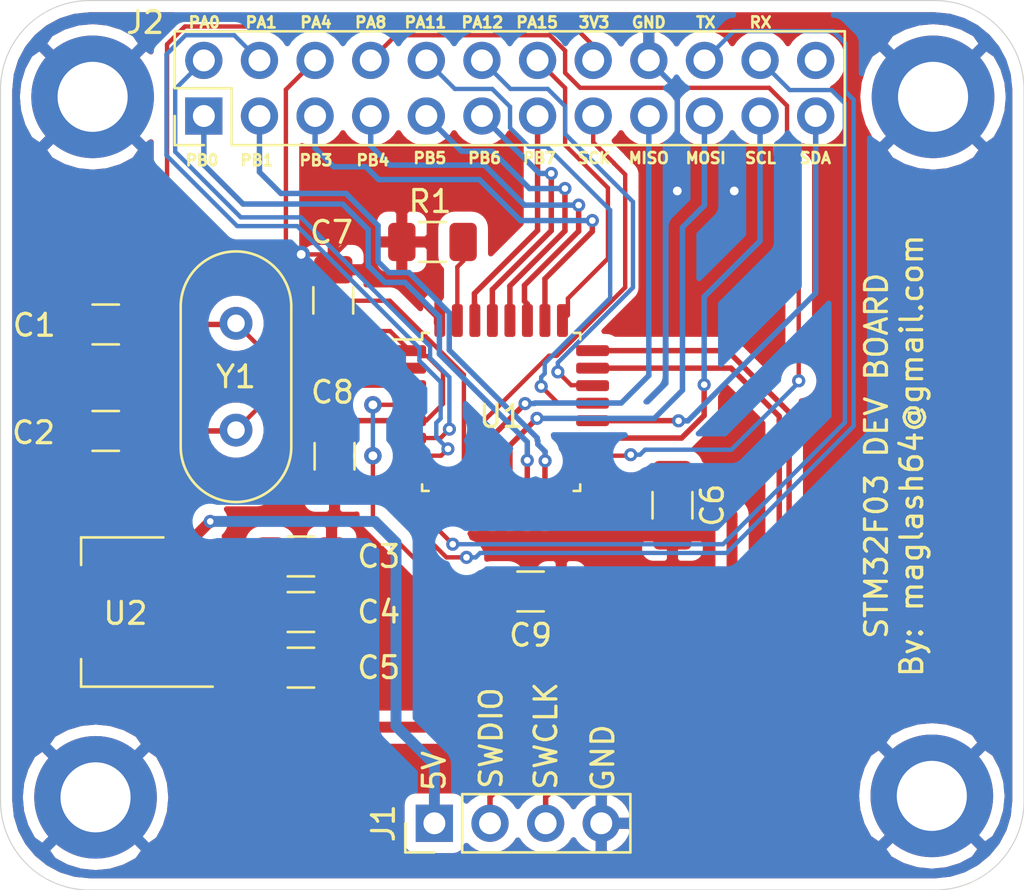
<source format=kicad_pcb>
(kicad_pcb (version 20171130) (host pcbnew "(5.1.5)-3")

  (general
    (thickness 1.6)
    (drawings 36)
    (tracks 370)
    (zones 0)
    (modules 19)
    (nets 31)
  )

  (page A4)
  (layers
    (0 F.Cu signal)
    (31 B.Cu signal)
    (32 B.Adhes user)
    (33 F.Adhes user)
    (34 B.Paste user)
    (35 F.Paste user)
    (36 B.SilkS user)
    (37 F.SilkS user)
    (38 B.Mask user)
    (39 F.Mask user)
    (40 Dwgs.User user)
    (41 Cmts.User user)
    (42 Eco1.User user)
    (43 Eco2.User user)
    (44 Edge.Cuts user)
    (45 Margin user)
    (46 B.CrtYd user)
    (47 F.CrtYd user)
    (48 B.Fab user hide)
    (49 F.Fab user hide)
  )

  (setup
    (last_trace_width 0.25)
    (user_trace_width 0.2)
    (user_trace_width 0.5)
    (trace_clearance 0.2)
    (zone_clearance 0.508)
    (zone_45_only no)
    (trace_min 0.2)
    (via_size 0.8)
    (via_drill 0.4)
    (via_min_size 0.2)
    (via_min_drill 0.3)
    (user_via 0.6 0.3)
    (uvia_size 0.3)
    (uvia_drill 0.1)
    (uvias_allowed no)
    (uvia_min_size 0.2)
    (uvia_min_drill 0.1)
    (edge_width 0.05)
    (segment_width 0.1)
    (pcb_text_width 0.3)
    (pcb_text_size 1.5 1.5)
    (mod_edge_width 0.12)
    (mod_text_size 1 1)
    (mod_text_width 0.15)
    (pad_size 1.524 1.524)
    (pad_drill 0.762)
    (pad_to_mask_clearance 0.051)
    (solder_mask_min_width 0.25)
    (aux_axis_origin 0 0)
    (grid_origin 106.68 70.104)
    (visible_elements 7FFFFFFF)
    (pcbplotparams
      (layerselection 0x010fc_ffffffff)
      (usegerberextensions false)
      (usegerberattributes false)
      (usegerberadvancedattributes false)
      (creategerberjobfile false)
      (excludeedgelayer true)
      (linewidth 0.100000)
      (plotframeref false)
      (viasonmask false)
      (mode 1)
      (useauxorigin false)
      (hpglpennumber 1)
      (hpglpenspeed 20)
      (hpglpendiameter 15.000000)
      (psnegative false)
      (psa4output false)
      (plotreference true)
      (plotvalue true)
      (plotinvisibletext false)
      (padsonsilk false)
      (subtractmaskfromsilk false)
      (outputformat 1)
      (mirror false)
      (drillshape 1)
      (scaleselection 1)
      (outputdirectory ""))
  )

  (net 0 "")
  (net 1 "Net-(C1-Pad1)")
  (net 2 "Net-(C2-Pad2)")
  (net 3 BOOT0)
  (net 4 PB7)
  (net 5 PB6)
  (net 6 PB5)
  (net 7 PB4)
  (net 8 PB3)
  (net 9 PA15)
  (net 10 SWCLK)
  (net 11 SWDIO)
  (net 12 PA12)
  (net 13 PA11)
  (net 14 I2C_SDA)
  (net 15 I2C_SCL)
  (net 16 PA8)
  (net 17 +3V3)
  (net 18 PB1)
  (net 19 PB0)
  (net 20 SPI_MOSI)
  (net 21 SPI_MISO)
  (net 22 SPI_SCK)
  (net 23 PA4)
  (net 24 UART_RX)
  (net 25 UART_TX)
  (net 26 PA1)
  (net 27 PA0)
  (net 28 NRST)
  (net 29 +5V)
  (net 30 GND)

  (net_class Default "This is the default net class."
    (clearance 0.2)
    (trace_width 0.25)
    (via_dia 0.8)
    (via_drill 0.4)
    (uvia_dia 0.3)
    (uvia_drill 0.1)
    (add_net +3V3)
    (add_net +5V)
    (add_net BOOT0)
    (add_net GND)
    (add_net I2C_SCL)
    (add_net I2C_SDA)
    (add_net NRST)
    (add_net "Net-(C1-Pad1)")
    (add_net "Net-(C2-Pad2)")
    (add_net PA0)
    (add_net PA1)
    (add_net PA11)
    (add_net PA12)
    (add_net PA15)
    (add_net PA4)
    (add_net PA8)
    (add_net PB0)
    (add_net PB1)
    (add_net PB3)
    (add_net PB4)
    (add_net PB5)
    (add_net PB6)
    (add_net PB7)
    (add_net SPI_MISO)
    (add_net SPI_MOSI)
    (add_net SPI_SCK)
    (add_net SWCLK)
    (add_net SWDIO)
    (add_net UART_RX)
    (add_net UART_TX)
  )

  (module Capacitor_SMD:C_1206_3216Metric (layer F.Cu) (tedit 5B301BBE) (tstamp 5EF952B4)
    (at 130.28 89.76868)
    (descr "Capacitor SMD 1206 (3216 Metric), square (rectangular) end terminal, IPC_7351 nominal, (Body size source: http://www.tortai-tech.com/upload/download/2011102023233369053.pdf), generated with kicad-footprint-generator")
    (tags capacitor)
    (path /5EFA3852)
    (attr smd)
    (fp_text reference C2 (at -3.29646 0.08128) (layer F.SilkS)
      (effects (font (size 1 1) (thickness 0.15)))
    )
    (fp_text value 22pF (at 0 1.82) (layer F.Fab)
      (effects (font (size 1 1) (thickness 0.15)))
    )
    (fp_text user %R (at 0 0) (layer F.Fab)
      (effects (font (size 0.8 0.8) (thickness 0.12)))
    )
    (fp_line (start 2.28 1.12) (end -2.28 1.12) (layer F.CrtYd) (width 0.05))
    (fp_line (start 2.28 -1.12) (end 2.28 1.12) (layer F.CrtYd) (width 0.05))
    (fp_line (start -2.28 -1.12) (end 2.28 -1.12) (layer F.CrtYd) (width 0.05))
    (fp_line (start -2.28 1.12) (end -2.28 -1.12) (layer F.CrtYd) (width 0.05))
    (fp_line (start -0.602064 0.91) (end 0.602064 0.91) (layer F.SilkS) (width 0.12))
    (fp_line (start -0.602064 -0.91) (end 0.602064 -0.91) (layer F.SilkS) (width 0.12))
    (fp_line (start 1.6 0.8) (end -1.6 0.8) (layer F.Fab) (width 0.1))
    (fp_line (start 1.6 -0.8) (end 1.6 0.8) (layer F.Fab) (width 0.1))
    (fp_line (start -1.6 -0.8) (end 1.6 -0.8) (layer F.Fab) (width 0.1))
    (fp_line (start -1.6 0.8) (end -1.6 -0.8) (layer F.Fab) (width 0.1))
    (pad 2 smd roundrect (at 1.4 0) (size 1.25 1.75) (layers F.Cu F.Paste F.Mask) (roundrect_rratio 0.2)
      (net 2 "Net-(C2-Pad2)"))
    (pad 1 smd roundrect (at -1.4 0) (size 1.25 1.75) (layers F.Cu F.Paste F.Mask) (roundrect_rratio 0.2)
      (net 30 GND))
    (model ${KISYS3DMOD}/Capacitor_SMD.3dshapes/C_1206_3216Metric.wrl
      (at (xyz 0 0 0))
      (scale (xyz 1 1 1))
      (rotate (xyz 0 0 0))
    )
  )

  (module Crystal:Crystal_HC49-4H_Vertical (layer F.Cu) (tedit 5A1AD3B7) (tstamp 5EF95316)
    (at 136.22782 84.85124 270)
    (descr "Crystal THT HC-49-4H http://5hertz.com/pdfs/04404_D.pdf")
    (tags "THT crystalHC-49-4H")
    (path /5EF9E916)
    (fp_text reference Y1 (at 2.44348 0 180) (layer F.SilkS)
      (effects (font (size 1 1) (thickness 0.15)))
    )
    (fp_text value Crystal (at 2.44 3.525 90) (layer F.Fab)
      (effects (font (size 1 1) (thickness 0.15)))
    )
    (fp_arc (start 5.64 0) (end 5.64 -2.525) (angle 180) (layer F.SilkS) (width 0.12))
    (fp_arc (start -0.76 0) (end -0.76 -2.525) (angle -180) (layer F.SilkS) (width 0.12))
    (fp_arc (start 5.44 0) (end 5.44 -2) (angle 180) (layer F.Fab) (width 0.1))
    (fp_arc (start -0.56 0) (end -0.56 -2) (angle -180) (layer F.Fab) (width 0.1))
    (fp_arc (start 5.64 0) (end 5.64 -2.325) (angle 180) (layer F.Fab) (width 0.1))
    (fp_arc (start -0.76 0) (end -0.76 -2.325) (angle -180) (layer F.Fab) (width 0.1))
    (fp_line (start 8.5 -2.8) (end -3.6 -2.8) (layer F.CrtYd) (width 0.05))
    (fp_line (start 8.5 2.8) (end 8.5 -2.8) (layer F.CrtYd) (width 0.05))
    (fp_line (start -3.6 2.8) (end 8.5 2.8) (layer F.CrtYd) (width 0.05))
    (fp_line (start -3.6 -2.8) (end -3.6 2.8) (layer F.CrtYd) (width 0.05))
    (fp_line (start -0.76 2.525) (end 5.64 2.525) (layer F.SilkS) (width 0.12))
    (fp_line (start -0.76 -2.525) (end 5.64 -2.525) (layer F.SilkS) (width 0.12))
    (fp_line (start -0.56 2) (end 5.44 2) (layer F.Fab) (width 0.1))
    (fp_line (start -0.56 -2) (end 5.44 -2) (layer F.Fab) (width 0.1))
    (fp_line (start -0.76 2.325) (end 5.64 2.325) (layer F.Fab) (width 0.1))
    (fp_line (start -0.76 -2.325) (end 5.64 -2.325) (layer F.Fab) (width 0.1))
    (fp_text user %R (at 2.44 0 90) (layer F.Fab)
      (effects (font (size 1 1) (thickness 0.15)))
    )
    (pad 2 thru_hole circle (at 4.88 0 270) (size 1.5 1.5) (drill 0.8) (layers *.Cu *.Mask)
      (net 2 "Net-(C2-Pad2)"))
    (pad 1 thru_hole circle (at 0 0 270) (size 1.5 1.5) (drill 0.8) (layers *.Cu *.Mask)
      (net 1 "Net-(C1-Pad1)"))
    (model ${KISYS3DMOD}/Crystal.3dshapes/Crystal_HC49-4H_Vertical.wrl
      (at (xyz 0 0 0))
      (scale (xyz 1 1 1))
      (rotate (xyz 0 0 0))
    )
  )

  (module Package_QFP:LQFP-32_7x7mm_P0.8mm (layer F.Cu) (tedit 5D9F72AF) (tstamp 5EF952FF)
    (at 148.336 88.9)
    (descr "LQFP, 32 Pin (https://www.nxp.com/docs/en/package-information/SOT358-1.pdf), generated with kicad-footprint-generator ipc_gullwing_generator.py")
    (tags "LQFP QFP")
    (path /5EF8E508)
    (attr smd)
    (fp_text reference U1 (at 0 0.204) (layer F.SilkS)
      (effects (font (size 1 1) (thickness 0.15)))
    )
    (fp_text value STM32F031K6Tx (at -0.00508 6.41858) (layer F.Fab)
      (effects (font (size 1 1) (thickness 0.15)))
    )
    (fp_line (start 5.18 3.3) (end 5.18 0) (layer F.CrtYd) (width 0.05))
    (fp_line (start 3.75 3.3) (end 5.18 3.3) (layer F.CrtYd) (width 0.05))
    (fp_line (start 3.75 3.75) (end 3.75 3.3) (layer F.CrtYd) (width 0.05))
    (fp_line (start 3.3 3.75) (end 3.75 3.75) (layer F.CrtYd) (width 0.05))
    (fp_line (start 3.3 5.18) (end 3.3 3.75) (layer F.CrtYd) (width 0.05))
    (fp_line (start 0 5.18) (end 3.3 5.18) (layer F.CrtYd) (width 0.05))
    (fp_line (start -5.18 3.3) (end -5.18 0) (layer F.CrtYd) (width 0.05))
    (fp_line (start -3.75 3.3) (end -5.18 3.3) (layer F.CrtYd) (width 0.05))
    (fp_line (start -3.75 3.75) (end -3.75 3.3) (layer F.CrtYd) (width 0.05))
    (fp_line (start -3.3 3.75) (end -3.75 3.75) (layer F.CrtYd) (width 0.05))
    (fp_line (start -3.3 5.18) (end -3.3 3.75) (layer F.CrtYd) (width 0.05))
    (fp_line (start 0 5.18) (end -3.3 5.18) (layer F.CrtYd) (width 0.05))
    (fp_line (start 5.18 -3.3) (end 5.18 0) (layer F.CrtYd) (width 0.05))
    (fp_line (start 3.75 -3.3) (end 5.18 -3.3) (layer F.CrtYd) (width 0.05))
    (fp_line (start 3.75 -3.75) (end 3.75 -3.3) (layer F.CrtYd) (width 0.05))
    (fp_line (start 3.3 -3.75) (end 3.75 -3.75) (layer F.CrtYd) (width 0.05))
    (fp_line (start 3.3 -5.18) (end 3.3 -3.75) (layer F.CrtYd) (width 0.05))
    (fp_line (start 0 -5.18) (end 3.3 -5.18) (layer F.CrtYd) (width 0.05))
    (fp_line (start -5.18 -3.3) (end -5.18 0) (layer F.CrtYd) (width 0.05))
    (fp_line (start -3.75 -3.3) (end -5.18 -3.3) (layer F.CrtYd) (width 0.05))
    (fp_line (start -3.75 -3.75) (end -3.75 -3.3) (layer F.CrtYd) (width 0.05))
    (fp_line (start -3.3 -3.75) (end -3.75 -3.75) (layer F.CrtYd) (width 0.05))
    (fp_line (start -3.3 -5.18) (end -3.3 -3.75) (layer F.CrtYd) (width 0.05))
    (fp_line (start 0 -5.18) (end -3.3 -5.18) (layer F.CrtYd) (width 0.05))
    (fp_line (start -3.5 -2.5) (end -2.5 -3.5) (layer F.Fab) (width 0.1))
    (fp_line (start -3.5 3.5) (end -3.5 -2.5) (layer F.Fab) (width 0.1))
    (fp_line (start 3.5 3.5) (end -3.5 3.5) (layer F.Fab) (width 0.1))
    (fp_line (start 3.5 -3.5) (end 3.5 3.5) (layer F.Fab) (width 0.1))
    (fp_line (start -2.5 -3.5) (end 3.5 -3.5) (layer F.Fab) (width 0.1))
    (fp_line (start -3.61 -3.31) (end -4.925 -3.31) (layer F.SilkS) (width 0.12))
    (fp_line (start -3.61 -3.61) (end -3.61 -3.31) (layer F.SilkS) (width 0.12))
    (fp_line (start -3.31 -3.61) (end -3.61 -3.61) (layer F.SilkS) (width 0.12))
    (fp_line (start 3.61 -3.61) (end 3.61 -3.31) (layer F.SilkS) (width 0.12))
    (fp_line (start 3.31 -3.61) (end 3.61 -3.61) (layer F.SilkS) (width 0.12))
    (fp_line (start -3.61 3.61) (end -3.61 3.31) (layer F.SilkS) (width 0.12))
    (fp_line (start -3.31 3.61) (end -3.61 3.61) (layer F.SilkS) (width 0.12))
    (fp_line (start 3.61 3.61) (end 3.61 3.31) (layer F.SilkS) (width 0.12))
    (fp_line (start 3.31 3.61) (end 3.61 3.61) (layer F.SilkS) (width 0.12))
    (pad 32 smd roundrect (at -2.8 -4.175) (size 0.5 1.5) (layers F.Cu F.Paste F.Mask) (roundrect_rratio 0.25)
      (net 30 GND))
    (pad 31 smd roundrect (at -2 -4.175) (size 0.5 1.5) (layers F.Cu F.Paste F.Mask) (roundrect_rratio 0.25)
      (net 3 BOOT0))
    (pad 30 smd roundrect (at -1.2 -4.175) (size 0.5 1.5) (layers F.Cu F.Paste F.Mask) (roundrect_rratio 0.25)
      (net 4 PB7))
    (pad 29 smd roundrect (at -0.4 -4.175) (size 0.5 1.5) (layers F.Cu F.Paste F.Mask) (roundrect_rratio 0.25)
      (net 5 PB6))
    (pad 28 smd roundrect (at 0.4 -4.175) (size 0.5 1.5) (layers F.Cu F.Paste F.Mask) (roundrect_rratio 0.25)
      (net 6 PB5))
    (pad 27 smd roundrect (at 1.2 -4.175) (size 0.5 1.5) (layers F.Cu F.Paste F.Mask) (roundrect_rratio 0.25)
      (net 7 PB4))
    (pad 26 smd roundrect (at 2 -4.175) (size 0.5 1.5) (layers F.Cu F.Paste F.Mask) (roundrect_rratio 0.25)
      (net 8 PB3))
    (pad 25 smd roundrect (at 2.8 -4.175) (size 0.5 1.5) (layers F.Cu F.Paste F.Mask) (roundrect_rratio 0.25)
      (net 9 PA15))
    (pad 24 smd roundrect (at 4.175 -2.8) (size 1.5 0.5) (layers F.Cu F.Paste F.Mask) (roundrect_rratio 0.25)
      (net 10 SWCLK))
    (pad 23 smd roundrect (at 4.175 -2) (size 1.5 0.5) (layers F.Cu F.Paste F.Mask) (roundrect_rratio 0.25)
      (net 11 SWDIO))
    (pad 22 smd roundrect (at 4.175 -1.2) (size 1.5 0.5) (layers F.Cu F.Paste F.Mask) (roundrect_rratio 0.25)
      (net 12 PA12))
    (pad 21 smd roundrect (at 4.175 -0.4) (size 1.5 0.5) (layers F.Cu F.Paste F.Mask) (roundrect_rratio 0.25)
      (net 13 PA11))
    (pad 20 smd roundrect (at 4.175 0.4) (size 1.5 0.5) (layers F.Cu F.Paste F.Mask) (roundrect_rratio 0.25)
      (net 14 I2C_SDA))
    (pad 19 smd roundrect (at 4.175 1.2) (size 1.5 0.5) (layers F.Cu F.Paste F.Mask) (roundrect_rratio 0.25)
      (net 15 I2C_SCL))
    (pad 18 smd roundrect (at 4.175 2) (size 1.5 0.5) (layers F.Cu F.Paste F.Mask) (roundrect_rratio 0.25)
      (net 16 PA8))
    (pad 17 smd roundrect (at 4.175 2.8) (size 1.5 0.5) (layers F.Cu F.Paste F.Mask) (roundrect_rratio 0.25)
      (net 17 +3V3))
    (pad 16 smd roundrect (at 2.8 4.175) (size 0.5 1.5) (layers F.Cu F.Paste F.Mask) (roundrect_rratio 0.25)
      (net 30 GND))
    (pad 15 smd roundrect (at 2 4.175) (size 0.5 1.5) (layers F.Cu F.Paste F.Mask) (roundrect_rratio 0.25)
      (net 18 PB1))
    (pad 14 smd roundrect (at 1.2 4.175) (size 0.5 1.5) (layers F.Cu F.Paste F.Mask) (roundrect_rratio 0.25)
      (net 19 PB0))
    (pad 13 smd roundrect (at 0.4 4.175) (size 0.5 1.5) (layers F.Cu F.Paste F.Mask) (roundrect_rratio 0.25)
      (net 20 SPI_MOSI))
    (pad 12 smd roundrect (at -0.4 4.175) (size 0.5 1.5) (layers F.Cu F.Paste F.Mask) (roundrect_rratio 0.25)
      (net 21 SPI_MISO))
    (pad 11 smd roundrect (at -1.2 4.175) (size 0.5 1.5) (layers F.Cu F.Paste F.Mask) (roundrect_rratio 0.25)
      (net 22 SPI_SCK))
    (pad 10 smd roundrect (at -2 4.175) (size 0.5 1.5) (layers F.Cu F.Paste F.Mask) (roundrect_rratio 0.25)
      (net 23 PA4))
    (pad 9 smd roundrect (at -2.8 4.175) (size 0.5 1.5) (layers F.Cu F.Paste F.Mask) (roundrect_rratio 0.25)
      (net 24 UART_RX))
    (pad 8 smd roundrect (at -4.175 2.8) (size 1.5 0.5) (layers F.Cu F.Paste F.Mask) (roundrect_rratio 0.25)
      (net 25 UART_TX))
    (pad 7 smd roundrect (at -4.175 2) (size 1.5 0.5) (layers F.Cu F.Paste F.Mask) (roundrect_rratio 0.25)
      (net 26 PA1))
    (pad 6 smd roundrect (at -4.175 1.2) (size 1.5 0.5) (layers F.Cu F.Paste F.Mask) (roundrect_rratio 0.25)
      (net 27 PA0))
    (pad 5 smd roundrect (at -4.175 0.4) (size 1.5 0.5) (layers F.Cu F.Paste F.Mask) (roundrect_rratio 0.25)
      (net 17 +3V3))
    (pad 4 smd roundrect (at -4.175 -0.4) (size 1.5 0.5) (layers F.Cu F.Paste F.Mask) (roundrect_rratio 0.25)
      (net 28 NRST))
    (pad 3 smd roundrect (at -4.175 -1.2) (size 1.5 0.5) (layers F.Cu F.Paste F.Mask) (roundrect_rratio 0.25)
      (net 2 "Net-(C2-Pad2)"))
    (pad 2 smd roundrect (at -4.175 -2) (size 1.5 0.5) (layers F.Cu F.Paste F.Mask) (roundrect_rratio 0.25)
      (net 1 "Net-(C1-Pad1)"))
    (pad 1 smd roundrect (at -4.175 -2.8) (size 1.5 0.5) (layers F.Cu F.Paste F.Mask) (roundrect_rratio 0.25)
      (net 17 +3V3))
    (model ${KISYS3DMOD}/Package_QFP.3dshapes/LQFP-32_7x7mm_P0.8mm.wrl
      (at (xyz 0 0 0))
      (scale (xyz 1 1 1))
      (rotate (xyz 0 0 0))
    )
  )

  (module Capacitor_SMD:C_1206_3216Metric (layer F.Cu) (tedit 5B301BBE) (tstamp 5EF952A3)
    (at 130.28 84.904 180)
    (descr "Capacitor SMD 1206 (3216 Metric), square (rectangular) end terminal, IPC_7351 nominal, (Body size source: http://www.tortai-tech.com/upload/download/2011102023233369053.pdf), generated with kicad-footprint-generator")
    (tags capacitor)
    (path /5EFA13FF)
    (attr smd)
    (fp_text reference C1 (at 3.26644 -0.03556) (layer F.SilkS)
      (effects (font (size 1 1) (thickness 0.15)))
    )
    (fp_text value 22pF (at 0 1.82) (layer F.Fab)
      (effects (font (size 1 1) (thickness 0.15)))
    )
    (fp_text user %R (at 0 0) (layer F.Fab)
      (effects (font (size 0.8 0.8) (thickness 0.12)))
    )
    (fp_line (start 2.28 1.12) (end -2.28 1.12) (layer F.CrtYd) (width 0.05))
    (fp_line (start 2.28 -1.12) (end 2.28 1.12) (layer F.CrtYd) (width 0.05))
    (fp_line (start -2.28 -1.12) (end 2.28 -1.12) (layer F.CrtYd) (width 0.05))
    (fp_line (start -2.28 1.12) (end -2.28 -1.12) (layer F.CrtYd) (width 0.05))
    (fp_line (start -0.602064 0.91) (end 0.602064 0.91) (layer F.SilkS) (width 0.12))
    (fp_line (start -0.602064 -0.91) (end 0.602064 -0.91) (layer F.SilkS) (width 0.12))
    (fp_line (start 1.6 0.8) (end -1.6 0.8) (layer F.Fab) (width 0.1))
    (fp_line (start 1.6 -0.8) (end 1.6 0.8) (layer F.Fab) (width 0.1))
    (fp_line (start -1.6 -0.8) (end 1.6 -0.8) (layer F.Fab) (width 0.1))
    (fp_line (start -1.6 0.8) (end -1.6 -0.8) (layer F.Fab) (width 0.1))
    (pad 2 smd roundrect (at 1.4 0 180) (size 1.25 1.75) (layers F.Cu F.Paste F.Mask) (roundrect_rratio 0.2)
      (net 30 GND))
    (pad 1 smd roundrect (at -1.4 0 180) (size 1.25 1.75) (layers F.Cu F.Paste F.Mask) (roundrect_rratio 0.2)
      (net 1 "Net-(C1-Pad1)"))
    (model ${KISYS3DMOD}/Capacitor_SMD.3dshapes/C_1206_3216Metric.wrl
      (at (xyz 0 0 0))
      (scale (xyz 1 1 1))
      (rotate (xyz 0 0 0))
    )
  )

  (module Capacitor_SMD:C_1206_3216Metric (layer F.Cu) (tedit 5B301BBE) (tstamp 5EFB7D69)
    (at 139.192 95.504)
    (descr "Capacitor SMD 1206 (3216 Metric), square (rectangular) end terminal, IPC_7351 nominal, (Body size source: http://www.tortai-tech.com/upload/download/2011102023233369053.pdf), generated with kicad-footprint-generator")
    (tags capacitor)
    (path /5EFF599A)
    (attr smd)
    (fp_text reference C3 (at 3.556 0) (layer F.SilkS)
      (effects (font (size 1 1) (thickness 0.15)))
    )
    (fp_text value 10uF (at 0 1.82) (layer F.Fab)
      (effects (font (size 1 1) (thickness 0.15)))
    )
    (fp_line (start -1.6 0.8) (end -1.6 -0.8) (layer F.Fab) (width 0.1))
    (fp_line (start -1.6 -0.8) (end 1.6 -0.8) (layer F.Fab) (width 0.1))
    (fp_line (start 1.6 -0.8) (end 1.6 0.8) (layer F.Fab) (width 0.1))
    (fp_line (start 1.6 0.8) (end -1.6 0.8) (layer F.Fab) (width 0.1))
    (fp_line (start -0.602064 -0.91) (end 0.602064 -0.91) (layer F.SilkS) (width 0.12))
    (fp_line (start -0.602064 0.91) (end 0.602064 0.91) (layer F.SilkS) (width 0.12))
    (fp_line (start -2.28 1.12) (end -2.28 -1.12) (layer F.CrtYd) (width 0.05))
    (fp_line (start -2.28 -1.12) (end 2.28 -1.12) (layer F.CrtYd) (width 0.05))
    (fp_line (start 2.28 -1.12) (end 2.28 1.12) (layer F.CrtYd) (width 0.05))
    (fp_line (start 2.28 1.12) (end -2.28 1.12) (layer F.CrtYd) (width 0.05))
    (fp_text user %R (at 0 0) (layer F.Fab)
      (effects (font (size 0.8 0.8) (thickness 0.12)))
    )
    (pad 1 smd roundrect (at -1.4 0) (size 1.25 1.75) (layers F.Cu F.Paste F.Mask) (roundrect_rratio 0.2)
      (net 29 +5V))
    (pad 2 smd roundrect (at 1.4 0) (size 1.25 1.75) (layers F.Cu F.Paste F.Mask) (roundrect_rratio 0.2)
      (net 30 GND))
    (model ${KISYS3DMOD}/Capacitor_SMD.3dshapes/C_1206_3216Metric.wrl
      (at (xyz 0 0 0))
      (scale (xyz 1 1 1))
      (rotate (xyz 0 0 0))
    )
  )

  (module Capacitor_SMD:C_1206_3216Metric (layer F.Cu) (tedit 5B301BBE) (tstamp 5EFB7D7A)
    (at 139.192 98.044)
    (descr "Capacitor SMD 1206 (3216 Metric), square (rectangular) end terminal, IPC_7351 nominal, (Body size source: http://www.tortai-tech.com/upload/download/2011102023233369053.pdf), generated with kicad-footprint-generator")
    (tags capacitor)
    (path /5EFF7FEF)
    (attr smd)
    (fp_text reference C4 (at 3.556 0) (layer F.SilkS)
      (effects (font (size 1 1) (thickness 0.15)))
    )
    (fp_text value 10uF (at 0 1.82) (layer F.Fab)
      (effects (font (size 1 1) (thickness 0.15)))
    )
    (fp_text user %R (at 0 0) (layer F.Fab)
      (effects (font (size 0.8 0.8) (thickness 0.12)))
    )
    (fp_line (start 2.28 1.12) (end -2.28 1.12) (layer F.CrtYd) (width 0.05))
    (fp_line (start 2.28 -1.12) (end 2.28 1.12) (layer F.CrtYd) (width 0.05))
    (fp_line (start -2.28 -1.12) (end 2.28 -1.12) (layer F.CrtYd) (width 0.05))
    (fp_line (start -2.28 1.12) (end -2.28 -1.12) (layer F.CrtYd) (width 0.05))
    (fp_line (start -0.602064 0.91) (end 0.602064 0.91) (layer F.SilkS) (width 0.12))
    (fp_line (start -0.602064 -0.91) (end 0.602064 -0.91) (layer F.SilkS) (width 0.12))
    (fp_line (start 1.6 0.8) (end -1.6 0.8) (layer F.Fab) (width 0.1))
    (fp_line (start 1.6 -0.8) (end 1.6 0.8) (layer F.Fab) (width 0.1))
    (fp_line (start -1.6 -0.8) (end 1.6 -0.8) (layer F.Fab) (width 0.1))
    (fp_line (start -1.6 0.8) (end -1.6 -0.8) (layer F.Fab) (width 0.1))
    (pad 2 smd roundrect (at 1.4 0) (size 1.25 1.75) (layers F.Cu F.Paste F.Mask) (roundrect_rratio 0.2)
      (net 30 GND))
    (pad 1 smd roundrect (at -1.4 0) (size 1.25 1.75) (layers F.Cu F.Paste F.Mask) (roundrect_rratio 0.2)
      (net 17 +3V3))
    (model ${KISYS3DMOD}/Capacitor_SMD.3dshapes/C_1206_3216Metric.wrl
      (at (xyz 0 0 0))
      (scale (xyz 1 1 1))
      (rotate (xyz 0 0 0))
    )
  )

  (module Capacitor_SMD:C_1206_3216Metric (layer F.Cu) (tedit 5B301BBE) (tstamp 5EFB7D8B)
    (at 139.192 100.584)
    (descr "Capacitor SMD 1206 (3216 Metric), square (rectangular) end terminal, IPC_7351 nominal, (Body size source: http://www.tortai-tech.com/upload/download/2011102023233369053.pdf), generated with kicad-footprint-generator")
    (tags capacitor)
    (path /5EFB71F7)
    (attr smd)
    (fp_text reference C5 (at 3.556 0) (layer F.SilkS)
      (effects (font (size 1 1) (thickness 0.15)))
    )
    (fp_text value 4.7uF (at 0 1.82) (layer F.Fab)
      (effects (font (size 1 1) (thickness 0.15)))
    )
    (fp_text user %R (at 0 0) (layer F.Fab)
      (effects (font (size 0.8 0.8) (thickness 0.12)))
    )
    (fp_line (start 2.28 1.12) (end -2.28 1.12) (layer F.CrtYd) (width 0.05))
    (fp_line (start 2.28 -1.12) (end 2.28 1.12) (layer F.CrtYd) (width 0.05))
    (fp_line (start -2.28 -1.12) (end 2.28 -1.12) (layer F.CrtYd) (width 0.05))
    (fp_line (start -2.28 1.12) (end -2.28 -1.12) (layer F.CrtYd) (width 0.05))
    (fp_line (start -0.602064 0.91) (end 0.602064 0.91) (layer F.SilkS) (width 0.12))
    (fp_line (start -0.602064 -0.91) (end 0.602064 -0.91) (layer F.SilkS) (width 0.12))
    (fp_line (start 1.6 0.8) (end -1.6 0.8) (layer F.Fab) (width 0.1))
    (fp_line (start 1.6 -0.8) (end 1.6 0.8) (layer F.Fab) (width 0.1))
    (fp_line (start -1.6 -0.8) (end 1.6 -0.8) (layer F.Fab) (width 0.1))
    (fp_line (start -1.6 0.8) (end -1.6 -0.8) (layer F.Fab) (width 0.1))
    (pad 2 smd roundrect (at 1.4 0) (size 1.25 1.75) (layers F.Cu F.Paste F.Mask) (roundrect_rratio 0.2)
      (net 30 GND))
    (pad 1 smd roundrect (at -1.4 0) (size 1.25 1.75) (layers F.Cu F.Paste F.Mask) (roundrect_rratio 0.2)
      (net 17 +3V3))
    (model ${KISYS3DMOD}/Capacitor_SMD.3dshapes/C_1206_3216Metric.wrl
      (at (xyz 0 0 0))
      (scale (xyz 1 1 1))
      (rotate (xyz 0 0 0))
    )
  )

  (module Capacitor_SMD:C_1206_3216Metric (layer F.Cu) (tedit 5B301BBE) (tstamp 5EFB7D9C)
    (at 156.1592 93.16466 270)
    (descr "Capacitor SMD 1206 (3216 Metric), square (rectangular) end terminal, IPC_7351 nominal, (Body size source: http://www.tortai-tech.com/upload/download/2011102023233369053.pdf), generated with kicad-footprint-generator")
    (tags capacitor)
    (path /5EFB5E7A)
    (attr smd)
    (fp_text reference C6 (at 0 -1.82 90) (layer F.SilkS)
      (effects (font (size 1 1) (thickness 0.15)))
    )
    (fp_text value 100nF (at 0 1.82 90) (layer F.Fab)
      (effects (font (size 1 1) (thickness 0.15)))
    )
    (fp_line (start -1.6 0.8) (end -1.6 -0.8) (layer F.Fab) (width 0.1))
    (fp_line (start -1.6 -0.8) (end 1.6 -0.8) (layer F.Fab) (width 0.1))
    (fp_line (start 1.6 -0.8) (end 1.6 0.8) (layer F.Fab) (width 0.1))
    (fp_line (start 1.6 0.8) (end -1.6 0.8) (layer F.Fab) (width 0.1))
    (fp_line (start -0.602064 -0.91) (end 0.602064 -0.91) (layer F.SilkS) (width 0.12))
    (fp_line (start -0.602064 0.91) (end 0.602064 0.91) (layer F.SilkS) (width 0.12))
    (fp_line (start -2.28 1.12) (end -2.28 -1.12) (layer F.CrtYd) (width 0.05))
    (fp_line (start -2.28 -1.12) (end 2.28 -1.12) (layer F.CrtYd) (width 0.05))
    (fp_line (start 2.28 -1.12) (end 2.28 1.12) (layer F.CrtYd) (width 0.05))
    (fp_line (start 2.28 1.12) (end -2.28 1.12) (layer F.CrtYd) (width 0.05))
    (fp_text user %R (at 0 0 90) (layer F.Fab)
      (effects (font (size 0.8 0.8) (thickness 0.12)))
    )
    (pad 1 smd roundrect (at -1.4 0 270) (size 1.25 1.75) (layers F.Cu F.Paste F.Mask) (roundrect_rratio 0.2)
      (net 17 +3V3))
    (pad 2 smd roundrect (at 1.4 0 270) (size 1.25 1.75) (layers F.Cu F.Paste F.Mask) (roundrect_rratio 0.2)
      (net 30 GND))
    (model ${KISYS3DMOD}/Capacitor_SMD.3dshapes/C_1206_3216Metric.wrl
      (at (xyz 0 0 0))
      (scale (xyz 1 1 1))
      (rotate (xyz 0 0 0))
    )
  )

  (module Capacitor_SMD:C_1206_3216Metric (layer F.Cu) (tedit 5B301BBE) (tstamp 5EFB7DAD)
    (at 140.67 83.804 90)
    (descr "Capacitor SMD 1206 (3216 Metric), square (rectangular) end terminal, IPC_7351 nominal, (Body size source: http://www.tortai-tech.com/upload/download/2011102023233369053.pdf), generated with kicad-footprint-generator")
    (tags capacitor)
    (path /5EFCE271)
    (attr smd)
    (fp_text reference C7 (at 3.11 -0.08) (layer F.SilkS)
      (effects (font (size 1 1) (thickness 0.15)))
    )
    (fp_text value 100nF (at 0 1.82 90) (layer F.Fab)
      (effects (font (size 1 1) (thickness 0.15)))
    )
    (fp_line (start -1.6 0.8) (end -1.6 -0.8) (layer F.Fab) (width 0.1))
    (fp_line (start -1.6 -0.8) (end 1.6 -0.8) (layer F.Fab) (width 0.1))
    (fp_line (start 1.6 -0.8) (end 1.6 0.8) (layer F.Fab) (width 0.1))
    (fp_line (start 1.6 0.8) (end -1.6 0.8) (layer F.Fab) (width 0.1))
    (fp_line (start -0.602064 -0.91) (end 0.602064 -0.91) (layer F.SilkS) (width 0.12))
    (fp_line (start -0.602064 0.91) (end 0.602064 0.91) (layer F.SilkS) (width 0.12))
    (fp_line (start -2.28 1.12) (end -2.28 -1.12) (layer F.CrtYd) (width 0.05))
    (fp_line (start -2.28 -1.12) (end 2.28 -1.12) (layer F.CrtYd) (width 0.05))
    (fp_line (start 2.28 -1.12) (end 2.28 1.12) (layer F.CrtYd) (width 0.05))
    (fp_line (start 2.28 1.12) (end -2.28 1.12) (layer F.CrtYd) (width 0.05))
    (fp_text user %R (at 0 0 90) (layer F.Fab)
      (effects (font (size 0.8 0.8) (thickness 0.12)))
    )
    (pad 1 smd roundrect (at -1.4 0 90) (size 1.25 1.75) (layers F.Cu F.Paste F.Mask) (roundrect_rratio 0.2)
      (net 17 +3V3))
    (pad 2 smd roundrect (at 1.4 0 90) (size 1.25 1.75) (layers F.Cu F.Paste F.Mask) (roundrect_rratio 0.2)
      (net 30 GND))
    (model ${KISYS3DMOD}/Capacitor_SMD.3dshapes/C_1206_3216Metric.wrl
      (at (xyz 0 0 0))
      (scale (xyz 1 1 1))
      (rotate (xyz 0 0 0))
    )
  )

  (module Capacitor_SMD:C_1206_3216Metric (layer F.Cu) (tedit 5B301BBE) (tstamp 5EFB7DBE)
    (at 140.7287 90.92692 270)
    (descr "Capacitor SMD 1206 (3216 Metric), square (rectangular) end terminal, IPC_7351 nominal, (Body size source: http://www.tortai-tech.com/upload/download/2011102023233369053.pdf), generated with kicad-footprint-generator")
    (tags capacitor)
    (path /5EFCE933)
    (attr smd)
    (fp_text reference C8 (at -2.92608 0.09652) (layer F.SilkS)
      (effects (font (size 1 1) (thickness 0.15)))
    )
    (fp_text value 100nF (at 0 1.82 90) (layer F.Fab)
      (effects (font (size 1 1) (thickness 0.15)))
    )
    (fp_text user %R (at 0 0 90) (layer F.Fab)
      (effects (font (size 0.8 0.8) (thickness 0.12)))
    )
    (fp_line (start 2.28 1.12) (end -2.28 1.12) (layer F.CrtYd) (width 0.05))
    (fp_line (start 2.28 -1.12) (end 2.28 1.12) (layer F.CrtYd) (width 0.05))
    (fp_line (start -2.28 -1.12) (end 2.28 -1.12) (layer F.CrtYd) (width 0.05))
    (fp_line (start -2.28 1.12) (end -2.28 -1.12) (layer F.CrtYd) (width 0.05))
    (fp_line (start -0.602064 0.91) (end 0.602064 0.91) (layer F.SilkS) (width 0.12))
    (fp_line (start -0.602064 -0.91) (end 0.602064 -0.91) (layer F.SilkS) (width 0.12))
    (fp_line (start 1.6 0.8) (end -1.6 0.8) (layer F.Fab) (width 0.1))
    (fp_line (start 1.6 -0.8) (end 1.6 0.8) (layer F.Fab) (width 0.1))
    (fp_line (start -1.6 -0.8) (end 1.6 -0.8) (layer F.Fab) (width 0.1))
    (fp_line (start -1.6 0.8) (end -1.6 -0.8) (layer F.Fab) (width 0.1))
    (pad 2 smd roundrect (at 1.4 0 270) (size 1.25 1.75) (layers F.Cu F.Paste F.Mask) (roundrect_rratio 0.2)
      (net 30 GND))
    (pad 1 smd roundrect (at -1.4 0 270) (size 1.25 1.75) (layers F.Cu F.Paste F.Mask) (roundrect_rratio 0.2)
      (net 17 +3V3))
    (model ${KISYS3DMOD}/Capacitor_SMD.3dshapes/C_1206_3216Metric.wrl
      (at (xyz 0 0 0))
      (scale (xyz 1 1 1))
      (rotate (xyz 0 0 0))
    )
  )

  (module Capacitor_SMD:C_1206_3216Metric (layer F.Cu) (tedit 5B301BBE) (tstamp 5EFB7DCF)
    (at 149.68 97.104)
    (descr "Capacitor SMD 1206 (3216 Metric), square (rectangular) end terminal, IPC_7351 nominal, (Body size source: http://www.tortai-tech.com/upload/download/2011102023233369053.pdf), generated with kicad-footprint-generator")
    (tags capacitor)
    (path /5F016055)
    (attr smd)
    (fp_text reference C9 (at 0 2) (layer F.SilkS)
      (effects (font (size 1 1) (thickness 0.15)))
    )
    (fp_text value 10uF (at 0 1.82) (layer F.Fab)
      (effects (font (size 1 1) (thickness 0.15)))
    )
    (fp_line (start -1.6 0.8) (end -1.6 -0.8) (layer F.Fab) (width 0.1))
    (fp_line (start -1.6 -0.8) (end 1.6 -0.8) (layer F.Fab) (width 0.1))
    (fp_line (start 1.6 -0.8) (end 1.6 0.8) (layer F.Fab) (width 0.1))
    (fp_line (start 1.6 0.8) (end -1.6 0.8) (layer F.Fab) (width 0.1))
    (fp_line (start -0.602064 -0.91) (end 0.602064 -0.91) (layer F.SilkS) (width 0.12))
    (fp_line (start -0.602064 0.91) (end 0.602064 0.91) (layer F.SilkS) (width 0.12))
    (fp_line (start -2.28 1.12) (end -2.28 -1.12) (layer F.CrtYd) (width 0.05))
    (fp_line (start -2.28 -1.12) (end 2.28 -1.12) (layer F.CrtYd) (width 0.05))
    (fp_line (start 2.28 -1.12) (end 2.28 1.12) (layer F.CrtYd) (width 0.05))
    (fp_line (start 2.28 1.12) (end -2.28 1.12) (layer F.CrtYd) (width 0.05))
    (fp_text user %R (at 0 0) (layer F.Fab)
      (effects (font (size 0.8 0.8) (thickness 0.12)))
    )
    (pad 1 smd roundrect (at -1.4 0) (size 1.25 1.75) (layers F.Cu F.Paste F.Mask) (roundrect_rratio 0.2)
      (net 28 NRST))
    (pad 2 smd roundrect (at 1.4 0) (size 1.25 1.75) (layers F.Cu F.Paste F.Mask) (roundrect_rratio 0.2)
      (net 30 GND))
    (model ${KISYS3DMOD}/Capacitor_SMD.3dshapes/C_1206_3216Metric.wrl
      (at (xyz 0 0 0))
      (scale (xyz 1 1 1))
      (rotate (xyz 0 0 0))
    )
  )

  (module Connector_PinHeader_2.54mm:PinHeader_1x04_P2.54mm_Vertical (layer F.Cu) (tedit 59FED5CC) (tstamp 5EFB7DE7)
    (at 145.288 107.696 90)
    (descr "Through hole straight pin header, 1x04, 2.54mm pitch, single row")
    (tags "Through hole pin header THT 1x04 2.54mm single row")
    (path /5EFB7C62)
    (fp_text reference J1 (at 0 -2.33 90) (layer F.SilkS)
      (effects (font (size 1 1) (thickness 0.15)))
    )
    (fp_text value Conn_01x04 (at 0 9.95 90) (layer F.Fab)
      (effects (font (size 1 1) (thickness 0.15)))
    )
    (fp_line (start -0.635 -1.27) (end 1.27 -1.27) (layer F.Fab) (width 0.1))
    (fp_line (start 1.27 -1.27) (end 1.27 8.89) (layer F.Fab) (width 0.1))
    (fp_line (start 1.27 8.89) (end -1.27 8.89) (layer F.Fab) (width 0.1))
    (fp_line (start -1.27 8.89) (end -1.27 -0.635) (layer F.Fab) (width 0.1))
    (fp_line (start -1.27 -0.635) (end -0.635 -1.27) (layer F.Fab) (width 0.1))
    (fp_line (start -1.33 8.95) (end 1.33 8.95) (layer F.SilkS) (width 0.12))
    (fp_line (start -1.33 1.27) (end -1.33 8.95) (layer F.SilkS) (width 0.12))
    (fp_line (start 1.33 1.27) (end 1.33 8.95) (layer F.SilkS) (width 0.12))
    (fp_line (start -1.33 1.27) (end 1.33 1.27) (layer F.SilkS) (width 0.12))
    (fp_line (start -1.33 0) (end -1.33 -1.33) (layer F.SilkS) (width 0.12))
    (fp_line (start -1.33 -1.33) (end 0 -1.33) (layer F.SilkS) (width 0.12))
    (fp_line (start -1.8 -1.8) (end -1.8 9.4) (layer F.CrtYd) (width 0.05))
    (fp_line (start -1.8 9.4) (end 1.8 9.4) (layer F.CrtYd) (width 0.05))
    (fp_line (start 1.8 9.4) (end 1.8 -1.8) (layer F.CrtYd) (width 0.05))
    (fp_line (start 1.8 -1.8) (end -1.8 -1.8) (layer F.CrtYd) (width 0.05))
    (fp_text user %R (at 0 3.81) (layer F.Fab)
      (effects (font (size 1 1) (thickness 0.15)))
    )
    (pad 1 thru_hole rect (at 0 0 90) (size 1.7 1.7) (drill 1) (layers *.Cu *.Mask)
      (net 29 +5V))
    (pad 2 thru_hole oval (at 0 2.54 90) (size 1.7 1.7) (drill 1) (layers *.Cu *.Mask)
      (net 11 SWDIO))
    (pad 3 thru_hole oval (at 0 5.08 90) (size 1.7 1.7) (drill 1) (layers *.Cu *.Mask)
      (net 10 SWCLK))
    (pad 4 thru_hole oval (at 0 7.62 90) (size 1.7 1.7) (drill 1) (layers *.Cu *.Mask)
      (net 30 GND))
    (model ${KISYS3DMOD}/Connector_PinHeader_2.54mm.3dshapes/PinHeader_1x04_P2.54mm_Vertical.wrl
      (at (xyz 0 0 0))
      (scale (xyz 1 1 1))
      (rotate (xyz 0 0 0))
    )
  )

  (module Package_TO_SOT_SMD:SOT-223-3_TabPin2 (layer F.Cu) (tedit 5A02FF57) (tstamp 5EFB7E29)
    (at 131.064 98.044 180)
    (descr "module CMS SOT223 4 pins")
    (tags "CMS SOT")
    (path /5EFEC4AE)
    (attr smd)
    (fp_text reference U2 (at -0.116 -0.06) (layer F.SilkS)
      (effects (font (size 1 1) (thickness 0.15)))
    )
    (fp_text value AMS1117-3.3 (at 0 4.5) (layer F.Fab)
      (effects (font (size 1 1) (thickness 0.15)))
    )
    (fp_text user %R (at 0 0 90) (layer F.Fab)
      (effects (font (size 0.8 0.8) (thickness 0.12)))
    )
    (fp_line (start 1.91 3.41) (end 1.91 2.15) (layer F.SilkS) (width 0.12))
    (fp_line (start 1.91 -3.41) (end 1.91 -2.15) (layer F.SilkS) (width 0.12))
    (fp_line (start 4.4 -3.6) (end -4.4 -3.6) (layer F.CrtYd) (width 0.05))
    (fp_line (start 4.4 3.6) (end 4.4 -3.6) (layer F.CrtYd) (width 0.05))
    (fp_line (start -4.4 3.6) (end 4.4 3.6) (layer F.CrtYd) (width 0.05))
    (fp_line (start -4.4 -3.6) (end -4.4 3.6) (layer F.CrtYd) (width 0.05))
    (fp_line (start -1.85 -2.35) (end -0.85 -3.35) (layer F.Fab) (width 0.1))
    (fp_line (start -1.85 -2.35) (end -1.85 3.35) (layer F.Fab) (width 0.1))
    (fp_line (start -1.85 3.41) (end 1.91 3.41) (layer F.SilkS) (width 0.12))
    (fp_line (start -0.85 -3.35) (end 1.85 -3.35) (layer F.Fab) (width 0.1))
    (fp_line (start -4.1 -3.41) (end 1.91 -3.41) (layer F.SilkS) (width 0.12))
    (fp_line (start -1.85 3.35) (end 1.85 3.35) (layer F.Fab) (width 0.1))
    (fp_line (start 1.85 -3.35) (end 1.85 3.35) (layer F.Fab) (width 0.1))
    (pad 2 smd rect (at 3.15 0 180) (size 2 3.8) (layers F.Cu F.Paste F.Mask)
      (net 17 +3V3))
    (pad 2 smd rect (at -3.15 0 180) (size 2 1.5) (layers F.Cu F.Paste F.Mask)
      (net 17 +3V3))
    (pad 3 smd rect (at -3.15 2.3 180) (size 2 1.5) (layers F.Cu F.Paste F.Mask)
      (net 29 +5V))
    (pad 1 smd rect (at -3.15 -2.3 180) (size 2 1.5) (layers F.Cu F.Paste F.Mask)
      (net 30 GND))
    (model ${KISYS3DMOD}/Package_TO_SOT_SMD.3dshapes/SOT-223.wrl
      (at (xyz 0 0 0))
      (scale (xyz 1 1 1))
      (rotate (xyz 0 0 0))
    )
  )

  (module Connector_PinHeader_2.54mm:PinHeader_2x12_P2.54mm_Vertical (layer F.Cu) (tedit 59FED5CC) (tstamp 5EFC7C5A)
    (at 134.7597 75.37958 90)
    (descr "Through hole straight pin header, 2x12, 2.54mm pitch, double rows")
    (tags "Through hole pin header THT 2x12 2.54mm double row")
    (path /5F00412D)
    (fp_text reference J2 (at 4.27558 -2.6797) (layer F.SilkS)
      (effects (font (size 1 1) (thickness 0.15)))
    )
    (fp_text value Conn_2Rows-23Pins (at 1.27 30.27 90) (layer F.Fab)
      (effects (font (size 1 1) (thickness 0.15)))
    )
    (fp_line (start 0 -1.27) (end 3.81 -1.27) (layer F.Fab) (width 0.1))
    (fp_line (start 3.81 -1.27) (end 3.81 29.21) (layer F.Fab) (width 0.1))
    (fp_line (start 3.81 29.21) (end -1.27 29.21) (layer F.Fab) (width 0.1))
    (fp_line (start -1.27 29.21) (end -1.27 0) (layer F.Fab) (width 0.1))
    (fp_line (start -1.27 0) (end 0 -1.27) (layer F.Fab) (width 0.1))
    (fp_line (start -1.33 29.27) (end 3.87 29.27) (layer F.SilkS) (width 0.12))
    (fp_line (start -1.33 1.27) (end -1.33 29.27) (layer F.SilkS) (width 0.12))
    (fp_line (start 3.87 -1.33) (end 3.87 29.27) (layer F.SilkS) (width 0.12))
    (fp_line (start -1.33 1.27) (end 1.27 1.27) (layer F.SilkS) (width 0.12))
    (fp_line (start 1.27 1.27) (end 1.27 -1.33) (layer F.SilkS) (width 0.12))
    (fp_line (start 1.27 -1.33) (end 3.87 -1.33) (layer F.SilkS) (width 0.12))
    (fp_line (start -1.33 0) (end -1.33 -1.33) (layer F.SilkS) (width 0.12))
    (fp_line (start -1.33 -1.33) (end 0 -1.33) (layer F.SilkS) (width 0.12))
    (fp_line (start -1.8 -1.8) (end -1.8 29.75) (layer F.CrtYd) (width 0.05))
    (fp_line (start -1.8 29.75) (end 4.35 29.75) (layer F.CrtYd) (width 0.05))
    (fp_line (start 4.35 29.75) (end 4.35 -1.8) (layer F.CrtYd) (width 0.05))
    (fp_line (start 4.35 -1.8) (end -1.8 -1.8) (layer F.CrtYd) (width 0.05))
    (fp_text user %R (at 1.27 13.97) (layer F.Fab)
      (effects (font (size 1 1) (thickness 0.15)))
    )
    (pad 1 thru_hole rect (at 0 0 90) (size 1.7 1.7) (drill 1) (layers *.Cu *.Mask)
      (net 19 PB0))
    (pad 2 thru_hole oval (at 2.54 0 90) (size 1.7 1.7) (drill 1) (layers *.Cu *.Mask)
      (net 27 PA0))
    (pad 3 thru_hole oval (at 0 2.54 90) (size 1.7 1.7) (drill 1) (layers *.Cu *.Mask)
      (net 18 PB1))
    (pad 4 thru_hole oval (at 2.54 2.54 90) (size 1.7 1.7) (drill 1) (layers *.Cu *.Mask)
      (net 26 PA1))
    (pad 5 thru_hole oval (at 0 5.08 90) (size 1.7 1.7) (drill 1) (layers *.Cu *.Mask)
      (net 8 PB3))
    (pad 6 thru_hole oval (at 2.54 5.08 90) (size 1.7 1.7) (drill 1) (layers *.Cu *.Mask)
      (net 23 PA4))
    (pad 7 thru_hole oval (at 0 7.62 90) (size 1.7 1.7) (drill 1) (layers *.Cu *.Mask)
      (net 7 PB4))
    (pad 8 thru_hole oval (at 2.54 7.62 90) (size 1.7 1.7) (drill 1) (layers *.Cu *.Mask)
      (net 16 PA8))
    (pad 9 thru_hole oval (at 0 10.16 90) (size 1.7 1.7) (drill 1) (layers *.Cu *.Mask)
      (net 6 PB5))
    (pad 10 thru_hole oval (at 2.54 10.16 90) (size 1.7 1.7) (drill 1) (layers *.Cu *.Mask)
      (net 13 PA11))
    (pad 11 thru_hole oval (at 0 12.7 90) (size 1.7 1.7) (drill 1) (layers *.Cu *.Mask)
      (net 5 PB6))
    (pad 12 thru_hole oval (at 2.54 12.7 90) (size 1.7 1.7) (drill 1) (layers *.Cu *.Mask)
      (net 12 PA12))
    (pad 13 thru_hole oval (at 0 15.24 90) (size 1.7 1.7) (drill 1) (layers *.Cu *.Mask)
      (net 4 PB7))
    (pad 14 thru_hole oval (at 2.54 15.24 90) (size 1.7 1.7) (drill 1) (layers *.Cu *.Mask)
      (net 9 PA15))
    (pad 15 thru_hole oval (at 0 17.78 90) (size 1.7 1.7) (drill 1) (layers *.Cu *.Mask)
      (net 22 SPI_SCK))
    (pad 16 thru_hole oval (at 2.54 17.78 90) (size 1.7 1.7) (drill 1) (layers *.Cu *.Mask)
      (net 17 +3V3))
    (pad 17 thru_hole oval (at 0 20.32 90) (size 1.7 1.7) (drill 1) (layers *.Cu *.Mask)
      (net 21 SPI_MISO))
    (pad 18 thru_hole oval (at 2.54 20.32 90) (size 1.7 1.7) (drill 1) (layers *.Cu *.Mask)
      (net 30 GND))
    (pad 19 thru_hole oval (at 0 22.86 90) (size 1.7 1.7) (drill 1) (layers *.Cu *.Mask)
      (net 20 SPI_MOSI))
    (pad 20 thru_hole oval (at 2.54 22.86 90) (size 1.7 1.7) (drill 1) (layers *.Cu *.Mask)
      (net 25 UART_TX))
    (pad 21 thru_hole oval (at 0 25.4 90) (size 1.7 1.7) (drill 1) (layers *.Cu *.Mask)
      (net 15 I2C_SCL))
    (pad 22 thru_hole oval (at 2.54 25.4 90) (size 1.7 1.7) (drill 1) (layers *.Cu *.Mask)
      (net 24 UART_RX))
    (pad 23 thru_hole oval (at 0 27.94 90) (size 1.7 1.7) (drill 1) (layers *.Cu *.Mask)
      (net 14 I2C_SDA))
    (pad 24 thru_hole oval (at 2.54 27.94 90) (size 1.7 1.7) (drill 1) (layers *.Cu *.Mask))
    (model ${KISYS3DMOD}/Connector_PinHeader_2.54mm.3dshapes/PinHeader_2x12_P2.54mm_Vertical.wrl
      (at (xyz 0 0 0))
      (scale (xyz 1 1 1))
      (rotate (xyz 0 0 0))
    )
  )

  (module MountingHole:MountingHole_3.2mm_M3_DIN965_Pad (layer F.Cu) (tedit 56D1B4CB) (tstamp 5EFC7EA6)
    (at 129.68 74.504)
    (descr "Mounting Hole 3.2mm, M3, DIN965")
    (tags "mounting hole 3.2mm m3 din965")
    (path /5EFC9C26)
    (attr virtual)
    (fp_text reference H1 (at -2.80778 3.27362) (layer F.SilkS) hide
      (effects (font (size 1 1) (thickness 0.15)))
    )
    (fp_text value MountingHole_Pad (at 0 3.8) (layer F.Fab)
      (effects (font (size 1 1) (thickness 0.15)))
    )
    (fp_circle (center 0 0) (end 3.05 0) (layer F.CrtYd) (width 0.05))
    (fp_circle (center 0 0) (end 2.8 0) (layer Cmts.User) (width 0.15))
    (fp_text user %R (at 0.3 0) (layer F.Fab)
      (effects (font (size 1 1) (thickness 0.15)))
    )
    (pad 1 thru_hole circle (at 0 0) (size 5.6 5.6) (drill 3.2) (layers *.Cu *.Mask)
      (net 30 GND))
  )

  (module MountingHole:MountingHole_3.2mm_M3_DIN965_Pad (layer F.Cu) (tedit 56D1B4CB) (tstamp 5EFC7EAE)
    (at 129.81432 106.50982)
    (descr "Mounting Hole 3.2mm, M3, DIN965")
    (tags "mounting hole 3.2mm m3 din965")
    (path /5EFCB11B)
    (attr virtual)
    (fp_text reference H2 (at -2.94432 -3.02582) (layer F.SilkS) hide
      (effects (font (size 1 1) (thickness 0.15)))
    )
    (fp_text value MountingHole_Pad (at 0 3.8) (layer F.Fab)
      (effects (font (size 1 1) (thickness 0.15)))
    )
    (fp_text user %R (at 0.3 0) (layer F.Fab)
      (effects (font (size 1 1) (thickness 0.15)))
    )
    (fp_circle (center 0 0) (end 2.8 0) (layer Cmts.User) (width 0.15))
    (fp_circle (center 0 0) (end 3.05 0) (layer F.CrtYd) (width 0.05))
    (pad 1 thru_hole circle (at 0 0) (size 5.6 5.6) (drill 3.2) (layers *.Cu *.Mask)
      (net 30 GND))
  )

  (module MountingHole:MountingHole_3.2mm_M3_DIN965_Pad (layer F.Cu) (tedit 56D1B4CB) (tstamp 5EFC7EB6)
    (at 168.0591 74.504)
    (descr "Mounting Hole 3.2mm, M3, DIN965")
    (tags "mounting hole 3.2mm m3 din965")
    (path /5EFCCFF3)
    (attr virtual)
    (fp_text reference H3 (at 2.8609 3.11124) (layer F.SilkS) hide
      (effects (font (size 1 1) (thickness 0.15)))
    )
    (fp_text value MountingHole_Pad (at 0 3.8) (layer F.Fab)
      (effects (font (size 1 1) (thickness 0.15)))
    )
    (fp_circle (center 0 0) (end 3.05 0) (layer F.CrtYd) (width 0.05))
    (fp_circle (center 0 0) (end 2.8 0) (layer Cmts.User) (width 0.15))
    (fp_text user %R (at 0.3 0) (layer F.Fab)
      (effects (font (size 1 1) (thickness 0.15)))
    )
    (pad 1 thru_hole circle (at 0 0) (size 5.6 5.6) (drill 3.2) (layers *.Cu *.Mask)
      (net 30 GND))
  )

  (module MountingHole:MountingHole_3.2mm_M3_DIN965_Pad (layer F.Cu) (tedit 56D1B4CB) (tstamp 5EFC7EBE)
    (at 168.00322 106.44378)
    (descr "Mounting Hole 3.2mm, M3, DIN965")
    (tags "mounting hole 3.2mm m3 din965")
    (path /5EFCD58A)
    (attr virtual)
    (fp_text reference H4 (at 2.67678 -3.15978) (layer F.SilkS) hide
      (effects (font (size 1 1) (thickness 0.15)))
    )
    (fp_text value MountingHole_Pad (at 0 3.8) (layer F.Fab)
      (effects (font (size 1 1) (thickness 0.15)))
    )
    (fp_text user %R (at 0.3 0) (layer F.Fab)
      (effects (font (size 1 1) (thickness 0.15)))
    )
    (fp_circle (center 0 0) (end 2.8 0) (layer Cmts.User) (width 0.15))
    (fp_circle (center 0 0) (end 3.05 0) (layer F.CrtYd) (width 0.05))
    (pad 1 thru_hole circle (at 0 0) (size 5.6 5.6) (drill 3.2) (layers *.Cu *.Mask)
      (net 30 GND))
  )

  (module Resistor_SMD:R_1206_3216Metric (layer F.Cu) (tedit 5B301BBD) (tstamp 5EFE6B37)
    (at 145.2 81.134 180)
    (descr "Resistor SMD 1206 (3216 Metric), square (rectangular) end terminal, IPC_7351 nominal, (Body size source: http://www.tortai-tech.com/upload/download/2011102023233369053.pdf), generated with kicad-footprint-generator")
    (tags resistor)
    (path /5EFEE2DB)
    (attr smd)
    (fp_text reference R1 (at 0.11 1.85) (layer F.SilkS)
      (effects (font (size 1 1) (thickness 0.15)))
    )
    (fp_text value 1k (at 0 1.82) (layer F.Fab)
      (effects (font (size 1 1) (thickness 0.15)))
    )
    (fp_line (start -1.6 0.8) (end -1.6 -0.8) (layer F.Fab) (width 0.1))
    (fp_line (start -1.6 -0.8) (end 1.6 -0.8) (layer F.Fab) (width 0.1))
    (fp_line (start 1.6 -0.8) (end 1.6 0.8) (layer F.Fab) (width 0.1))
    (fp_line (start 1.6 0.8) (end -1.6 0.8) (layer F.Fab) (width 0.1))
    (fp_line (start -0.602064 -0.91) (end 0.602064 -0.91) (layer F.SilkS) (width 0.12))
    (fp_line (start -0.602064 0.91) (end 0.602064 0.91) (layer F.SilkS) (width 0.12))
    (fp_line (start -2.28 1.12) (end -2.28 -1.12) (layer F.CrtYd) (width 0.05))
    (fp_line (start -2.28 -1.12) (end 2.28 -1.12) (layer F.CrtYd) (width 0.05))
    (fp_line (start 2.28 -1.12) (end 2.28 1.12) (layer F.CrtYd) (width 0.05))
    (fp_line (start 2.28 1.12) (end -2.28 1.12) (layer F.CrtYd) (width 0.05))
    (fp_text user %R (at 0 0) (layer F.Fab)
      (effects (font (size 0.8 0.8) (thickness 0.12)))
    )
    (pad 1 smd roundrect (at -1.4 0 180) (size 1.25 1.75) (layers F.Cu F.Paste F.Mask) (roundrect_rratio 0.2)
      (net 3 BOOT0))
    (pad 2 smd roundrect (at 1.4 0 180) (size 1.25 1.75) (layers F.Cu F.Paste F.Mask) (roundrect_rratio 0.2)
      (net 30 GND))
    (model ${KISYS3DMOD}/Resistor_SMD.3dshapes/R_1206_3216Metric.wrl
      (at (xyz 0 0 0))
      (scale (xyz 1 1 1))
      (rotate (xyz 0 0 0))
    )
  )

  (gr_text PA0 (at 134.78 71.104) (layer F.SilkS) (tstamp 5F01049B)
    (effects (font (size 0.5 0.5) (thickness 0.125)))
  )
  (gr_text PA1 (at 137.38 71.104) (layer F.SilkS) (tstamp 5F010499)
    (effects (font (size 0.5 0.5) (thickness 0.125)))
  )
  (gr_text PA4 (at 139.88 71.104) (layer F.SilkS) (tstamp 5F010497)
    (effects (font (size 0.5 0.5) (thickness 0.125)))
  )
  (gr_text PA8 (at 142.38 71.104) (layer F.SilkS) (tstamp 5F010495)
    (effects (font (size 0.5 0.5) (thickness 0.125)))
  )
  (gr_text PA11 (at 144.88 71.104) (layer F.SilkS) (tstamp 5F010493)
    (effects (font (size 0.5 0.5) (thickness 0.125)))
  )
  (gr_text PA12 (at 147.48 71.104) (layer F.SilkS) (tstamp 5F010491)
    (effects (font (size 0.5 0.5) (thickness 0.125)))
  )
  (gr_text PA15 (at 149.98 71.104) (layer F.SilkS) (tstamp 5F01048F)
    (effects (font (size 0.5 0.5) (thickness 0.125)))
  )
  (gr_text 3V3 (at 152.58 71.104) (layer F.SilkS) (tstamp 5F01048D)
    (effects (font (size 0.5 0.5) (thickness 0.125)))
  )
  (gr_text GND (at 155.08 71.104) (layer F.SilkS) (tstamp 5F01048B)
    (effects (font (size 0.5 0.5) (thickness 0.125)))
  )
  (gr_text TX (at 157.68 71.104) (layer F.SilkS) (tstamp 5F010489)
    (effects (font (size 0.5 0.5) (thickness 0.125)))
  )
  (gr_text RX (at 160.18 71.104) (layer F.SilkS) (tstamp 5F010487)
    (effects (font (size 0.5 0.5) (thickness 0.125)))
  )
  (gr_text SDA (at 162.68 77.304) (layer F.SilkS) (tstamp 5F010440)
    (effects (font (size 0.5 0.5) (thickness 0.125)))
  )
  (gr_text SCL (at 160.18 77.304) (layer F.SilkS) (tstamp 5F01043E)
    (effects (font (size 0.5 0.5) (thickness 0.125)))
  )
  (gr_text MOSI (at 157.68 77.304) (layer F.SilkS) (tstamp 5F01043C)
    (effects (font (size 0.5 0.5) (thickness 0.125)))
  )
  (gr_text MISO (at 155.08 77.304) (layer F.SilkS) (tstamp 5F01043A)
    (effects (font (size 0.5 0.5) (thickness 0.125)))
  )
  (gr_text SCK (at 152.58 77.304) (layer F.SilkS) (tstamp 5F010438)
    (effects (font (size 0.5 0.5) (thickness 0.125)))
  )
  (gr_text PB7 (at 150.08 77.304) (layer F.SilkS) (tstamp 5F0103F5)
    (effects (font (size 0.5 0.5) (thickness 0.125)))
  )
  (gr_text PB6 (at 147.58 77.304) (layer F.SilkS) (tstamp 5F0103F3)
    (effects (font (size 0.5 0.5) (thickness 0.125)))
  )
  (gr_text PB5 (at 145.08 77.304) (layer F.SilkS) (tstamp 5F0103F1)
    (effects (font (size 0.5 0.5) (thickness 0.125)))
  )
  (gr_text PB4 (at 142.48 77.404) (layer F.SilkS) (tstamp 5F0103EF)
    (effects (font (size 0.5 0.5) (thickness 0.125)))
  )
  (gr_text PB3 (at 139.88 77.404) (layer F.SilkS) (tstamp 5F0103ED)
    (effects (font (size 0.5 0.5) (thickness 0.125)))
  )
  (gr_text PB1 (at 137.18 77.404) (layer F.SilkS) (tstamp 5F0103EB)
    (effects (font (size 0.5 0.5) (thickness 0.125)))
  )
  (gr_text PB0 (at 134.68 77.404) (layer F.SilkS)
    (effects (font (size 0.5 0.5) (thickness 0.125)))
  )
  (gr_text GND (at 152.98 104.704 90) (layer F.SilkS) (tstamp 5F010289)
    (effects (font (size 1 1) (thickness 0.15)))
  )
  (gr_text SWCLK (at 150.38 103.704 90) (layer F.SilkS) (tstamp 5F010287)
    (effects (font (size 1 1) (thickness 0.15)))
  )
  (gr_text SWDIO (at 147.88 103.804 90) (layer F.SilkS) (tstamp 5F010285)
    (effects (font (size 1 1) (thickness 0.15)))
  )
  (gr_text 5V (at 145.28 105.304 90) (layer F.SilkS)
    (effects (font (size 1 1) (thickness 0.15)))
  )
  (gr_text "STM32F03 DEV BOARD\nBy: maglash64@gmail.com" (at 166.28 90.904 90) (layer F.SilkS)
    (effects (font (size 1 1) (thickness 0.15)))
  )
  (gr_line (start 129.54 110.744) (end 168.148 110.744) (layer Edge.Cuts) (width 0.05) (tstamp 5EFB8EF1))
  (gr_arc (start 168.148 106.68) (end 168.148 110.744) (angle -90) (layer Edge.Cuts) (width 0.05))
  (gr_arc (start 129.54 106.68) (end 125.476 106.68) (angle -90) (layer Edge.Cuts) (width 0.05))
  (gr_line (start 125.476 74.168) (end 125.476 106.68) (layer Edge.Cuts) (width 0.05))
  (gr_arc (start 129.54 74.168) (end 129.54 70.104) (angle -90) (layer Edge.Cuts) (width 0.05))
  (gr_arc (start 168.148 74.168) (end 172.212 74.168) (angle -90) (layer Edge.Cuts) (width 0.05))
  (gr_line (start 172.212 74.168) (end 172.212 106.68) (layer Edge.Cuts) (width 0.05))
  (gr_line (start 129.54 70.104) (end 168.148 70.104) (layer Edge.Cuts) (width 0.05))

  (via (at 156.38 78.804) (size 0.8) (drill 0.4) (layers F.Cu B.Cu) (net 30))
  (segment (start 136.17506 84.904) (end 136.22782 84.85124) (width 0.25) (layer F.Cu) (net 1))
  (segment (start 131.68 84.904) (end 136.17506 84.904) (width 0.25) (layer F.Cu) (net 1))
  (segment (start 138.27658 86.9) (end 144.161 86.9) (width 0.2) (layer F.Cu) (net 1))
  (segment (start 136.22782 84.85124) (end 138.27658 86.9) (width 0.2) (layer F.Cu) (net 1))
  (segment (start 136.19038 89.76868) (end 136.22782 89.73124) (width 0.25) (layer F.Cu) (net 2))
  (segment (start 131.68 89.76868) (end 136.19038 89.76868) (width 0.25) (layer F.Cu) (net 2))
  (segment (start 138.25906 87.7) (end 136.22782 89.73124) (width 0.2) (layer F.Cu) (net 2))
  (segment (start 144.161 87.7) (end 138.25906 87.7) (width 0.2) (layer F.Cu) (net 2))
  (segment (start 146.336 81.53802) (end 146.37558 81.49844) (width 0.2) (layer F.Cu) (net 3))
  (segment (start 146.336 83.975) (end 146.336 84.725) (width 0.2) (layer F.Cu) (net 3))
  (segment (start 146.336 82.273) (end 146.336 83.975) (width 0.2) (layer F.Cu) (net 3))
  (segment (start 146.6 82.009) (end 146.336 82.273) (width 0.2) (layer F.Cu) (net 3))
  (segment (start 146.6 81.134) (end 146.6 82.009) (width 0.2) (layer F.Cu) (net 3))
  (segment (start 147.136 83.975) (end 147.1168 83.9558) (width 0.25) (layer F.Cu) (net 4))
  (segment (start 147.136 84.725) (end 147.136 83.975) (width 0.25) (layer F.Cu) (net 4))
  (segment (start 147.1168 83.9558) (end 147.1168 83.4898) (width 0.25) (layer F.Cu) (net 4))
  (segment (start 149.9997 80.6069) (end 149.9997 75.37958) (width 0.25) (layer F.Cu) (net 4))
  (segment (start 147.1168 83.4898) (end 149.9997 80.6069) (width 0.25) (layer F.Cu) (net 4))
  (segment (start 147.936 84.725) (end 147.936 83.30701) (width 0.25) (layer F.Cu) (net 5))
  (via (at 150.6247 78.0034) (size 0.6) (drill 0.3) (layers F.Cu B.Cu) (net 5))
  (segment (start 147.936 83.30701) (end 150.6247 80.61831) (width 0.25) (layer F.Cu) (net 5))
  (segment (start 150.6247 80.61831) (end 150.6247 78.0034) (width 0.25) (layer F.Cu) (net 5))
  (segment (start 150.08352 78.0034) (end 147.4597 75.37958) (width 0.25) (layer B.Cu) (net 5))
  (segment (start 150.6247 78.0034) (end 150.08352 78.0034) (width 0.25) (layer B.Cu) (net 5))
  (segment (start 148.736 84.725) (end 148.736 83.14342) (width 0.25) (layer F.Cu) (net 6))
  (via (at 151.2497 78.692742) (size 0.6) (drill 0.3) (layers F.Cu B.Cu) (net 6))
  (segment (start 148.736 83.14342) (end 151.2497 80.62972) (width 0.25) (layer F.Cu) (net 6))
  (segment (start 151.2497 80.62972) (end 151.2497 78.692742) (width 0.25) (layer F.Cu) (net 6))
  (segment (start 151.2497 78.692742) (end 149.634942 78.692742) (width 0.25) (layer B.Cu) (net 6))
  (segment (start 149.634942 78.692742) (end 147.9296 76.9874) (width 0.25) (layer B.Cu) (net 6))
  (segment (start 146.52752 76.9874) (end 144.9197 75.37958) (width 0.25) (layer B.Cu) (net 6))
  (segment (start 147.9296 76.9874) (end 146.52752 76.9874) (width 0.25) (layer B.Cu) (net 6))
  (segment (start 149.4028 83.8418) (end 149.4028 83.11303) (width 0.25) (layer F.Cu) (net 7))
  (segment (start 149.536 84.725) (end 149.536 83.975) (width 0.25) (layer F.Cu) (net 7))
  (segment (start 149.536 83.975) (end 149.4028 83.8418) (width 0.25) (layer F.Cu) (net 7))
  (via (at 151.8747 79.4512) (size 0.6) (drill 0.3) (layers F.Cu B.Cu) (net 7))
  (segment (start 149.4028 83.11303) (end 151.8747 80.64113) (width 0.25) (layer F.Cu) (net 7))
  (segment (start 151.8747 80.64113) (end 151.8747 79.4512) (width 0.25) (layer F.Cu) (net 7))
  (segment (start 142.3797 76.7461) (end 142.3797 75.37958) (width 0.25) (layer B.Cu) (net 7))
  (segment (start 143.256 77.6224) (end 142.3797 76.7461) (width 0.25) (layer B.Cu) (net 7))
  (segment (start 147.574 77.6224) (end 143.256 77.6224) (width 0.25) (layer B.Cu) (net 7))
  (segment (start 151.8747 79.4512) (end 149.4028 79.4512) (width 0.25) (layer B.Cu) (net 7))
  (segment (start 149.4028 79.4512) (end 147.574 77.6224) (width 0.25) (layer B.Cu) (net 7))
  (segment (start 152.4997 80.65254) (end 152.4997 80.155951) (width 0.25) (layer F.Cu) (net 8))
  (via (at 152.4997 80.155951) (size 0.6) (drill 0.3) (layers F.Cu B.Cu) (net 8))
  (segment (start 150.336 84.725) (end 150.336 82.81624) (width 0.25) (layer F.Cu) (net 8))
  (segment (start 150.336 82.81624) (end 152.4997 80.65254) (width 0.25) (layer F.Cu) (net 8))
  (segment (start 152.4997 80.155951) (end 149.218551 80.155951) (width 0.25) (layer B.Cu) (net 8))
  (segment (start 149.218551 80.155951) (end 147.3454 78.2828) (width 0.25) (layer B.Cu) (net 8))
  (segment (start 142.74292 78.2828) (end 142.15872 77.6986) (width 0.25) (layer B.Cu) (net 8))
  (segment (start 147.3454 78.2828) (end 142.74292 78.2828) (width 0.25) (layer B.Cu) (net 8))
  (segment (start 142.15872 77.6986) (end 140.6906 77.6986) (width 0.25) (layer B.Cu) (net 8))
  (segment (start 139.8397 76.8477) (end 139.8397 75.37958) (width 0.25) (layer B.Cu) (net 8))
  (segment (start 140.6906 77.6986) (end 139.8397 76.8477) (width 0.25) (layer B.Cu) (net 8))
  (segment (start 151.386 84.475) (end 151.386 83.7164) (width 0.2) (layer F.Cu) (net 9))
  (segment (start 151.136 84.725) (end 151.386 84.475) (width 0.2) (layer F.Cu) (net 9))
  (segment (start 151.386 83.7164) (end 153.2128 81.8896) (width 0.2) (layer F.Cu) (net 9))
  (segment (start 153.2128 81.8896) (end 153.2128 78.6638) (width 0.2) (layer F.Cu) (net 9))
  (segment (start 153.2128 78.6638) (end 151.257 76.708) (width 0.2) (layer F.Cu) (net 9))
  (segment (start 151.257 74.09688) (end 149.9997 72.83958) (width 0.2) (layer F.Cu) (net 9))
  (segment (start 151.257 76.708) (end 151.257 74.09688) (width 0.2) (layer F.Cu) (net 9))
  (segment (start 150.368 106.493919) (end 152.398909 104.46301) (width 0.25) (layer F.Cu) (net 10))
  (segment (start 150.368 107.696) (end 150.368 106.493919) (width 0.25) (layer F.Cu) (net 10))
  (segment (start 153.261 86.1) (end 152.511 86.1) (width 0.25) (layer F.Cu) (net 10))
  (segment (start 158.66921 86.1) (end 153.261 86.1) (width 0.25) (layer F.Cu) (net 10))
  (segment (start 161.486009 88.916799) (end 158.66921 86.1) (width 0.25) (layer F.Cu) (net 10))
  (segment (start 161.48601 97.4176) (end 161.486009 88.916799) (width 0.25) (layer F.Cu) (net 10))
  (segment (start 154.440601 104.463009) (end 161.48601 97.4176) (width 0.25) (layer F.Cu) (net 10))
  (segment (start 152.398909 104.46301) (end 154.440601 104.463009) (width 0.25) (layer F.Cu) (net 10))
  (segment (start 152.5298 86.9188) (end 152.511 86.9) (width 0.2) (layer F.Cu) (net 11))
  (segment (start 147.828 106.493919) (end 150.308919 104.013) (width 0.25) (layer F.Cu) (net 11))
  (segment (start 147.828 107.696) (end 147.828 106.493919) (width 0.25) (layer F.Cu) (net 11))
  (segment (start 150.308919 104.013) (end 154.2542 104.013) (width 0.25) (layer F.Cu) (net 11))
  (segment (start 154.2542 104.013) (end 161.036 97.2312) (width 0.25) (layer F.Cu) (net 11))
  (segment (start 161.036 97.2312) (end 161.036 89.1032) (width 0.25) (layer F.Cu) (net 11))
  (segment (start 158.8328 86.9) (end 152.511 86.9) (width 0.25) (layer F.Cu) (net 11))
  (segment (start 161.036 89.1032) (end 158.8328 86.9) (width 0.25) (layer F.Cu) (net 11))
  (segment (start 152.511 87.7) (end 151.9236 87.7) (width 0.2) (layer F.Cu) (net 12))
  (segment (start 151.9236 87.7) (end 151.9044 87.6808) (width 0.2) (layer F.Cu) (net 12))
  (via (at 150.9268 87.0712) (size 0.6) (drill 0.3) (layers F.Cu B.Cu) (net 12))
  (segment (start 151.9044 87.6808) (end 151.5364 87.6808) (width 0.2) (layer F.Cu) (net 12))
  (segment (start 151.5364 87.6808) (end 150.9268 87.0712) (width 0.2) (layer F.Cu) (net 12))
  (segment (start 150.9268 86.646936) (end 154.3558 83.217936) (width 0.2) (layer B.Cu) (net 12))
  (segment (start 150.9268 87.0712) (end 150.9268 86.646936) (width 0.2) (layer B.Cu) (net 12))
  (segment (start 154.3558 83.217936) (end 154.3558 79.2988) (width 0.2) (layer B.Cu) (net 12))
  (segment (start 154.3558 79.2988) (end 151.257 76.2) (width 0.2) (layer B.Cu) (net 12))
  (segment (start 151.257 74.934878) (end 150.464722 74.1426) (width 0.2) (layer B.Cu) (net 12))
  (segment (start 151.257 76.2) (end 151.257 74.934878) (width 0.2) (layer B.Cu) (net 12))
  (segment (start 148.76272 74.1426) (end 147.4597 72.83958) (width 0.2) (layer B.Cu) (net 12))
  (segment (start 150.464722 74.1426) (end 148.76272 74.1426) (width 0.2) (layer B.Cu) (net 12))
  (segment (start 152.511 88.5) (end 153.0032 88.5) (width 0.2) (layer F.Cu) (net 13))
  (segment (start 152.511 88.5) (end 152.0126 88.5) (width 0.2) (layer F.Cu) (net 13))
  (segment (start 152.0126 88.5) (end 151.9808 88.4682) (width 0.2) (layer F.Cu) (net 13))
  (segment (start 151.9808 88.4682) (end 150.9014 88.4682) (width 0.2) (layer F.Cu) (net 13))
  (via (at 150.1648 87.7316) (size 0.6) (drill 0.3) (layers F.Cu B.Cu) (net 13))
  (segment (start 150.9014 88.4682) (end 150.1648 87.7316) (width 0.2) (layer F.Cu) (net 13))
  (segment (start 150.326799 87.145337) (end 150.326799 86.681239) (width 0.2) (layer B.Cu) (net 13))
  (segment (start 150.1648 87.7316) (end 150.1648 87.307336) (width 0.2) (layer B.Cu) (net 13))
  (segment (start 150.1648 87.307336) (end 150.326799 87.145337) (width 0.2) (layer B.Cu) (net 13))
  (segment (start 150.326799 86.681239) (end 153.3144 83.693638) (width 0.2) (layer B.Cu) (net 13))
  (segment (start 153.3144 83.693638) (end 153.3144 79.6798) (width 0.2) (layer B.Cu) (net 13))
  (segment (start 153.3144 79.6798) (end 150.4188 76.7842) (width 0.2) (layer B.Cu) (net 13))
  (segment (start 150.4188 76.7842) (end 149.606 76.7842) (width 0.2) (layer B.Cu) (net 13))
  (segment (start 149.606 76.7842) (end 148.7424 75.9206) (width 0.2) (layer B.Cu) (net 13))
  (segment (start 148.7424 75.9206) (end 148.7424 74.9554) (width 0.2) (layer B.Cu) (net 13))
  (segment (start 148.7424 74.9554) (end 147.9296 74.1426) (width 0.2) (layer B.Cu) (net 13))
  (segment (start 146.22272 74.1426) (end 144.9197 72.83958) (width 0.2) (layer B.Cu) (net 13))
  (segment (start 147.9296 74.1426) (end 146.22272 74.1426) (width 0.2) (layer B.Cu) (net 13))
  (via (at 156.4386 89.3064) (size 0.6) (drill 0.3) (layers F.Cu B.Cu) (net 14))
  (segment (start 152.511 89.3) (end 156.4322 89.3) (width 0.25) (layer F.Cu) (net 14))
  (segment (start 156.4322 89.3) (end 156.4386 89.3064) (width 0.25) (layer F.Cu) (net 14))
  (segment (start 162.6997 76.581661) (end 162.6997 75.37958) (width 0.25) (layer B.Cu) (net 14))
  (segment (start 156.862864 89.3064) (end 162.6997 83.469564) (width 0.25) (layer B.Cu) (net 14))
  (segment (start 162.6997 83.469564) (end 162.6997 76.581661) (width 0.25) (layer B.Cu) (net 14))
  (segment (start 156.4386 89.3064) (end 156.862864 89.3064) (width 0.25) (layer B.Cu) (net 14))
  (segment (start 153.261 90.1) (end 153.2672 90.0938) (width 0.25) (layer F.Cu) (net 15))
  (segment (start 152.511 90.1) (end 153.261 90.1) (width 0.25) (layer F.Cu) (net 15))
  (via (at 157.607 87.6554) (size 0.6) (drill 0.3) (layers F.Cu B.Cu) (net 15))
  (segment (start 153.2672 90.0938) (end 156.576202 90.0938) (width 0.25) (layer F.Cu) (net 15))
  (segment (start 157.607 89.063002) (end 157.607 87.6554) (width 0.25) (layer F.Cu) (net 15))
  (segment (start 156.576202 90.0938) (end 157.607 89.063002) (width 0.25) (layer F.Cu) (net 15))
  (segment (start 157.607 87.6554) (end 157.607 83.6422) (width 0.25) (layer B.Cu) (net 15))
  (segment (start 160.1597 81.0895) (end 160.1597 75.37958) (width 0.25) (layer B.Cu) (net 15))
  (segment (start 157.607 83.6422) (end 160.1597 81.0895) (width 0.25) (layer B.Cu) (net 15))
  (via (at 154.2542 90.8558) (size 0.6) (drill 0.3) (layers F.Cu B.Cu) (net 16))
  (segment (start 152.511 90.9) (end 154.21 90.9) (width 0.2) (layer F.Cu) (net 16))
  (segment (start 154.21 90.9) (end 154.2542 90.8558) (width 0.2) (layer F.Cu) (net 16))
  (segment (start 154.678464 90.8558) (end 154.907064 90.6272) (width 0.2) (layer B.Cu) (net 16))
  (segment (start 154.2542 90.8558) (end 154.678464 90.8558) (width 0.2) (layer B.Cu) (net 16))
  (segment (start 154.907064 90.6272) (end 158.8516 90.6272) (width 0.2) (layer B.Cu) (net 16))
  (segment (start 158.8516 90.6272) (end 161.925 87.5538) (width 0.2) (layer B.Cu) (net 16))
  (via (at 161.925 87.4776) (size 0.6) (drill 0.3) (layers F.Cu B.Cu) (net 16))
  (segment (start 161.925 87.5538) (end 161.925 87.4776) (width 0.2) (layer B.Cu) (net 16))
  (segment (start 150.551701 71.689579) (end 143.529701 71.689579) (width 0.2) (layer F.Cu) (net 16))
  (segment (start 143.529701 71.689579) (end 143.229699 71.989581) (width 0.2) (layer F.Cu) (net 16))
  (segment (start 151.257 72.394878) (end 150.551701 71.689579) (width 0.2) (layer F.Cu) (net 16))
  (segment (start 143.229699 71.989581) (end 142.3797 72.83958) (width 0.2) (layer F.Cu) (net 16))
  (segment (start 161.925 87.4776) (end 161.925 77.6478) (width 0.2) (layer F.Cu) (net 16))
  (segment (start 161.925 77.6478) (end 161.3916 77.1144) (width 0.2) (layer F.Cu) (net 16))
  (segment (start 151.257 73.406) (end 151.257 72.394878) (width 0.2) (layer F.Cu) (net 16))
  (segment (start 161.3916 77.1144) (end 161.3916 74.909478) (width 0.2) (layer F.Cu) (net 16))
  (segment (start 151.9428 74.0918) (end 151.257 73.406) (width 0.2) (layer F.Cu) (net 16))
  (segment (start 161.3916 74.909478) (end 160.573922 74.0918) (width 0.2) (layer F.Cu) (net 16))
  (segment (start 160.573922 74.0918) (end 151.9428 74.0918) (width 0.2) (layer F.Cu) (net 16))
  (segment (start 134.214 98.044) (end 137.792 98.044) (width 0.5) (layer F.Cu) (net 17))
  (segment (start 137.792 98.044) (end 137.792 100.584) (width 0.5) (layer F.Cu) (net 17))
  (segment (start 143.411 89.3) (end 144.161 89.3) (width 0.25) (layer F.Cu) (net 17))
  (segment (start 141.83062 89.3) (end 143.411 89.3) (width 0.25) (layer F.Cu) (net 17))
  (segment (start 141.6037 89.52692) (end 141.83062 89.3) (width 0.25) (layer F.Cu) (net 17))
  (segment (start 140.7287 89.52692) (end 141.6037 89.52692) (width 0.25) (layer F.Cu) (net 17))
  (segment (start 152.57566 91.76466) (end 152.511 91.7) (width 0.2) (layer F.Cu) (net 17))
  (segment (start 156.1592 91.76466) (end 152.57566 91.76466) (width 0.2) (layer F.Cu) (net 17))
  (segment (start 143.265 85.204) (end 140.67 85.204) (width 0.2) (layer F.Cu) (net 17))
  (segment (start 144.161 86.1) (end 143.265 85.204) (width 0.2) (layer F.Cu) (net 17))
  (segment (start 133.014 98.044) (end 134.214 98.044) (width 0.2) (layer F.Cu) (net 17))
  (segment (start 134.214 98.044) (end 132.714 98.044) (width 0.5) (layer F.Cu) (net 17))
  (segment (start 132.714 98.044) (end 131.9784 97.3084) (width 0.5) (layer F.Cu) (net 17))
  (segment (start 131.9784 97.3084) (end 131.9784 94.2594) (width 0.5) (layer F.Cu) (net 17))
  (segment (start 131.9784 94.2594) (end 133.7818 92.456) (width 0.5) (layer F.Cu) (net 17))
  (segment (start 133.7818 92.456) (end 137.16 92.456) (width 0.5) (layer F.Cu) (net 17))
  (segment (start 137.16 92.456) (end 138.6078 91.0082) (width 0.5) (layer F.Cu) (net 17))
  (segment (start 138.6078 91.0082) (end 138.6078 90.3732) (width 0.5) (layer F.Cu) (net 17))
  (segment (start 139.45408 89.52692) (end 140.7287 89.52692) (width 0.5) (layer F.Cu) (net 17))
  (segment (start 138.6078 90.3732) (end 139.45408 89.52692) (width 0.5) (layer F.Cu) (net 17))
  (segment (start 127.914 98.044) (end 127.914 98.069) (width 0.5) (layer F.Cu) (net 17))
  (segment (start 127.914 98.069) (end 127.9144 98.0694) (width 0.5) (layer F.Cu) (net 17))
  (segment (start 131.9784 94.2594) (end 129.4638 94.2594) (width 0.5) (layer F.Cu) (net 17))
  (segment (start 129.4638 94.2594) (end 128.0414 95.6818) (width 0.5) (layer F.Cu) (net 17))
  (segment (start 128.0414 97.9166) (end 127.914 98.044) (width 0.5) (layer F.Cu) (net 17))
  (segment (start 128.0414 95.6818) (end 128.0414 97.9166) (width 0.5) (layer F.Cu) (net 17))
  (segment (start 137.792 101.459) (end 139.637 103.304) (width 0.5) (layer F.Cu) (net 17))
  (segment (start 137.792 100.584) (end 137.792 101.459) (width 0.5) (layer F.Cu) (net 17))
  (segment (start 139.637 103.304) (end 148.08 103.304) (width 0.5) (layer F.Cu) (net 17))
  (segment (start 148.08 103.304) (end 151.68 99.704) (width 0.5) (layer F.Cu) (net 17))
  (segment (start 151.68 99.704) (end 155.88 99.704) (width 0.5) (layer F.Cu) (net 17))
  (segment (start 155.88 99.704) (end 158.88 96.704) (width 0.5) (layer F.Cu) (net 17))
  (segment (start 157.0342 91.76466) (end 156.1592 91.76466) (width 0.5) (layer F.Cu) (net 17))
  (segment (start 158.88 93.61046) (end 157.0342 91.76466) (width 0.5) (layer F.Cu) (net 17))
  (segment (start 158.88 96.704) (end 158.88 93.61046) (width 0.5) (layer F.Cu) (net 17))
  (segment (start 144.161 86.1) (end 144.476 86.1) (width 0.2) (layer F.Cu) (net 17))
  (segment (start 144.962046 86.34999) (end 145.68 87.067944) (width 0.2) (layer F.Cu) (net 17))
  (segment (start 144.476 86.1) (end 144.72599 86.34999) (width 0.2) (layer F.Cu) (net 17))
  (segment (start 144.72599 86.34999) (end 144.962046 86.34999) (width 0.2) (layer F.Cu) (net 17))
  (segment (start 144.911 89.3) (end 144.161 89.3) (width 0.2) (layer F.Cu) (net 17))
  (segment (start 145.68 88.531) (end 144.911 89.3) (width 0.2) (layer F.Cu) (net 17))
  (segment (start 145.68 87.067944) (end 145.68 88.531) (width 0.2) (layer F.Cu) (net 17))
  (segment (start 152.5397 72.83958) (end 152.5397 72.1637) (width 0.2) (layer F.Cu) (net 17))
  (segment (start 152.5397 72.1637) (end 151.68 71.304) (width 0.2) (layer F.Cu) (net 17))
  (segment (start 150.71739 71.289569) (end 133.894431 71.289569) (width 0.2) (layer F.Cu) (net 17))
  (segment (start 151.68 71.304) (end 150.731821 71.304) (width 0.2) (layer F.Cu) (net 17))
  (segment (start 150.731821 71.304) (end 150.71739 71.289569) (width 0.2) (layer F.Cu) (net 17))
  (segment (start 133.894431 71.289569) (end 133.08 72.104) (width 0.2) (layer F.Cu) (net 17))
  (segment (start 133.08 72.104) (end 133.08 79.704) (width 0.2) (layer F.Cu) (net 17))
  (segment (start 133.08 79.704) (end 134.88 81.504) (width 0.2) (layer F.Cu) (net 17))
  (segment (start 134.88 81.504) (end 135.68 81.504) (width 0.2) (layer F.Cu) (net 17))
  (segment (start 139.38 85.204) (end 140.67 85.204) (width 0.2) (layer F.Cu) (net 17))
  (segment (start 135.68 81.504) (end 139.38 85.204) (width 0.2) (layer F.Cu) (net 17))
  (via (at 150.3426 91.1352) (size 0.6) (drill 0.3) (layers F.Cu B.Cu) (net 18))
  (segment (start 150.336 93.075) (end 150.336 91.1418) (width 0.25) (layer F.Cu) (net 18))
  (segment (start 150.336 91.1418) (end 150.3426 91.1352) (width 0.25) (layer F.Cu) (net 18))
  (segment (start 150.3426 90.710936) (end 150.0124 90.380736) (width 0.25) (layer B.Cu) (net 18))
  (segment (start 150.3426 91.1352) (end 150.3426 90.710936) (width 0.25) (layer B.Cu) (net 18))
  (segment (start 149.97981 90.18821) (end 149.979809 90.085199) (width 0.25) (layer B.Cu) (net 18))
  (segment (start 150.0124 90.380736) (end 150.0124 90.2208) (width 0.25) (layer B.Cu) (net 18))
  (segment (start 150.0124 90.2208) (end 149.97981 90.18821) (width 0.25) (layer B.Cu) (net 18))
  (segment (start 149.979809 90.085199) (end 145.96661 86.072) (width 0.25) (layer B.Cu) (net 18))
  (segment (start 145.96661 86.072) (end 145.966609 84.370199) (width 0.25) (layer B.Cu) (net 18))
  (segment (start 145.966609 84.370199) (end 144.1282 82.53179) (width 0.25) (layer B.Cu) (net 18))
  (segment (start 143.2138 82.53179) (end 142.71541 82.0334) (width 0.25) (layer B.Cu) (net 18))
  (segment (start 144.1282 82.53179) (end 143.2138 82.53179) (width 0.25) (layer B.Cu) (net 18))
  (segment (start 142.71541 82.0334) (end 142.715409 80.382399) (width 0.25) (layer B.Cu) (net 18))
  (segment (start 142.715409 80.382399) (end 141.25081 78.9178) (width 0.25) (layer B.Cu) (net 18))
  (segment (start 141.25081 78.9178) (end 138.2776 78.9178) (width 0.25) (layer B.Cu) (net 18))
  (segment (start 137.2997 77.9399) (end 137.2997 75.37958) (width 0.25) (layer B.Cu) (net 18))
  (segment (start 138.2776 78.9178) (end 137.2997 77.9399) (width 0.25) (layer B.Cu) (net 18))
  (segment (start 149.536 92.325) (end 149.5298 92.3188) (width 0.25) (layer F.Cu) (net 19))
  (segment (start 149.536 93.075) (end 149.536 92.325) (width 0.25) (layer F.Cu) (net 19))
  (via (at 149.5298 91.1098) (size 0.6) (drill 0.3) (layers F.Cu B.Cu) (net 19))
  (segment (start 149.5298 92.3188) (end 149.5298 91.1098) (width 0.25) (layer F.Cu) (net 19))
  (segment (start 141.097 79.4004) (end 136.5504 79.4004) (width 0.25) (layer B.Cu) (net 19))
  (segment (start 142.2654 82.2198) (end 142.2654 80.5688) (width 0.25) (layer B.Cu) (net 19))
  (segment (start 143.0274 82.9818) (end 142.2654 82.2198) (width 0.25) (layer B.Cu) (net 19))
  (segment (start 134.7597 77.6097) (end 134.7597 75.37958) (width 0.25) (layer B.Cu) (net 19))
  (segment (start 149.5298 90.2716) (end 145.5166 86.2584) (width 0.25) (layer B.Cu) (net 19))
  (segment (start 145.5166 84.5566) (end 143.9418 82.9818) (width 0.25) (layer B.Cu) (net 19))
  (segment (start 142.2654 80.5688) (end 141.097 79.4004) (width 0.25) (layer B.Cu) (net 19))
  (segment (start 143.9418 82.9818) (end 143.0274 82.9818) (width 0.25) (layer B.Cu) (net 19))
  (segment (start 149.5298 91.1098) (end 149.5298 90.2716) (width 0.25) (layer B.Cu) (net 19))
  (segment (start 136.5504 79.4004) (end 134.7597 77.6097) (width 0.25) (layer B.Cu) (net 19))
  (segment (start 145.5166 86.2584) (end 145.5166 84.5566) (width 0.25) (layer B.Cu) (net 19))
  (segment (start 148.736 93.075) (end 148.736 90.4304) (width 0.25) (layer F.Cu) (net 20))
  (via (at 149.972447 89.193953) (size 0.6) (drill 0.3) (layers F.Cu B.Cu) (net 20))
  (segment (start 148.736 90.4304) (end 149.972447 89.193953) (width 0.25) (layer F.Cu) (net 20))
  (segment (start 149.972447 89.193953) (end 155.331847 89.193953) (width 0.25) (layer B.Cu) (net 20))
  (segment (start 155.331847 89.193953) (end 156.6164 87.9094) (width 0.25) (layer B.Cu) (net 20))
  (segment (start 156.6164 87.9094) (end 156.6164 80.4672) (width 0.25) (layer B.Cu) (net 20))
  (segment (start 157.6197 79.4639) (end 157.6197 75.37958) (width 0.25) (layer B.Cu) (net 20))
  (segment (start 156.6164 80.4672) (end 157.6197 79.4639) (width 0.25) (layer B.Cu) (net 20))
  (via (at 149.4282 88.519) (size 0.6) (drill 0.3) (layers F.Cu B.Cu) (net 21))
  (segment (start 147.936 93.075) (end 147.936 90.0112) (width 0.25) (layer F.Cu) (net 21))
  (segment (start 147.936 90.0112) (end 149.4282 88.519) (width 0.25) (layer F.Cu) (net 21))
  (segment (start 149.852464 88.519) (end 149.877864 88.4936) (width 0.25) (layer B.Cu) (net 21))
  (segment (start 149.4282 88.519) (end 149.852464 88.519) (width 0.25) (layer B.Cu) (net 21))
  (segment (start 149.877864 88.4936) (end 153.8224 88.4936) (width 0.25) (layer B.Cu) (net 21))
  (segment (start 155.0797 87.2363) (end 155.0797 75.37958) (width 0.25) (layer B.Cu) (net 21))
  (segment (start 153.8224 88.4936) (end 155.0797 87.2363) (width 0.25) (layer B.Cu) (net 21))
  (segment (start 147.136 93.075) (end 147.136 92.5638) (width 0.2) (layer F.Cu) (net 22))
  (segment (start 147.136 92.5638) (end 147.1676 92.5322) (width 0.2) (layer F.Cu) (net 22))
  (segment (start 147.1676 92.5322) (end 147.136 92.6146) (width 0.2) (layer F.Cu) (net 22))
  (segment (start 150.5204 86.3346) (end 147.136 89.719) (width 0.2) (layer F.Cu) (net 22))
  (segment (start 147.136 89.719) (end 147.136 93.075) (width 0.2) (layer F.Cu) (net 22))
  (segment (start 150.877456 86.3346) (end 150.5204 86.3346) (width 0.2) (layer F.Cu) (net 22))
  (segment (start 154.0002 83.211856) (end 150.877456 86.3346) (width 0.2) (layer F.Cu) (net 22))
  (segment (start 152.5397 75.37958) (end 152.5397 76.581661) (width 0.2) (layer F.Cu) (net 22))
  (segment (start 153.4922 77.534161) (end 153.4922 77.5462) (width 0.2) (layer F.Cu) (net 22))
  (segment (start 153.4922 77.5462) (end 154.0002 78.0542) (width 0.2) (layer F.Cu) (net 22))
  (segment (start 152.5397 76.581661) (end 153.4922 77.534161) (width 0.2) (layer F.Cu) (net 22))
  (segment (start 154.0002 78.0542) (end 154.0002 83.211856) (width 0.2) (layer F.Cu) (net 22))
  (segment (start 138.5062 82.6008) (end 138.5062 74.17308) (width 0.2) (layer F.Cu) (net 23))
  (segment (start 138.5062 74.17308) (end 139.8397 72.83958) (width 0.2) (layer F.Cu) (net 23))
  (segment (start 139.7254 83.82) (end 138.5062 82.6008) (width 0.2) (layer F.Cu) (net 23))
  (segment (start 143.256 83.82) (end 139.7254 83.82) (width 0.2) (layer F.Cu) (net 23))
  (segment (start 146.336 92.488) (end 146.3294 92.4814) (width 0.2) (layer F.Cu) (net 23))
  (segment (start 146.6342 87.1982) (end 143.256 83.82) (width 0.2) (layer F.Cu) (net 23))
  (segment (start 146.336 93.075) (end 146.336 92.488) (width 0.2) (layer F.Cu) (net 23))
  (segment (start 146.3294 92.4814) (end 146.3294 91.5416) (width 0.2) (layer F.Cu) (net 23))
  (segment (start 146.3294 91.5416) (end 146.6342 91.2368) (width 0.2) (layer F.Cu) (net 23))
  (segment (start 146.6342 91.2368) (end 146.6342 87.1982) (width 0.2) (layer F.Cu) (net 23))
  (segment (start 145.536 93.5676) (end 145.542 93.5736) (width 0.2) (layer F.Cu) (net 24))
  (via (at 146.1262 94.9452) (size 0.6) (drill 0.3) (layers F.Cu B.Cu) (net 24))
  (segment (start 145.536 93.075) (end 145.536 94.355) (width 0.2) (layer F.Cu) (net 24))
  (segment (start 145.536 94.355) (end 146.1262 94.9452) (width 0.2) (layer F.Cu) (net 24))
  (segment (start 158.4706 94.9452) (end 164.0332 89.3826) (width 0.2) (layer B.Cu) (net 24))
  (segment (start 146.1262 94.9452) (end 158.4706 94.9452) (width 0.2) (layer B.Cu) (net 24))
  (segment (start 161.51352 74.1934) (end 160.1597 72.83958) (width 0.2) (layer B.Cu) (net 24))
  (segment (start 164.0332 89.3826) (end 164.0332 74.803) (width 0.2) (layer B.Cu) (net 24))
  (segment (start 163.4236 74.1934) (end 161.51352 74.1934) (width 0.2) (layer B.Cu) (net 24))
  (segment (start 164.0332 74.803) (end 163.4236 74.1934) (width 0.2) (layer B.Cu) (net 24))
  (segment (start 144.161 91.95) (end 144.7546 92.5436) (width 0.2) (layer F.Cu) (net 25))
  (segment (start 144.161 91.7) (end 144.161 91.95) (width 0.2) (layer F.Cu) (net 25))
  (segment (start 145.838199 95.545201) (end 146.669199 95.545201) (width 0.2) (layer F.Cu) (net 25))
  (segment (start 144.7546 92.5436) (end 144.7546 94.461602) (width 0.2) (layer F.Cu) (net 25))
  (segment (start 144.7546 94.461602) (end 145.838199 95.545201) (width 0.2) (layer F.Cu) (net 25))
  (via (at 146.753438 95.5452) (size 0.6) (drill 0.3) (layers F.Cu B.Cu) (net 25))
  (segment (start 146.669199 95.545201) (end 146.6692 95.5452) (width 0.2) (layer F.Cu) (net 25))
  (segment (start 146.6692 95.5452) (end 146.753438 95.5452) (width 0.2) (layer F.Cu) (net 25))
  (segment (start 164.43321 74.637311) (end 164.0586 74.262701) (width 0.2) (layer B.Cu) (net 25))
  (segment (start 164.43321 89.548289) (end 164.43321 74.637311) (width 0.2) (layer B.Cu) (net 25))
  (segment (start 164.0586 72.0598) (end 163.4998 71.501) (width 0.2) (layer B.Cu) (net 25))
  (segment (start 147.177702 95.5452) (end 147.377692 95.34521) (width 0.2) (layer B.Cu) (net 25))
  (segment (start 146.753438 95.5452) (end 147.177702 95.5452) (width 0.2) (layer B.Cu) (net 25))
  (segment (start 158.95828 71.501) (end 157.6197 72.83958) (width 0.2) (layer B.Cu) (net 25))
  (segment (start 147.377692 95.34521) (end 158.636289 95.34521) (width 0.2) (layer B.Cu) (net 25))
  (segment (start 163.4998 71.501) (end 158.95828 71.501) (width 0.2) (layer B.Cu) (net 25))
  (segment (start 164.0586 74.262701) (end 164.0586 72.0598) (width 0.2) (layer B.Cu) (net 25))
  (segment (start 158.636289 95.34521) (end 160.3502 93.631298) (width 0.2) (layer B.Cu) (net 25))
  (segment (start 160.3502 93.631298) (end 164.43321 89.548289) (width 0.2) (layer B.Cu) (net 25))
  (via (at 145.90621 90.588985) (size 0.6) (drill 0.3) (layers F.Cu B.Cu) (net 26))
  (segment (start 144.161 90.9) (end 145.595195 90.9) (width 0.2) (layer F.Cu) (net 26))
  (segment (start 145.595195 90.9) (end 145.90621 90.588985) (width 0.2) (layer F.Cu) (net 26))
  (segment (start 136.449701 71.989581) (end 137.2997 72.83958) (width 0.2) (layer B.Cu) (net 26))
  (segment (start 136.149699 71.689579) (end 136.449701 71.989581) (width 0.2) (layer B.Cu) (net 26))
  (segment (start 133.923421 71.689579) (end 136.149699 71.689579) (width 0.2) (layer B.Cu) (net 26))
  (segment (start 145.57379 87.53479) (end 144.6022 86.5632) (width 0.2) (layer B.Cu) (net 26))
  (segment (start 145.373799 90.056574) (end 145.373799 89.398401) (width 0.2) (layer B.Cu) (net 26))
  (segment (start 133.05159 72.56141) (end 133.923421 71.689579) (width 0.2) (layer B.Cu) (net 26))
  (segment (start 145.57379 89.19841) (end 145.57379 87.53479) (width 0.2) (layer B.Cu) (net 26))
  (segment (start 145.373799 89.398401) (end 145.57379 89.19841) (width 0.2) (layer B.Cu) (net 26))
  (segment (start 145.90621 90.588985) (end 145.373799 90.056574) (width 0.2) (layer B.Cu) (net 26))
  (segment (start 136.283111 80.41001) (end 133.05159 77.178489) (width 0.2) (layer B.Cu) (net 26))
  (segment (start 144.6022 85.985898) (end 139.026312 80.41001) (width 0.2) (layer B.Cu) (net 26))
  (segment (start 144.6022 86.5632) (end 144.6022 85.985898) (width 0.2) (layer B.Cu) (net 26))
  (segment (start 139.026312 80.41001) (end 136.283111 80.41001) (width 0.2) (layer B.Cu) (net 26))
  (segment (start 133.05159 77.178489) (end 133.05159 72.56141) (width 0.2) (layer B.Cu) (net 26))
  (segment (start 144.161 90.1) (end 144.7484 90.1) (width 0.2) (layer F.Cu) (net 27))
  (segment (start 144.7484 90.1) (end 144.7546 90.0938) (width 0.2) (layer F.Cu) (net 27))
  (segment (start 144.7546 90.0938) (end 145.5674 90.0938) (width 0.2) (layer F.Cu) (net 27))
  (via (at 145.9738 89.6874) (size 0.6) (drill 0.3) (layers F.Cu B.Cu) (net 27))
  (segment (start 145.5674 90.0938) (end 145.9738 89.6874) (width 0.2) (layer F.Cu) (net 27))
  (segment (start 145.9738 87.316654) (end 145.09159 86.434444) (width 0.2) (layer B.Cu) (net 27))
  (segment (start 145.9738 89.6874) (end 145.9738 87.316654) (width 0.2) (layer B.Cu) (net 27))
  (segment (start 145.09159 86.434444) (end 145.09159 85.90959) (width 0.2) (layer B.Cu) (net 27))
  (segment (start 145.09159 85.90959) (end 139.192 80.01) (width 0.2) (layer B.Cu) (net 27))
  (segment (start 139.192 80.01) (end 136.4488 80.01) (width 0.2) (layer B.Cu) (net 27))
  (segment (start 136.4488 80.01) (end 133.4516 77.0128) (width 0.2) (layer B.Cu) (net 27))
  (segment (start 133.4516 74.14768) (end 134.7597 72.83958) (width 0.2) (layer B.Cu) (net 27))
  (segment (start 133.4516 77.0128) (end 133.4516 74.14768) (width 0.2) (layer B.Cu) (net 27))
  (segment (start 148.28 97.104) (end 145.88 97.104) (width 0.2) (layer F.Cu) (net 28))
  (segment (start 145.88 97.104) (end 142.48 93.704) (width 0.2) (layer F.Cu) (net 28))
  (via (at 142.48 90.904) (size 0.8) (drill 0.4) (layers F.Cu B.Cu) (net 28))
  (segment (start 142.48 93.704) (end 142.48 90.904) (width 0.2) (layer F.Cu) (net 28))
  (via (at 142.48 88.575) (size 0.8) (drill 0.4) (layers F.Cu B.Cu) (net 28))
  (segment (start 142.48 90.904) (end 142.48 88.575) (width 0.2) (layer B.Cu) (net 28))
  (segment (start 144.086 88.575) (end 144.161 88.5) (width 0.2) (layer F.Cu) (net 28))
  (segment (start 142.48 88.575) (end 144.086 88.575) (width 0.2) (layer F.Cu) (net 28))
  (segment (start 137.552 95.744) (end 137.792 95.504) (width 0.5) (layer F.Cu) (net 29))
  (segment (start 134.214 95.744) (end 137.552 95.744) (width 0.5) (layer F.Cu) (net 29))
  (via (at 135.0518 93.9038) (size 0.6) (drill 0.3) (layers F.Cu B.Cu) (net 29))
  (segment (start 134.214 95.744) (end 134.214 94.7416) (width 0.5) (layer F.Cu) (net 29))
  (segment (start 134.214 94.7416) (end 135.0518 93.9038) (width 0.5) (layer F.Cu) (net 29))
  (segment (start 135.0518 93.9038) (end 142.5702 93.9038) (width 0.5) (layer B.Cu) (net 29))
  (segment (start 142.5702 93.9038) (end 143.5354 94.869) (width 0.5) (layer B.Cu) (net 29))
  (segment (start 143.5354 94.869) (end 143.5354 103.251) (width 0.5) (layer B.Cu) (net 29))
  (segment (start 145.288 105.0036) (end 145.288 107.696) (width 0.5) (layer B.Cu) (net 29))
  (segment (start 143.5354 103.251) (end 145.288 105.0036) (width 0.5) (layer B.Cu) (net 29))
  (segment (start 140.592 92.46362) (end 140.7287 92.32692) (width 0.25) (layer F.Cu) (net 30))
  (segment (start 151.136 97.048) (end 151.08 97.104) (width 0.2) (layer F.Cu) (net 30))
  (segment (start 151.136 93.075) (end 151.136 97.048) (width 0.2) (layer F.Cu) (net 30))
  (segment (start 143.8 82.989) (end 143.8 81.134) (width 0.2) (layer F.Cu) (net 30))
  (segment (start 145.536 84.725) (end 143.8 82.989) (width 0.2) (layer F.Cu) (net 30))
  (segment (start 134.214 100.344) (end 134.214 100.3304) (width 0.5) (layer F.Cu) (net 30))
  (segment (start 134.214 100.3304) (end 134.2136 100.33) (width 0.5) (layer F.Cu) (net 30))
  (segment (start 128.88 84.904) (end 128.88 84.7848) (width 0.5) (layer F.Cu) (net 30))
  (segment (start 128.88 89.4838) (end 128.88 89.76868) (width 0.5) (layer F.Cu) (net 30))
  (segment (start 140.67 81.779) (end 140.67 82.404) (width 0.2) (layer F.Cu) (net 30))
  (segment (start 141.315 81.134) (end 140.67 81.779) (width 0.2) (layer F.Cu) (net 30))
  (segment (start 143.8 81.134) (end 141.315 81.134) (width 0.2) (layer F.Cu) (net 30))
  (segment (start 140.67 81.779) (end 140.595 81.704) (width 0.2) (layer F.Cu) (net 30))
  (segment (start 139.2062 81.704) (end 138.28 81.704) (width 0.2) (layer B.Cu) (net 30))
  (segment (start 138.28 81.704) (end 137.88 81.304) (width 0.2) (layer B.Cu) (net 30))
  (segment (start 137.88 81.304) (end 130.28 81.304) (width 0.2) (layer B.Cu) (net 30))
  (segment (start 130.28 81.304) (end 129.08 82.504) (width 0.2) (layer B.Cu) (net 30))
  (segment (start 129.08 84.704) (end 128.88 84.904) (width 0.2) (layer F.Cu) (net 30))
  (segment (start 129.08 82.504) (end 129.08 84.704) (width 0.2) (layer F.Cu) (net 30))
  (segment (start 140.595 81.704) (end 139.2062 81.704) (width 0.2) (layer F.Cu) (net 30))
  (via (at 139.2062 81.704) (size 0.8) (drill 0.4) (layers F.Cu B.Cu) (net 30))
  (segment (start 156.38 74.13988) (end 155.0797 72.83958) (width 0.25) (layer B.Cu) (net 30))
  (segment (start 156.38 78.804) (end 156.38 74.13988) (width 0.25) (layer B.Cu) (net 30))
  (via (at 158.98 78.804) (size 0.8) (drill 0.4) (layers F.Cu B.Cu) (net 30))

  (zone (net 30) (net_name GND) (layer F.Cu) (tstamp 0) (hatch edge 0.508)
    (connect_pads (clearance 0.508))
    (min_thickness 0.254)
    (fill yes (arc_segments 32) (thermal_gap 0.508) (thermal_bridge_width 0.508))
    (polygon
      (pts
        (xy 169.28 70.704) (xy 170.08 71.104) (xy 171.08 71.904) (xy 171.68 73.104) (xy 171.88 74.304)
        (xy 171.88 106.904) (xy 171.68 107.904) (xy 171.08 108.904) (xy 170.28 109.704) (xy 169.48 110.104)
        (xy 168.28 110.304) (xy 128.88 110.304) (xy 128.28 110.104) (xy 127.48 109.704) (xy 126.68 109.104)
        (xy 126.28 108.504) (xy 125.88 107.304) (xy 125.88 73.704) (xy 126.08 72.904) (xy 126.48 72.104)
        (xy 127.08 71.304) (xy 128.08 70.704) (xy 129.08 70.504) (xy 168.48 70.504)
      )
    )
    (filled_polygon
      (pts
        (xy 133.372193 70.767331) (xy 133.349177 70.795376) (xy 132.585808 71.558746) (xy 132.557762 71.581763) (xy 132.465913 71.693681)
        (xy 132.397663 71.821368) (xy 132.368384 71.917887) (xy 132.355635 71.959915) (xy 132.341444 72.104) (xy 132.345 72.140105)
        (xy 132.345 72.440033) (xy 132.096481 72.267124) (xy 129.859605 74.504) (xy 132.096481 76.740876) (xy 132.345001 76.567966)
        (xy 132.345001 79.667885) (xy 132.341444 79.704) (xy 132.355635 79.848085) (xy 132.393203 79.971927) (xy 132.397664 79.986633)
        (xy 132.465914 80.11432) (xy 132.557763 80.226238) (xy 132.585808 80.249254) (xy 134.334746 81.998193) (xy 134.357762 82.026238)
        (xy 134.46968 82.118087) (xy 134.597367 82.186337) (xy 134.735915 82.228365) (xy 134.843895 82.239) (xy 134.843904 82.239)
        (xy 134.879999 82.242555) (xy 134.916094 82.239) (xy 135.375554 82.239) (xy 136.673137 83.536584) (xy 136.631809 83.519465)
        (xy 136.364231 83.46624) (xy 136.091409 83.46624) (xy 135.823831 83.519465) (xy 135.571777 83.623869) (xy 135.344934 83.775441)
        (xy 135.152021 83.968354) (xy 135.034658 84.144) (xy 132.929776 84.144) (xy 132.926008 84.105746) (xy 132.875472 83.93915)
        (xy 132.793405 83.785614) (xy 132.682962 83.651038) (xy 132.548386 83.540595) (xy 132.39485 83.458528) (xy 132.228254 83.407992)
        (xy 132.055 83.390928) (xy 131.305 83.390928) (xy 131.131746 83.407992) (xy 130.96515 83.458528) (xy 130.811614 83.540595)
        (xy 130.677038 83.651038) (xy 130.566595 83.785614) (xy 130.484528 83.93915) (xy 130.433992 84.105746) (xy 130.416928 84.279)
        (xy 130.416928 85.529) (xy 130.433992 85.702254) (xy 130.484528 85.86885) (xy 130.566595 86.022386) (xy 130.677038 86.156962)
        (xy 130.811614 86.267405) (xy 130.96515 86.349472) (xy 131.131746 86.400008) (xy 131.305 86.417072) (xy 132.055 86.417072)
        (xy 132.228254 86.400008) (xy 132.39485 86.349472) (xy 132.548386 86.267405) (xy 132.682962 86.156962) (xy 132.793405 86.022386)
        (xy 132.875472 85.86885) (xy 132.926008 85.702254) (xy 132.929776 85.664) (xy 135.105164 85.664) (xy 135.152021 85.734126)
        (xy 135.344934 85.927039) (xy 135.571777 86.078611) (xy 135.823831 86.183015) (xy 136.091409 86.23624) (xy 136.364231 86.23624)
        (xy 136.538674 86.201541) (xy 137.628373 87.29124) (xy 136.538674 88.380939) (xy 136.364231 88.34624) (xy 136.091409 88.34624)
        (xy 135.823831 88.399465) (xy 135.571777 88.503869) (xy 135.344934 88.655441) (xy 135.152021 88.848354) (xy 135.044894 89.00868)
        (xy 132.929776 89.00868) (xy 132.926008 88.970426) (xy 132.875472 88.80383) (xy 132.793405 88.650294) (xy 132.682962 88.515718)
        (xy 132.548386 88.405275) (xy 132.39485 88.323208) (xy 132.228254 88.272672) (xy 132.055 88.255608) (xy 131.305 88.255608)
        (xy 131.131746 88.272672) (xy 130.96515 88.323208) (xy 130.811614 88.405275) (xy 130.677038 88.515718) (xy 130.566595 88.650294)
        (xy 130.484528 88.80383) (xy 130.433992 88.970426) (xy 130.416928 89.14368) (xy 130.416928 90.39368) (xy 130.433992 90.566934)
        (xy 130.484528 90.73353) (xy 130.566595 90.887066) (xy 130.677038 91.021642) (xy 130.811614 91.132085) (xy 130.96515 91.214152)
        (xy 131.131746 91.264688) (xy 131.305 91.281752) (xy 132.055 91.281752) (xy 132.228254 91.264688) (xy 132.39485 91.214152)
        (xy 132.548386 91.132085) (xy 132.682962 91.021642) (xy 132.793405 90.887066) (xy 132.875472 90.73353) (xy 132.926008 90.566934)
        (xy 132.929776 90.52868) (xy 135.094928 90.52868) (xy 135.152021 90.614126) (xy 135.344934 90.807039) (xy 135.571777 90.958611)
        (xy 135.823831 91.063015) (xy 136.091409 91.11624) (xy 136.364231 91.11624) (xy 136.631809 91.063015) (xy 136.883863 90.958611)
        (xy 137.110706 90.807039) (xy 137.303619 90.614126) (xy 137.455191 90.387283) (xy 137.559595 90.135229) (xy 137.61282 89.867651)
        (xy 137.61282 89.594829) (xy 137.578121 89.420386) (xy 138.563507 88.435) (xy 139.584134 88.435) (xy 139.475738 88.523958)
        (xy 139.376144 88.645314) (xy 139.288439 88.653952) (xy 139.28059 88.654725) (xy 139.113766 88.705331) (xy 138.960021 88.787509)
        (xy 138.859033 88.870388) (xy 138.859031 88.87039) (xy 138.825263 88.898103) (xy 138.79755 88.931871) (xy 138.012751 89.716671)
        (xy 137.978984 89.744383) (xy 137.951271 89.778151) (xy 137.951268 89.778154) (xy 137.890498 89.852202) (xy 137.86839 89.879141)
        (xy 137.786212 90.032887) (xy 137.735605 90.19971) (xy 137.7228 90.329723) (xy 137.7228 90.329731) (xy 137.718519 90.3732)
        (xy 137.7228 90.416669) (xy 137.7228 90.641621) (xy 136.793422 91.571) (xy 133.825269 91.571) (xy 133.7818 91.566719)
        (xy 133.738331 91.571) (xy 133.738323 91.571) (xy 133.60831 91.583805) (xy 133.441487 91.634411) (xy 133.315185 91.70192)
        (xy 133.287741 91.716589) (xy 133.186753 91.799468) (xy 133.186751 91.79947) (xy 133.152983 91.827183) (xy 133.12527 91.860951)
        (xy 131.611822 93.3744) (xy 129.507265 93.3744) (xy 129.463799 93.370119) (xy 129.420333 93.3744) (xy 129.420323 93.3744)
        (xy 129.29031 93.387205) (xy 129.123487 93.437811) (xy 128.969741 93.519989) (xy 128.969739 93.51999) (xy 128.96974 93.51999)
        (xy 128.868753 93.602868) (xy 128.868751 93.60287) (xy 128.834983 93.630583) (xy 128.80727 93.664351) (xy 127.446356 95.025266)
        (xy 127.412583 95.052983) (xy 127.301989 95.187742) (xy 127.219811 95.341488) (xy 127.169928 95.505928) (xy 126.914 95.505928)
        (xy 126.789518 95.518188) (xy 126.66982 95.554498) (xy 126.559506 95.613463) (xy 126.462815 95.692815) (xy 126.383463 95.789506)
        (xy 126.324498 95.89982) (xy 126.288188 96.019518) (xy 126.275928 96.144) (xy 126.275928 99.944) (xy 126.288188 100.068482)
        (xy 126.324498 100.18818) (xy 126.383463 100.298494) (xy 126.462815 100.395185) (xy 126.559506 100.474537) (xy 126.66982 100.533502)
        (xy 126.789518 100.569812) (xy 126.914 100.582072) (xy 128.914 100.582072) (xy 129.038482 100.569812) (xy 129.15818 100.533502)
        (xy 129.268494 100.474537) (xy 129.365185 100.395185) (xy 129.444537 100.298494) (xy 129.503502 100.18818) (xy 129.539812 100.068482)
        (xy 129.552072 99.944) (xy 129.552072 96.144) (xy 129.539812 96.019518) (xy 129.503502 95.89982) (xy 129.444537 95.789506)
        (xy 129.365185 95.692815) (xy 129.319476 95.655303) (xy 129.830379 95.1444) (xy 131.093401 95.1444) (xy 131.0934 97.264931)
        (xy 131.089119 97.3084) (xy 131.0934 97.351869) (xy 131.0934 97.351876) (xy 131.102415 97.443411) (xy 131.106205 97.48189)
        (xy 131.118811 97.523446) (xy 131.156811 97.648712) (xy 131.238989 97.802458) (xy 131.349583 97.937217) (xy 131.383356 97.964934)
        (xy 132.05747 98.639049) (xy 132.085183 98.672817) (xy 132.118951 98.70053) (xy 132.118953 98.700532) (xy 132.164838 98.738189)
        (xy 132.219941 98.783411) (xy 132.373687 98.865589) (xy 132.54051 98.916195) (xy 132.588941 98.920965) (xy 132.624498 99.03818)
        (xy 132.683463 99.148494) (xy 132.720809 99.194) (xy 132.683463 99.239506) (xy 132.624498 99.34982) (xy 132.588188 99.469518)
        (xy 132.575928 99.594) (xy 132.579 100.05825) (xy 132.73775 100.217) (xy 134.087 100.217) (xy 134.087 100.197)
        (xy 134.341 100.197) (xy 134.341 100.217) (xy 135.69025 100.217) (xy 135.849 100.05825) (xy 135.852072 99.594)
        (xy 135.839812 99.469518) (xy 135.803502 99.34982) (xy 135.744537 99.239506) (xy 135.707191 99.194) (xy 135.744537 99.148494)
        (xy 135.803502 99.03818) (xy 135.836621 98.929) (xy 136.572306 98.929) (xy 136.596528 99.00885) (xy 136.678595 99.162386)
        (xy 136.789038 99.296962) (xy 136.809799 99.314) (xy 136.789038 99.331038) (xy 136.678595 99.465614) (xy 136.596528 99.61915)
        (xy 136.545992 99.785746) (xy 136.528928 99.959) (xy 136.528928 101.209) (xy 136.545992 101.382254) (xy 136.596528 101.54885)
        (xy 136.678595 101.702386) (xy 136.789038 101.836962) (xy 136.923614 101.947405) (xy 137.07715 102.029472) (xy 137.127946 102.044881)
        (xy 137.135468 102.054046) (xy 137.135471 102.054049) (xy 137.163184 102.087817) (xy 137.196951 102.115529) (xy 138.98047 103.899049)
        (xy 139.008183 103.932817) (xy 139.041951 103.96053) (xy 139.041953 103.960532) (xy 139.105885 104.013) (xy 139.142941 104.043411)
        (xy 139.296687 104.125589) (xy 139.46351 104.176195) (xy 139.593523 104.189) (xy 139.593533 104.189) (xy 139.636999 104.193281)
        (xy 139.680466 104.189) (xy 148.036531 104.189) (xy 148.08 104.193281) (xy 148.123469 104.189) (xy 148.123477 104.189)
        (xy 148.25349 104.176195) (xy 148.420313 104.125589) (xy 148.574059 104.043411) (xy 148.708817 103.932817) (xy 148.736534 103.899044)
        (xy 152.046579 100.589) (xy 155.836531 100.589) (xy 155.88 100.593281) (xy 155.923469 100.589) (xy 155.923477 100.589)
        (xy 156.05349 100.576195) (xy 156.220313 100.525589) (xy 156.374059 100.443411) (xy 156.508817 100.332817) (xy 156.536534 100.299044)
        (xy 159.47505 97.360529) (xy 159.508817 97.332817) (xy 159.578356 97.248085) (xy 159.619411 97.198059) (xy 159.701589 97.044314)
        (xy 159.752195 96.87749) (xy 159.756854 96.830185) (xy 159.765 96.747477) (xy 159.765 96.747469) (xy 159.769281 96.704)
        (xy 159.765 96.660531) (xy 159.765 93.653925) (xy 159.769281 93.610459) (xy 159.765 93.566993) (xy 159.765 93.566983)
        (xy 159.752195 93.43697) (xy 159.701589 93.270147) (xy 159.619411 93.116401) (xy 159.543863 93.024346) (xy 159.536532 93.015413)
        (xy 159.53653 93.015411) (xy 159.508817 92.981643) (xy 159.475049 92.95393) (xy 157.690734 91.169616) (xy 157.663017 91.135843)
        (xy 157.620081 91.100606) (xy 157.604672 91.04981) (xy 157.522605 90.896274) (xy 157.412162 90.761698) (xy 157.277586 90.651255)
        (xy 157.157654 90.58715) (xy 158.118004 89.6268) (xy 158.147001 89.603003) (xy 158.241974 89.487278) (xy 158.312546 89.355249)
        (xy 158.356003 89.211988) (xy 158.367 89.100335) (xy 158.367 89.100334) (xy 158.370677 89.063002) (xy 158.367 89.025669)
        (xy 158.367 88.200935) (xy 158.435586 88.098289) (xy 158.506068 87.928129) (xy 158.542 87.747489) (xy 158.542 87.684001)
        (xy 160.276001 89.418003) (xy 160.276 96.916398) (xy 153.939399 103.253) (xy 150.346241 103.253) (xy 150.308918 103.249324)
        (xy 150.271595 103.253) (xy 150.271586 103.253) (xy 150.159933 103.263997) (xy 150.016672 103.307454) (xy 149.884643 103.378026)
        (xy 149.768918 103.472999) (xy 149.74512 103.501997) (xy 147.316998 105.93012) (xy 147.288 105.953918) (xy 147.264202 105.982916)
        (xy 147.264201 105.982917) (xy 147.193026 106.069643) (xy 147.122454 106.201673) (xy 147.105824 106.256498) (xy 147.078998 106.344933)
        (xy 147.072088 106.41509) (xy 146.881368 106.542525) (xy 146.749513 106.67438) (xy 146.727502 106.60182) (xy 146.668537 106.491506)
        (xy 146.589185 106.394815) (xy 146.492494 106.315463) (xy 146.38218 106.256498) (xy 146.262482 106.220188) (xy 146.138 106.207928)
        (xy 144.438 106.207928) (xy 144.313518 106.220188) (xy 144.19382 106.256498) (xy 144.083506 106.315463) (xy 143.986815 106.394815)
        (xy 143.907463 106.491506) (xy 143.848498 106.60182) (xy 143.812188 106.721518) (xy 143.799928 106.846) (xy 143.799928 108.546)
        (xy 143.812188 108.670482) (xy 143.848498 108.79018) (xy 143.907463 108.900494) (xy 143.986815 108.997185) (xy 144.083506 109.076537)
        (xy 144.19382 109.135502) (xy 144.313518 109.171812) (xy 144.438 109.184072) (xy 146.138 109.184072) (xy 146.262482 109.171812)
        (xy 146.38218 109.135502) (xy 146.492494 109.076537) (xy 146.589185 108.997185) (xy 146.668537 108.900494) (xy 146.727502 108.79018)
        (xy 146.749513 108.71762) (xy 146.881368 108.849475) (xy 147.124589 109.01199) (xy 147.394842 109.123932) (xy 147.68174 109.181)
        (xy 147.97426 109.181) (xy 148.261158 109.123932) (xy 148.531411 109.01199) (xy 148.774632 108.849475) (xy 148.981475 108.642632)
        (xy 149.098 108.46824) (xy 149.214525 108.642632) (xy 149.421368 108.849475) (xy 149.664589 109.01199) (xy 149.934842 109.123932)
        (xy 150.22174 109.181) (xy 150.51426 109.181) (xy 150.801158 109.123932) (xy 151.071411 109.01199) (xy 151.314632 108.849475)
        (xy 151.521475 108.642632) (xy 151.643195 108.460466) (xy 151.712822 108.577355) (xy 151.907731 108.793588) (xy 152.14108 108.967641)
        (xy 152.403901 109.092825) (xy 152.55111 109.137476) (xy 152.781 109.016155) (xy 152.781 107.823) (xy 153.035 107.823)
        (xy 153.035 109.016155) (xy 153.26489 109.137476) (xy 153.412099 109.092825) (xy 153.67492 108.967641) (xy 153.818881 108.860261)
        (xy 165.766344 108.860261) (xy 166.078528 109.308957) (xy 166.674479 109.629392) (xy 167.321493 109.827406) (xy 167.994704 109.89539)
        (xy 168.668243 109.830729) (xy 169.316226 109.63591) (xy 169.91375 109.318419) (xy 169.927912 109.308957) (xy 170.240096 108.860261)
        (xy 168.00322 106.623385) (xy 165.766344 108.860261) (xy 153.818881 108.860261) (xy 153.908269 108.793588) (xy 154.103178 108.577355)
        (xy 154.252157 108.327252) (xy 154.349481 108.052891) (xy 154.228814 107.823) (xy 153.035 107.823) (xy 152.781 107.823)
        (xy 152.761 107.823) (xy 152.761 107.569) (xy 152.781 107.569) (xy 152.781 106.375845) (xy 153.035 106.375845)
        (xy 153.035 107.569) (xy 154.228814 107.569) (xy 154.349481 107.339109) (xy 154.252157 107.064748) (xy 154.103178 106.814645)
        (xy 153.908269 106.598412) (xy 153.689541 106.435264) (xy 164.55161 106.435264) (xy 164.616271 107.108803) (xy 164.81109 107.756786)
        (xy 165.128581 108.35431) (xy 165.138043 108.368472) (xy 165.586739 108.680656) (xy 167.823615 106.44378) (xy 168.182825 106.44378)
        (xy 170.419701 108.680656) (xy 170.868397 108.368472) (xy 171.188832 107.772521) (xy 171.386846 107.125507) (xy 171.45483 106.452296)
        (xy 171.390169 105.778757) (xy 171.19535 105.130774) (xy 170.877859 104.53325) (xy 170.868397 104.519088) (xy 170.419701 104.206904)
        (xy 168.182825 106.44378) (xy 167.823615 106.44378) (xy 165.586739 104.206904) (xy 165.138043 104.519088) (xy 164.817608 105.115039)
        (xy 164.619594 105.762053) (xy 164.55161 106.435264) (xy 153.689541 106.435264) (xy 153.67492 106.424359) (xy 153.412099 106.299175)
        (xy 153.26489 106.254524) (xy 153.035 106.375845) (xy 152.781 106.375845) (xy 152.55111 106.254524) (xy 152.403901 106.299175)
        (xy 152.14108 106.424359) (xy 151.907731 106.598412) (xy 151.712822 106.814645) (xy 151.643195 106.931534) (xy 151.521475 106.749368)
        (xy 151.354414 106.582307) (xy 152.713711 105.22301) (xy 154.403269 105.223008) (xy 154.440601 105.226685) (xy 154.477934 105.223008)
        (xy 154.589587 105.212011) (xy 154.639686 105.196814) (xy 154.732847 105.168555) (xy 154.864877 105.097983) (xy 154.951603 105.026808)
        (xy 154.951604 105.026807) (xy 154.980602 105.003009) (xy 155.0044 104.974011) (xy 155.951112 104.027299) (xy 165.766344 104.027299)
        (xy 168.00322 106.264175) (xy 170.240096 104.027299) (xy 169.927912 103.578603) (xy 169.331961 103.258168) (xy 168.684947 103.060154)
        (xy 168.011736 102.99217) (xy 167.338197 103.056831) (xy 166.690214 103.25165) (xy 166.09269 103.569141) (xy 166.078528 103.578603)
        (xy 165.766344 104.027299) (xy 155.951112 104.027299) (xy 161.997018 97.981394) (xy 162.026011 97.9576) (xy 162.049805 97.928607)
        (xy 162.049809 97.928603) (xy 162.120984 97.841877) (xy 162.191556 97.709847) (xy 162.21466 97.63368) (xy 162.235013 97.566585)
        (xy 162.24601 97.454932) (xy 162.24601 97.454923) (xy 162.249686 97.4176) (xy 162.24601 97.380277) (xy 162.246008 88.954131)
        (xy 162.249685 88.916798) (xy 162.235011 88.767812) (xy 162.191554 88.624552) (xy 162.120982 88.492522) (xy 162.050017 88.40605)
        (xy 162.197729 88.376668) (xy 162.367889 88.306186) (xy 162.521028 88.203862) (xy 162.651262 88.073628) (xy 162.753586 87.920489)
        (xy 162.824068 87.750329) (xy 162.86 87.569689) (xy 162.86 87.385511) (xy 162.824068 87.204871) (xy 162.753586 87.034711)
        (xy 162.66 86.894649) (xy 162.66 77.683905) (xy 162.663556 77.6478) (xy 162.649365 77.503715) (xy 162.607337 77.365166)
        (xy 162.539087 77.23748) (xy 162.470253 77.153606) (xy 162.447238 77.125562) (xy 162.419192 77.102546) (xy 162.237127 76.920481)
        (xy 165.822224 76.920481) (xy 166.134408 77.369177) (xy 166.730359 77.689612) (xy 167.377373 77.887626) (xy 168.050584 77.95561)
        (xy 168.724123 77.890949) (xy 169.372106 77.69613) (xy 169.96963 77.378639) (xy 169.983792 77.369177) (xy 170.295976 76.920481)
        (xy 168.0591 74.683605) (xy 165.822224 76.920481) (xy 162.237127 76.920481) (xy 162.1266 76.809954) (xy 162.1266 76.749546)
        (xy 162.266542 76.807512) (xy 162.55344 76.86458) (xy 162.84596 76.86458) (xy 163.132858 76.807512) (xy 163.403111 76.69557)
        (xy 163.646332 76.533055) (xy 163.853175 76.326212) (xy 164.01569 76.082991) (xy 164.127632 75.812738) (xy 164.1847 75.52584)
        (xy 164.1847 75.23332) (xy 164.127632 74.946422) (xy 164.01569 74.676169) (xy 163.894961 74.495484) (xy 164.60749 74.495484)
        (xy 164.672151 75.169023) (xy 164.86697 75.817006) (xy 165.184461 76.41453) (xy 165.193923 76.428692) (xy 165.642619 76.740876)
        (xy 167.879495 74.504) (xy 168.238705 74.504) (xy 170.475581 76.740876) (xy 170.924277 76.428692) (xy 171.244712 75.832741)
        (xy 171.442726 75.185727) (xy 171.51071 74.512516) (xy 171.446049 73.838977) (xy 171.25123 73.190994) (xy 170.933739 72.59347)
        (xy 170.924277 72.579308) (xy 170.475581 72.267124) (xy 168.238705 74.504) (xy 167.879495 74.504) (xy 165.642619 72.267124)
        (xy 165.193923 72.579308) (xy 164.873488 73.175259) (xy 164.675474 73.822273) (xy 164.60749 74.495484) (xy 163.894961 74.495484)
        (xy 163.853175 74.432948) (xy 163.646332 74.226105) (xy 163.47194 74.10958) (xy 163.646332 73.993055) (xy 163.853175 73.786212)
        (xy 164.01569 73.542991) (xy 164.127632 73.272738) (xy 164.1847 72.98584) (xy 164.1847 72.69332) (xy 164.127632 72.406422)
        (xy 164.01569 72.136169) (xy 163.983184 72.087519) (xy 165.822224 72.087519) (xy 168.0591 74.324395) (xy 170.295976 72.087519)
        (xy 169.983792 71.638823) (xy 169.387841 71.318388) (xy 168.740827 71.120374) (xy 168.067616 71.05239) (xy 167.394077 71.117051)
        (xy 166.746094 71.31187) (xy 166.14857 71.629361) (xy 166.134408 71.638823) (xy 165.822224 72.087519) (xy 163.983184 72.087519)
        (xy 163.853175 71.892948) (xy 163.646332 71.686105) (xy 163.403111 71.52359) (xy 163.132858 71.411648) (xy 162.84596 71.35458)
        (xy 162.55344 71.35458) (xy 162.266542 71.411648) (xy 161.996289 71.52359) (xy 161.753068 71.686105) (xy 161.546225 71.892948)
        (xy 161.4297 72.06734) (xy 161.313175 71.892948) (xy 161.106332 71.686105) (xy 160.863111 71.52359) (xy 160.592858 71.411648)
        (xy 160.30596 71.35458) (xy 160.01344 71.35458) (xy 159.726542 71.411648) (xy 159.456289 71.52359) (xy 159.213068 71.686105)
        (xy 159.006225 71.892948) (xy 158.8897 72.06734) (xy 158.773175 71.892948) (xy 158.566332 71.686105) (xy 158.323111 71.52359)
        (xy 158.052858 71.411648) (xy 157.76596 71.35458) (xy 157.47344 71.35458) (xy 157.186542 71.411648) (xy 156.916289 71.52359)
        (xy 156.673068 71.686105) (xy 156.466225 71.892948) (xy 156.344505 72.075114) (xy 156.274878 71.958225) (xy 156.079969 71.741992)
        (xy 155.84662 71.567939) (xy 155.583799 71.442755) (xy 155.43659 71.398104) (xy 155.2067 71.519425) (xy 155.2067 72.71258)
        (xy 155.2267 72.71258) (xy 155.2267 72.96658) (xy 155.2067 72.96658) (xy 155.2067 72.98658) (xy 154.9527 72.98658)
        (xy 154.9527 72.96658) (xy 154.9327 72.96658) (xy 154.9327 72.71258) (xy 154.9527 72.71258) (xy 154.9527 71.519425)
        (xy 154.72281 71.398104) (xy 154.575601 71.442755) (xy 154.31278 71.567939) (xy 154.079431 71.741992) (xy 153.884522 71.958225)
        (xy 153.814895 72.075114) (xy 153.693175 71.892948) (xy 153.486332 71.686105) (xy 153.243111 71.52359) (xy 152.972858 71.411648)
        (xy 152.790901 71.375454) (xy 152.225258 70.809812) (xy 152.202238 70.781762) (xy 152.180595 70.764) (xy 168.115721 70.764)
        (xy 168.808558 70.831933) (xy 169.44396 71.023772) (xy 170.029994 71.335373) (xy 170.544347 71.75487) (xy 170.967419 72.266275)
        (xy 171.283104 72.850123) (xy 171.479375 73.48417) (xy 171.552 74.175155) (xy 171.552001 106.647712) (xy 171.484067 107.340558)
        (xy 171.292228 107.975958) (xy 170.98063 108.561991) (xy 170.56113 109.076347) (xy 170.049725 109.499419) (xy 169.465878 109.815103)
        (xy 168.83183 110.011375) (xy 168.140845 110.084) (xy 129.572278 110.084) (xy 128.879442 110.016067) (xy 128.244042 109.824228)
        (xy 127.658009 109.51263) (xy 127.143653 109.09313) (xy 127.00564 108.926301) (xy 127.577444 108.926301) (xy 127.889628 109.374997)
        (xy 128.485579 109.695432) (xy 129.132593 109.893446) (xy 129.805804 109.96143) (xy 130.479343 109.896769) (xy 131.127326 109.70195)
        (xy 131.72485 109.384459) (xy 131.739012 109.374997) (xy 132.051196 108.926301) (xy 129.81432 106.689425) (xy 127.577444 108.926301)
        (xy 127.00564 108.926301) (xy 126.720581 108.581725) (xy 126.404897 107.997878) (xy 126.208625 107.36383) (xy 126.136 106.672845)
        (xy 126.136 106.501304) (xy 126.36271 106.501304) (xy 126.427371 107.174843) (xy 126.62219 107.822826) (xy 126.939681 108.42035)
        (xy 126.949143 108.434512) (xy 127.397839 108.746696) (xy 129.634715 106.50982) (xy 129.993925 106.50982) (xy 132.230801 108.746696)
        (xy 132.679497 108.434512) (xy 132.999932 107.838561) (xy 133.197946 107.191547) (xy 133.26593 106.518336) (xy 133.201269 105.844797)
        (xy 133.00645 105.196814) (xy 132.688959 104.59929) (xy 132.679497 104.585128) (xy 132.230801 104.272944) (xy 129.993925 106.50982)
        (xy 129.634715 106.50982) (xy 127.397839 104.272944) (xy 126.949143 104.585128) (xy 126.628708 105.181079) (xy 126.430694 105.828093)
        (xy 126.36271 106.501304) (xy 126.136 106.501304) (xy 126.136 104.093339) (xy 127.577444 104.093339) (xy 129.81432 106.330215)
        (xy 132.051196 104.093339) (xy 131.739012 103.644643) (xy 131.143061 103.324208) (xy 130.496047 103.126194) (xy 129.822836 103.05821)
        (xy 129.149297 103.122871) (xy 128.501314 103.31769) (xy 127.90379 103.635181) (xy 127.889628 103.644643) (xy 127.577444 104.093339)
        (xy 126.136 104.093339) (xy 126.136 101.094) (xy 132.575928 101.094) (xy 132.588188 101.218482) (xy 132.624498 101.33818)
        (xy 132.683463 101.448494) (xy 132.762815 101.545185) (xy 132.859506 101.624537) (xy 132.96982 101.683502) (xy 133.089518 101.719812)
        (xy 133.214 101.732072) (xy 133.92825 101.729) (xy 134.087 101.57025) (xy 134.087 100.471) (xy 134.341 100.471)
        (xy 134.341 101.57025) (xy 134.49975 101.729) (xy 135.214 101.732072) (xy 135.338482 101.719812) (xy 135.45818 101.683502)
        (xy 135.568494 101.624537) (xy 135.665185 101.545185) (xy 135.744537 101.448494) (xy 135.803502 101.33818) (xy 135.839812 101.218482)
        (xy 135.852072 101.094) (xy 135.849 100.62975) (xy 135.69025 100.471) (xy 134.341 100.471) (xy 134.087 100.471)
        (xy 132.73775 100.471) (xy 132.579 100.62975) (xy 132.575928 101.094) (xy 126.136 101.094) (xy 126.136 90.64368)
        (xy 127.616928 90.64368) (xy 127.629188 90.768162) (xy 127.665498 90.88786) (xy 127.724463 90.998174) (xy 127.803815 91.094865)
        (xy 127.900506 91.174217) (xy 128.01082 91.233182) (xy 128.130518 91.269492) (xy 128.255 91.281752) (xy 128.59425 91.27868)
        (xy 128.753 91.11993) (xy 128.753 89.89568) (xy 129.007 89.89568) (xy 129.007 91.11993) (xy 129.16575 91.27868)
        (xy 129.505 91.281752) (xy 129.629482 91.269492) (xy 129.74918 91.233182) (xy 129.859494 91.174217) (xy 129.956185 91.094865)
        (xy 130.035537 90.998174) (xy 130.094502 90.88786) (xy 130.130812 90.768162) (xy 130.143072 90.64368) (xy 130.14 90.05443)
        (xy 129.98125 89.89568) (xy 129.007 89.89568) (xy 128.753 89.89568) (xy 127.77875 89.89568) (xy 127.62 90.05443)
        (xy 127.616928 90.64368) (xy 126.136 90.64368) (xy 126.136 88.89368) (xy 127.616928 88.89368) (xy 127.62 89.48293)
        (xy 127.77875 89.64168) (xy 128.753 89.64168) (xy 128.753 88.41743) (xy 129.007 88.41743) (xy 129.007 89.64168)
        (xy 129.98125 89.64168) (xy 130.14 89.48293) (xy 130.143072 88.89368) (xy 130.130812 88.769198) (xy 130.094502 88.6495)
        (xy 130.035537 88.539186) (xy 129.956185 88.442495) (xy 129.859494 88.363143) (xy 129.74918 88.304178) (xy 129.629482 88.267868)
        (xy 129.505 88.255608) (xy 129.16575 88.25868) (xy 129.007 88.41743) (xy 128.753 88.41743) (xy 128.59425 88.25868)
        (xy 128.255 88.255608) (xy 128.130518 88.267868) (xy 128.01082 88.304178) (xy 127.900506 88.363143) (xy 127.803815 88.442495)
        (xy 127.724463 88.539186) (xy 127.665498 88.6495) (xy 127.629188 88.769198) (xy 127.616928 88.89368) (xy 126.136 88.89368)
        (xy 126.136 85.779) (xy 127.616928 85.779) (xy 127.629188 85.903482) (xy 127.665498 86.02318) (xy 127.724463 86.133494)
        (xy 127.803815 86.230185) (xy 127.900506 86.309537) (xy 128.01082 86.368502) (xy 128.130518 86.404812) (xy 128.255 86.417072)
        (xy 128.59425 86.414) (xy 128.753 86.25525) (xy 128.753 85.031) (xy 129.007 85.031) (xy 129.007 86.25525)
        (xy 129.16575 86.414) (xy 129.505 86.417072) (xy 129.629482 86.404812) (xy 129.74918 86.368502) (xy 129.859494 86.309537)
        (xy 129.956185 86.230185) (xy 130.035537 86.133494) (xy 130.094502 86.02318) (xy 130.130812 85.903482) (xy 130.143072 85.779)
        (xy 130.14 85.18975) (xy 129.98125 85.031) (xy 129.007 85.031) (xy 128.753 85.031) (xy 127.77875 85.031)
        (xy 127.62 85.18975) (xy 127.616928 85.779) (xy 126.136 85.779) (xy 126.136 84.029) (xy 127.616928 84.029)
        (xy 127.62 84.61825) (xy 127.77875 84.777) (xy 128.753 84.777) (xy 128.753 83.55275) (xy 129.007 83.55275)
        (xy 129.007 84.777) (xy 129.98125 84.777) (xy 130.14 84.61825) (xy 130.143072 84.029) (xy 130.130812 83.904518)
        (xy 130.094502 83.78482) (xy 130.035537 83.674506) (xy 129.956185 83.577815) (xy 129.859494 83.498463) (xy 129.74918 83.439498)
        (xy 129.629482 83.403188) (xy 129.505 83.390928) (xy 129.16575 83.394) (xy 129.007 83.55275) (xy 128.753 83.55275)
        (xy 128.59425 83.394) (xy 128.255 83.390928) (xy 128.130518 83.403188) (xy 128.01082 83.439498) (xy 127.900506 83.498463)
        (xy 127.803815 83.577815) (xy 127.724463 83.674506) (xy 127.665498 83.78482) (xy 127.629188 83.904518) (xy 127.616928 84.029)
        (xy 126.136 84.029) (xy 126.136 76.920481) (xy 127.443124 76.920481) (xy 127.755308 77.369177) (xy 128.351259 77.689612)
        (xy 128.998273 77.887626) (xy 129.671484 77.95561) (xy 130.345023 77.890949) (xy 130.993006 77.69613) (xy 131.59053 77.378639)
        (xy 131.604692 77.369177) (xy 131.916876 76.920481) (xy 129.68 74.683605) (xy 127.443124 76.920481) (xy 126.136 76.920481)
        (xy 126.136 74.495484) (xy 126.22839 74.495484) (xy 126.293051 75.169023) (xy 126.48787 75.817006) (xy 126.805361 76.41453)
        (xy 126.814823 76.428692) (xy 127.263519 76.740876) (xy 129.500395 74.504) (xy 127.263519 72.267124) (xy 126.814823 72.579308)
        (xy 126.494388 73.175259) (xy 126.296374 73.822273) (xy 126.22839 74.495484) (xy 126.136 74.495484) (xy 126.136 74.200279)
        (xy 126.203933 73.507442) (xy 126.395772 72.87204) (xy 126.707373 72.286006) (xy 126.869255 72.087519) (xy 127.443124 72.087519)
        (xy 129.68 74.324395) (xy 131.916876 72.087519) (xy 131.604692 71.638823) (xy 131.008741 71.318388) (xy 130.361727 71.120374)
        (xy 129.688516 71.05239) (xy 129.014977 71.117051) (xy 128.366994 71.31187) (xy 127.76947 71.629361) (xy 127.755308 71.638823)
        (xy 127.443124 72.087519) (xy 126.869255 72.087519) (xy 127.12687 71.771653) (xy 127.638275 71.348581) (xy 128.222123 71.032896)
        (xy 128.85617 70.836625) (xy 129.547155 70.764) (xy 133.376252 70.764)
      )
    )
    (filled_polygon
      (pts
        (xy 139.610314 90.640325) (xy 139.76385 90.722392) (xy 139.930446 90.772928) (xy 140.1037 90.789992) (xy 141.3537 90.789992)
        (xy 141.449273 90.780579) (xy 141.445 90.802061) (xy 141.445 91.005939) (xy 141.456671 91.064615) (xy 141.01445 91.06692)
        (xy 140.8557 91.22567) (xy 140.8557 92.19992) (xy 140.8757 92.19992) (xy 140.8757 92.45392) (xy 140.8557 92.45392)
        (xy 140.8557 93.42817) (xy 141.01445 93.58692) (xy 141.6037 93.589992) (xy 141.728182 93.577732) (xy 141.745 93.57263)
        (xy 141.745 93.667895) (xy 141.741444 93.704) (xy 141.755635 93.848085) (xy 141.768384 93.890113) (xy 141.797663 93.986632)
        (xy 141.865913 94.114319) (xy 141.957762 94.226237) (xy 141.985808 94.249254) (xy 145.334746 97.598193) (xy 145.357762 97.626238)
        (xy 145.46968 97.718087) (xy 145.597367 97.786337) (xy 145.693886 97.815616) (xy 145.735914 97.828365) (xy 145.750132 97.829765)
        (xy 145.843895 97.839) (xy 145.843902 97.839) (xy 145.879999 97.842555) (xy 145.916096 97.839) (xy 147.027762 97.839)
        (xy 147.033992 97.902254) (xy 147.084528 98.06885) (xy 147.166595 98.222386) (xy 147.277038 98.356962) (xy 147.411614 98.467405)
        (xy 147.56515 98.549472) (xy 147.731746 98.600008) (xy 147.905 98.617072) (xy 148.655 98.617072) (xy 148.828254 98.600008)
        (xy 148.99485 98.549472) (xy 149.148386 98.467405) (xy 149.282962 98.356962) (xy 149.393405 98.222386) (xy 149.475472 98.06885)
        (xy 149.502727 97.979) (xy 149.816928 97.979) (xy 149.829188 98.103482) (xy 149.865498 98.22318) (xy 149.924463 98.333494)
        (xy 150.003815 98.430185) (xy 150.100506 98.509537) (xy 150.21082 98.568502) (xy 150.330518 98.604812) (xy 150.455 98.617072)
        (xy 150.79425 98.614) (xy 150.953 98.45525) (xy 150.953 97.231) (xy 151.207 97.231) (xy 151.207 98.45525)
        (xy 151.36575 98.614) (xy 151.705 98.617072) (xy 151.829482 98.604812) (xy 151.94918 98.568502) (xy 152.059494 98.509537)
        (xy 152.156185 98.430185) (xy 152.235537 98.333494) (xy 152.294502 98.22318) (xy 152.330812 98.103482) (xy 152.343072 97.979)
        (xy 152.34 97.38975) (xy 152.18125 97.231) (xy 151.207 97.231) (xy 150.953 97.231) (xy 149.97875 97.231)
        (xy 149.82 97.38975) (xy 149.816928 97.979) (xy 149.502727 97.979) (xy 149.526008 97.902254) (xy 149.543072 97.729)
        (xy 149.543072 96.479) (xy 149.526008 96.305746) (xy 149.502728 96.229) (xy 149.816928 96.229) (xy 149.82 96.81825)
        (xy 149.97875 96.977) (xy 150.953 96.977) (xy 150.953 95.75275) (xy 151.207 95.75275) (xy 151.207 96.977)
        (xy 152.18125 96.977) (xy 152.34 96.81825) (xy 152.343072 96.229) (xy 152.330812 96.104518) (xy 152.294502 95.98482)
        (xy 152.235537 95.874506) (xy 152.156185 95.777815) (xy 152.059494 95.698463) (xy 151.94918 95.639498) (xy 151.829482 95.603188)
        (xy 151.705 95.590928) (xy 151.36575 95.594) (xy 151.207 95.75275) (xy 150.953 95.75275) (xy 150.79425 95.594)
        (xy 150.455 95.590928) (xy 150.330518 95.603188) (xy 150.21082 95.639498) (xy 150.100506 95.698463) (xy 150.003815 95.777815)
        (xy 149.924463 95.874506) (xy 149.865498 95.98482) (xy 149.829188 96.104518) (xy 149.816928 96.229) (xy 149.502728 96.229)
        (xy 149.475472 96.13915) (xy 149.393405 95.985614) (xy 149.282962 95.851038) (xy 149.148386 95.740595) (xy 148.99485 95.658528)
        (xy 148.828254 95.607992) (xy 148.655 95.590928) (xy 147.905 95.590928) (xy 147.731746 95.607992) (xy 147.688438 95.621129)
        (xy 147.688438 95.453111) (xy 147.652506 95.272471) (xy 147.618205 95.18966) (xy 154.646128 95.18966) (xy 154.658388 95.314142)
        (xy 154.694698 95.43384) (xy 154.753663 95.544154) (xy 154.833015 95.640845) (xy 154.929706 95.720197) (xy 155.04002 95.779162)
        (xy 155.159718 95.815472) (xy 155.2842 95.827732) (xy 155.87345 95.82466) (xy 156.0322 95.66591) (xy 156.0322 94.69166)
        (xy 156.2862 94.69166) (xy 156.2862 95.66591) (xy 156.44495 95.82466) (xy 157.0342 95.827732) (xy 157.158682 95.815472)
        (xy 157.27838 95.779162) (xy 157.388694 95.720197) (xy 157.485385 95.640845) (xy 157.564737 95.544154) (xy 157.623702 95.43384)
        (xy 157.660012 95.314142) (xy 157.672272 95.18966) (xy 157.6692 94.85041) (xy 157.51045 94.69166) (xy 156.2862 94.69166)
        (xy 156.0322 94.69166) (xy 154.80795 94.69166) (xy 154.6492 94.85041) (xy 154.646128 95.18966) (xy 147.618205 95.18966)
        (xy 147.582024 95.102311) (xy 147.4797 94.949172) (xy 147.349466 94.818938) (xy 147.196327 94.716614) (xy 147.026167 94.646132)
        (xy 147.013298 94.643572) (xy 146.954786 94.502311) (xy 146.92276 94.454381) (xy 147.011 94.463072) (xy 147.261 94.463072)
        (xy 147.409868 94.44841) (xy 147.536 94.410148) (xy 147.662132 94.44841) (xy 147.811 94.463072) (xy 148.061 94.463072)
        (xy 148.209868 94.44841) (xy 148.336 94.410148) (xy 148.462132 94.44841) (xy 148.611 94.463072) (xy 148.861 94.463072)
        (xy 149.009868 94.44841) (xy 149.136 94.410148) (xy 149.262132 94.44841) (xy 149.411 94.463072) (xy 149.661 94.463072)
        (xy 149.809868 94.44841) (xy 149.936 94.410148) (xy 150.062132 94.44841) (xy 150.211 94.463072) (xy 150.461 94.463072)
        (xy 150.609868 94.44841) (xy 150.682139 94.426487) (xy 150.752227 94.448891) (xy 150.85425 94.46) (xy 151.013 94.30125)
        (xy 151.013 94.224431) (xy 151.095471 94.12394) (xy 151.165987 93.992015) (xy 151.20941 93.848868) (xy 151.224072 93.7)
        (xy 151.224072 93.202) (xy 151.259 93.202) (xy 151.259 94.30125) (xy 151.41775 94.46) (xy 151.519773 94.448891)
        (xy 151.638918 94.410806) (xy 151.748343 94.350208) (xy 151.843844 94.269426) (xy 151.92175 94.171566) (xy 151.979067 94.060387)
        (xy 152.013593 93.940162) (xy 152.013634 93.93966) (xy 154.646128 93.93966) (xy 154.6492 94.27891) (xy 154.80795 94.43766)
        (xy 156.0322 94.43766) (xy 156.0322 93.46341) (xy 156.2862 93.46341) (xy 156.2862 94.43766) (xy 157.51045 94.43766)
        (xy 157.6692 94.27891) (xy 157.672272 93.93966) (xy 157.660012 93.815178) (xy 157.623702 93.69548) (xy 157.564737 93.585166)
        (xy 157.485385 93.488475) (xy 157.388694 93.409123) (xy 157.27838 93.350158) (xy 157.158682 93.313848) (xy 157.0342 93.301588)
        (xy 156.44495 93.30466) (xy 156.2862 93.46341) (xy 156.0322 93.46341) (xy 155.87345 93.30466) (xy 155.2842 93.301588)
        (xy 155.159718 93.313848) (xy 155.04002 93.350158) (xy 154.929706 93.409123) (xy 154.833015 93.488475) (xy 154.753663 93.585166)
        (xy 154.694698 93.69548) (xy 154.658388 93.815178) (xy 154.646128 93.93966) (xy 152.013634 93.93966) (xy 152.024001 93.815512)
        (xy 152.021 93.36075) (xy 151.86225 93.202) (xy 151.259 93.202) (xy 151.224072 93.202) (xy 151.224072 92.928)
        (xy 151.259 92.928) (xy 151.259 92.948) (xy 151.86225 92.948) (xy 152.021 92.78925) (xy 152.022328 92.588072)
        (xy 153.136 92.588072) (xy 153.284868 92.57341) (xy 153.428015 92.529987) (xy 153.484752 92.49966) (xy 154.724498 92.49966)
        (xy 154.795795 92.633046) (xy 154.906238 92.767622) (xy 155.040814 92.878065) (xy 155.19435 92.960132) (xy 155.360946 93.010668)
        (xy 155.5342 93.027732) (xy 156.7842 93.027732) (xy 156.957454 93.010668) (xy 157.012064 92.994102) (xy 157.995001 93.97704)
        (xy 157.995 96.337421) (xy 155.513422 98.819) (xy 151.723469 98.819) (xy 151.68 98.814719) (xy 151.636531 98.819)
        (xy 151.636523 98.819) (xy 151.50651 98.831805) (xy 151.339687 98.882411) (xy 151.271233 98.919) (xy 151.185941 98.964589)
        (xy 151.084953 99.047468) (xy 151.084951 99.04747) (xy 151.051183 99.075183) (xy 151.02347 99.108951) (xy 147.713422 102.419)
        (xy 140.003579 102.419) (xy 139.043579 101.459) (xy 139.328928 101.459) (xy 139.341188 101.583482) (xy 139.377498 101.70318)
        (xy 139.436463 101.813494) (xy 139.515815 101.910185) (xy 139.612506 101.989537) (xy 139.72282 102.048502) (xy 139.842518 102.084812)
        (xy 139.967 102.097072) (xy 140.30625 102.094) (xy 140.465 101.93525) (xy 140.465 100.711) (xy 140.719 100.711)
        (xy 140.719 101.93525) (xy 140.87775 102.094) (xy 141.217 102.097072) (xy 141.341482 102.084812) (xy 141.46118 102.048502)
        (xy 141.571494 101.989537) (xy 141.668185 101.910185) (xy 141.747537 101.813494) (xy 141.806502 101.70318) (xy 141.842812 101.583482)
        (xy 141.855072 101.459) (xy 141.852 100.86975) (xy 141.69325 100.711) (xy 140.719 100.711) (xy 140.465 100.711)
        (xy 139.49075 100.711) (xy 139.332 100.86975) (xy 139.328928 101.459) (xy 139.043579 101.459) (xy 139.021442 101.436864)
        (xy 139.038008 101.382254) (xy 139.055072 101.209) (xy 139.055072 99.959) (xy 139.038008 99.785746) (xy 138.987472 99.61915)
        (xy 138.905405 99.465614) (xy 138.794962 99.331038) (xy 138.774201 99.314) (xy 138.794962 99.296962) (xy 138.905405 99.162386)
        (xy 138.987472 99.00885) (xy 139.014727 98.919) (xy 139.328928 98.919) (xy 139.341188 99.043482) (xy 139.377498 99.16318)
        (xy 139.436463 99.273494) (xy 139.469705 99.314) (xy 139.436463 99.354506) (xy 139.377498 99.46482) (xy 139.341188 99.584518)
        (xy 139.328928 99.709) (xy 139.332 100.29825) (xy 139.49075 100.457) (xy 140.465 100.457) (xy 140.465 98.171)
        (xy 140.719 98.171) (xy 140.719 100.457) (xy 141.69325 100.457) (xy 141.852 100.29825) (xy 141.855072 99.709)
        (xy 141.842812 99.584518) (xy 141.806502 99.46482) (xy 141.747537 99.354506) (xy 141.714295 99.314) (xy 141.747537 99.273494)
        (xy 141.806502 99.16318) (xy 141.842812 99.043482) (xy 141.855072 98.919) (xy 141.852 98.32975) (xy 141.69325 98.171)
        (xy 140.719 98.171) (xy 140.465 98.171) (xy 139.49075 98.171) (xy 139.332 98.32975) (xy 139.328928 98.919)
        (xy 139.014727 98.919) (xy 139.038008 98.842254) (xy 139.055072 98.669) (xy 139.055072 97.419) (xy 139.038008 97.245746)
        (xy 138.987472 97.07915) (xy 138.905405 96.925614) (xy 138.794962 96.791038) (xy 138.774201 96.774) (xy 138.794962 96.756962)
        (xy 138.905405 96.622386) (xy 138.987472 96.46885) (xy 139.014727 96.379) (xy 139.328928 96.379) (xy 139.341188 96.503482)
        (xy 139.377498 96.62318) (xy 139.436463 96.733494) (xy 139.469705 96.774) (xy 139.436463 96.814506) (xy 139.377498 96.92482)
        (xy 139.341188 97.044518) (xy 139.328928 97.169) (xy 139.332 97.75825) (xy 139.49075 97.917) (xy 140.465 97.917)
        (xy 140.465 95.631) (xy 140.719 95.631) (xy 140.719 97.917) (xy 141.69325 97.917) (xy 141.852 97.75825)
        (xy 141.855072 97.169) (xy 141.842812 97.044518) (xy 141.806502 96.92482) (xy 141.747537 96.814506) (xy 141.714295 96.774)
        (xy 141.747537 96.733494) (xy 141.806502 96.62318) (xy 141.842812 96.503482) (xy 141.855072 96.379) (xy 141.852 95.78975)
        (xy 141.69325 95.631) (xy 140.719 95.631) (xy 140.465 95.631) (xy 139.49075 95.631) (xy 139.332 95.78975)
        (xy 139.328928 96.379) (xy 139.014727 96.379) (xy 139.038008 96.302254) (xy 139.055072 96.129) (xy 139.055072 94.879)
        (xy 139.038008 94.705746) (xy 139.014728 94.629) (xy 139.328928 94.629) (xy 139.332 95.21825) (xy 139.49075 95.377)
        (xy 140.465 95.377) (xy 140.465 94.15275) (xy 140.719 94.15275) (xy 140.719 95.377) (xy 141.69325 95.377)
        (xy 141.852 95.21825) (xy 141.855072 94.629) (xy 141.842812 94.504518) (xy 141.806502 94.38482) (xy 141.747537 94.274506)
        (xy 141.668185 94.177815) (xy 141.571494 94.098463) (xy 141.46118 94.039498) (xy 141.341482 94.003188) (xy 141.217 93.990928)
        (xy 140.87775 93.994) (xy 140.719 94.15275) (xy 140.465 94.15275) (xy 140.30625 93.994) (xy 139.967 93.990928)
        (xy 139.842518 94.003188) (xy 139.72282 94.039498) (xy 139.612506 94.098463) (xy 139.515815 94.177815) (xy 139.436463 94.274506)
        (xy 139.377498 94.38482) (xy 139.341188 94.504518) (xy 139.328928 94.629) (xy 139.014728 94.629) (xy 138.987472 94.53915)
        (xy 138.905405 94.385614) (xy 138.794962 94.251038) (xy 138.660386 94.140595) (xy 138.50685 94.058528) (xy 138.340254 94.007992)
        (xy 138.167 93.990928) (xy 137.417 93.990928) (xy 137.243746 94.007992) (xy 137.07715 94.058528) (xy 136.923614 94.140595)
        (xy 136.789038 94.251038) (xy 136.678595 94.385614) (xy 136.596528 94.53915) (xy 136.545992 94.705746) (xy 136.530898 94.859)
        (xy 135.836621 94.859) (xy 135.803502 94.74982) (xy 135.744537 94.639506) (xy 135.696688 94.581202) (xy 135.778062 94.499828)
        (xy 135.880386 94.346689) (xy 135.950868 94.176529) (xy 135.9868 93.995889) (xy 135.9868 93.811711) (xy 135.950868 93.631071)
        (xy 135.880386 93.460911) (xy 135.800264 93.341) (xy 137.116531 93.341) (xy 137.16 93.345281) (xy 137.203469 93.341)
        (xy 137.203477 93.341) (xy 137.33349 93.328195) (xy 137.500313 93.277589) (xy 137.654059 93.195411) (xy 137.788817 93.084817)
        (xy 137.816534 93.051044) (xy 137.915658 92.95192) (xy 139.215628 92.95192) (xy 139.227888 93.076402) (xy 139.264198 93.1961)
        (xy 139.323163 93.306414) (xy 139.402515 93.403105) (xy 139.499206 93.482457) (xy 139.60952 93.541422) (xy 139.729218 93.577732)
        (xy 139.8537 93.589992) (xy 140.44295 93.58692) (xy 140.6017 93.42817) (xy 140.6017 92.45392) (xy 139.37745 92.45392)
        (xy 139.2187 92.61267) (xy 139.215628 92.95192) (xy 137.915658 92.95192) (xy 139.20285 91.664729) (xy 139.220737 91.65005)
        (xy 139.215628 91.70192) (xy 139.2187 92.04117) (xy 139.37745 92.19992) (xy 140.6017 92.19992) (xy 140.6017 91.22567)
        (xy 140.44295 91.06692) (xy 139.8537 91.063848) (xy 139.729218 91.076108) (xy 139.60952 91.112418) (xy 139.499206 91.171383)
        (xy 139.47779 91.188959) (xy 139.479995 91.18169) (xy 139.4928 91.051677) (xy 139.4928 91.051667) (xy 139.497081 91.008201)
        (xy 139.4928 90.964735) (xy 139.4928 90.739778) (xy 139.600394 90.632184)
      )
    )
    (filled_polygon
      (pts
        (xy 159.006225 76.326212) (xy 159.213068 76.533055) (xy 159.456289 76.69557) (xy 159.726542 76.807512) (xy 160.01344 76.86458)
        (xy 160.30596 76.86458) (xy 160.592858 76.807512) (xy 160.6566 76.781109) (xy 160.6566 77.078295) (xy 160.653044 77.1144)
        (xy 160.667235 77.258485) (xy 160.679178 77.297854) (xy 160.709263 77.397032) (xy 160.777513 77.524719) (xy 160.869362 77.636637)
        (xy 160.897408 77.659654) (xy 161.190001 77.952248) (xy 161.19 86.894649) (xy 161.096414 87.034711) (xy 161.025932 87.204871)
        (xy 160.996557 87.352546) (xy 159.233014 85.589003) (xy 159.209211 85.559999) (xy 159.093486 85.465026) (xy 158.961457 85.394454)
        (xy 158.818196 85.350997) (xy 158.706543 85.34) (xy 158.706532 85.34) (xy 158.66921 85.336324) (xy 158.631888 85.34)
        (xy 153.55895 85.34) (xy 153.428015 85.270013) (xy 153.284868 85.22659) (xy 153.136 85.211928) (xy 153.039575 85.211928)
        (xy 154.494393 83.75711) (xy 154.522438 83.734094) (xy 154.614287 83.622176) (xy 154.682537 83.494489) (xy 154.724565 83.355941)
        (xy 154.730823 83.292405) (xy 154.738756 83.211856) (xy 154.7352 83.175751) (xy 154.7352 78.090294) (xy 154.738755 78.054199)
        (xy 154.7352 78.018104) (xy 154.7352 78.018095) (xy 154.724565 77.910115) (xy 154.682537 77.771567) (xy 154.614287 77.64388)
        (xy 154.563753 77.582305) (xy 154.545453 77.560006) (xy 154.54545 77.560003) (xy 154.522437 77.531962) (xy 154.494397 77.50895)
        (xy 154.092555 77.107109) (xy 154.060787 77.0684) (xy 154.037453 77.039967) (xy 154.03745 77.039964) (xy 154.014437 77.011923)
        (xy 153.986397 76.988911) (xy 153.508436 76.510951) (xy 153.693175 76.326212) (xy 153.8097 76.15182) (xy 153.926225 76.326212)
        (xy 154.133068 76.533055) (xy 154.376289 76.69557) (xy 154.646542 76.807512) (xy 154.93344 76.86458) (xy 155.22596 76.86458)
        (xy 155.512858 76.807512) (xy 155.783111 76.69557) (xy 156.026332 76.533055) (xy 156.233175 76.326212) (xy 156.3497 76.15182)
        (xy 156.466225 76.326212) (xy 156.673068 76.533055) (xy 156.916289 76.69557) (xy 157.186542 76.807512) (xy 157.47344 76.86458)
        (xy 157.76596 76.86458) (xy 158.052858 76.807512) (xy 158.323111 76.69557) (xy 158.566332 76.533055) (xy 158.773175 76.326212)
        (xy 158.8897 76.15182)
      )
    )
    (filled_polygon
      (pts
        (xy 148.846225 76.326212) (xy 149.053068 76.533055) (xy 149.239701 76.657759) (xy 149.2397 80.292098) (xy 147.863072 81.668727)
        (xy 147.863072 80.509) (xy 147.846008 80.335746) (xy 147.795472 80.16915) (xy 147.713405 80.015614) (xy 147.602962 79.881038)
        (xy 147.468386 79.770595) (xy 147.31485 79.688528) (xy 147.148254 79.637992) (xy 146.975 79.620928) (xy 146.225 79.620928)
        (xy 146.051746 79.637992) (xy 145.88515 79.688528) (xy 145.731614 79.770595) (xy 145.597038 79.881038) (xy 145.486595 80.015614)
        (xy 145.404528 80.16915) (xy 145.353992 80.335746) (xy 145.336928 80.509) (xy 145.336928 81.759) (xy 145.353992 81.932254)
        (xy 145.404528 82.09885) (xy 145.486595 82.252386) (xy 145.597038 82.386962) (xy 145.601 82.390214) (xy 145.601001 83.646241)
        (xy 145.576529 83.67606) (xy 145.506013 83.807985) (xy 145.46259 83.951132) (xy 145.447928 84.1) (xy 145.447928 84.872)
        (xy 145.413 84.872) (xy 145.413 84.852) (xy 145.389 84.852) (xy 145.389 84.598) (xy 145.413 84.598)
        (xy 145.413 83.49875) (xy 145.25425 83.34) (xy 145.152227 83.351109) (xy 145.033082 83.389194) (xy 144.923657 83.449792)
        (xy 144.828156 83.530574) (xy 144.75025 83.628434) (xy 144.692933 83.739613) (xy 144.658407 83.859838) (xy 144.647999 83.984488)
        (xy 144.649248 84.173802) (xy 143.801259 83.325813) (xy 143.778238 83.297762) (xy 143.66632 83.205913) (xy 143.538633 83.137663)
        (xy 143.400085 83.095635) (xy 143.292105 83.085) (xy 143.256 83.081444) (xy 143.219895 83.085) (xy 142.177557 83.085)
        (xy 142.183072 83.029) (xy 142.18 82.68975) (xy 142.02125 82.531) (xy 140.797 82.531) (xy 140.797 82.551)
        (xy 140.543 82.551) (xy 140.543 82.531) (xy 140.523 82.531) (xy 140.523 82.277) (xy 140.543 82.277)
        (xy 140.543 81.30275) (xy 140.797 81.30275) (xy 140.797 82.277) (xy 142.02125 82.277) (xy 142.18 82.11825)
        (xy 142.180989 82.009) (xy 142.536928 82.009) (xy 142.549188 82.133482) (xy 142.585498 82.25318) (xy 142.644463 82.363494)
        (xy 142.723815 82.460185) (xy 142.820506 82.539537) (xy 142.93082 82.598502) (xy 143.050518 82.634812) (xy 143.175 82.647072)
        (xy 143.51425 82.644) (xy 143.673 82.48525) (xy 143.673 81.261) (xy 143.927 81.261) (xy 143.927 82.48525)
        (xy 144.08575 82.644) (xy 144.425 82.647072) (xy 144.549482 82.634812) (xy 144.66918 82.598502) (xy 144.779494 82.539537)
        (xy 144.876185 82.460185) (xy 144.955537 82.363494) (xy 145.014502 82.25318) (xy 145.050812 82.133482) (xy 145.063072 82.009)
        (xy 145.06 81.41975) (xy 144.90125 81.261) (xy 143.927 81.261) (xy 143.673 81.261) (xy 142.69875 81.261)
        (xy 142.54 81.41975) (xy 142.536928 82.009) (xy 142.180989 82.009) (xy 142.183072 81.779) (xy 142.170812 81.654518)
        (xy 142.134502 81.53482) (xy 142.075537 81.424506) (xy 141.996185 81.327815) (xy 141.899494 81.248463) (xy 141.78918 81.189498)
        (xy 141.669482 81.153188) (xy 141.545 81.140928) (xy 140.95575 81.144) (xy 140.797 81.30275) (xy 140.543 81.30275)
        (xy 140.38425 81.144) (xy 139.795 81.140928) (xy 139.670518 81.153188) (xy 139.55082 81.189498) (xy 139.440506 81.248463)
        (xy 139.343815 81.327815) (xy 139.264463 81.424506) (xy 139.2412 81.468027) (xy 139.2412 80.259) (xy 142.536928 80.259)
        (xy 142.54 80.84825) (xy 142.69875 81.007) (xy 143.673 81.007) (xy 143.673 79.78275) (xy 143.927 79.78275)
        (xy 143.927 81.007) (xy 144.90125 81.007) (xy 145.06 80.84825) (xy 145.063072 80.259) (xy 145.050812 80.134518)
        (xy 145.014502 80.01482) (xy 144.955537 79.904506) (xy 144.876185 79.807815) (xy 144.779494 79.728463) (xy 144.66918 79.669498)
        (xy 144.549482 79.633188) (xy 144.425 79.620928) (xy 144.08575 79.624) (xy 143.927 79.78275) (xy 143.673 79.78275)
        (xy 143.51425 79.624) (xy 143.175 79.620928) (xy 143.050518 79.633188) (xy 142.93082 79.669498) (xy 142.820506 79.728463)
        (xy 142.723815 79.807815) (xy 142.644463 79.904506) (xy 142.585498 80.01482) (xy 142.549188 80.134518) (xy 142.536928 80.259)
        (xy 139.2412 80.259) (xy 139.2412 76.739025) (xy 139.406542 76.807512) (xy 139.69344 76.86458) (xy 139.98596 76.86458)
        (xy 140.272858 76.807512) (xy 140.543111 76.69557) (xy 140.786332 76.533055) (xy 140.993175 76.326212) (xy 141.1097 76.15182)
        (xy 141.226225 76.326212) (xy 141.433068 76.533055) (xy 141.676289 76.69557) (xy 141.946542 76.807512) (xy 142.23344 76.86458)
        (xy 142.52596 76.86458) (xy 142.812858 76.807512) (xy 143.083111 76.69557) (xy 143.326332 76.533055) (xy 143.533175 76.326212)
        (xy 143.6497 76.15182) (xy 143.766225 76.326212) (xy 143.973068 76.533055) (xy 144.216289 76.69557) (xy 144.486542 76.807512)
        (xy 144.77344 76.86458) (xy 145.06596 76.86458) (xy 145.352858 76.807512) (xy 145.623111 76.69557) (xy 145.866332 76.533055)
        (xy 146.073175 76.326212) (xy 146.1897 76.15182) (xy 146.306225 76.326212) (xy 146.513068 76.533055) (xy 146.756289 76.69557)
        (xy 147.026542 76.807512) (xy 147.31344 76.86458) (xy 147.60596 76.86458) (xy 147.892858 76.807512) (xy 148.163111 76.69557)
        (xy 148.406332 76.533055) (xy 148.613175 76.326212) (xy 148.7297 76.15182)
      )
    )
  )
  (zone (net 30) (net_name GND) (layer B.Cu) (tstamp 0) (hatch edge 0.508)
    (connect_pads (clearance 0.508))
    (min_thickness 0.254)
    (fill yes (arc_segments 32) (thermal_gap 0.508) (thermal_bridge_width 0.508))
    (polygon
      (pts
        (xy 169.28 70.704) (xy 170.08 71.104) (xy 171.08 71.904) (xy 171.68 73.104) (xy 171.88 74.304)
        (xy 171.88 106.704) (xy 171.68 107.904) (xy 171.08 108.904) (xy 169.88 109.904) (xy 168.68 110.304)
        (xy 128.88 110.304) (xy 128.28 110.104) (xy 127.48 109.704) (xy 126.68 109.104) (xy 126.28 108.504)
        (xy 125.88 107.304) (xy 125.88 73.704) (xy 126.08 72.904) (xy 126.48 72.104) (xy 127.08 71.304)
        (xy 128.08 70.704) (xy 129.08 70.504) (xy 168.48 70.504)
      )
    )
    (filled_polygon
      (pts
        (xy 158.814194 70.776635) (xy 158.772166 70.789384) (xy 158.675647 70.818663) (xy 158.54796 70.886913) (xy 158.436042 70.978762)
        (xy 158.413026 71.006807) (xy 158.015597 71.404236) (xy 157.76596 71.35458) (xy 157.47344 71.35458) (xy 157.186542 71.411648)
        (xy 156.916289 71.52359) (xy 156.673068 71.686105) (xy 156.466225 71.892948) (xy 156.344505 72.075114) (xy 156.274878 71.958225)
        (xy 156.079969 71.741992) (xy 155.84662 71.567939) (xy 155.583799 71.442755) (xy 155.43659 71.398104) (xy 155.2067 71.519425)
        (xy 155.2067 72.71258) (xy 155.2267 72.71258) (xy 155.2267 72.96658) (xy 155.2067 72.96658) (xy 155.2067 72.98658)
        (xy 154.9527 72.98658) (xy 154.9527 72.96658) (xy 154.9327 72.96658) (xy 154.9327 72.71258) (xy 154.9527 72.71258)
        (xy 154.9527 71.519425) (xy 154.72281 71.398104) (xy 154.575601 71.442755) (xy 154.31278 71.567939) (xy 154.079431 71.741992)
        (xy 153.884522 71.958225) (xy 153.814895 72.075114) (xy 153.693175 71.892948) (xy 153.486332 71.686105) (xy 153.243111 71.52359)
        (xy 152.972858 71.411648) (xy 152.68596 71.35458) (xy 152.39344 71.35458) (xy 152.106542 71.411648) (xy 151.836289 71.52359)
        (xy 151.593068 71.686105) (xy 151.386225 71.892948) (xy 151.2697 72.06734) (xy 151.153175 71.892948) (xy 150.946332 71.686105)
        (xy 150.703111 71.52359) (xy 150.432858 71.411648) (xy 150.14596 71.35458) (xy 149.85344 71.35458) (xy 149.566542 71.411648)
        (xy 149.296289 71.52359) (xy 149.053068 71.686105) (xy 148.846225 71.892948) (xy 148.7297 72.06734) (xy 148.613175 71.892948)
        (xy 148.406332 71.686105) (xy 148.163111 71.52359) (xy 147.892858 71.411648) (xy 147.60596 71.35458) (xy 147.31344 71.35458)
        (xy 147.026542 71.411648) (xy 146.756289 71.52359) (xy 146.513068 71.686105) (xy 146.306225 71.892948) (xy 146.1897 72.06734)
        (xy 146.073175 71.892948) (xy 145.866332 71.686105) (xy 145.623111 71.52359) (xy 145.352858 71.411648) (xy 145.06596 71.35458)
        (xy 144.77344 71.35458) (xy 144.486542 71.411648) (xy 144.216289 71.52359) (xy 143.973068 71.686105) (xy 143.766225 71.892948)
        (xy 143.6497 72.06734) (xy 143.533175 71.892948) (xy 143.326332 71.686105) (xy 143.083111 71.52359) (xy 142.812858 71.411648)
        (xy 142.52596 71.35458) (xy 142.23344 71.35458) (xy 141.946542 71.411648) (xy 141.676289 71.52359) (xy 141.433068 71.686105)
        (xy 141.226225 71.892948) (xy 141.1097 72.06734) (xy 140.993175 71.892948) (xy 140.786332 71.686105) (xy 140.543111 71.52359)
        (xy 140.272858 71.411648) (xy 139.98596 71.35458) (xy 139.69344 71.35458) (xy 139.406542 71.411648) (xy 139.136289 71.52359)
        (xy 138.893068 71.686105) (xy 138.686225 71.892948) (xy 138.5697 72.06734) (xy 138.453175 71.892948) (xy 138.246332 71.686105)
        (xy 138.003111 71.52359) (xy 137.732858 71.411648) (xy 137.44596 71.35458) (xy 137.15344 71.35458) (xy 136.903802 71.404236)
        (xy 136.694958 71.195392) (xy 136.671937 71.167341) (xy 136.560019 71.075492) (xy 136.432332 71.007242) (xy 136.293784 70.965214)
        (xy 136.185804 70.954579) (xy 136.149699 70.951023) (xy 136.113594 70.954579) (xy 133.959515 70.954579) (xy 133.92342 70.951024)
        (xy 133.887325 70.954579) (xy 133.887316 70.954579) (xy 133.779336 70.965214) (xy 133.640788 71.007242) (xy 133.513101 71.075492)
        (xy 133.401183 71.167341) (xy 133.378167 71.195386) (xy 132.557398 72.016156) (xy 132.529353 72.039172) (xy 132.437504 72.15109)
        (xy 132.395931 72.228868) (xy 132.369254 72.278777) (xy 132.327225 72.417325) (xy 132.326272 72.427003) (xy 132.096481 72.267124)
        (xy 129.859605 74.504) (xy 132.096481 76.740876) (xy 132.31659 76.587733) (xy 132.31659 77.142384) (xy 132.313034 77.178489)
        (xy 132.327225 77.322574) (xy 132.329679 77.330664) (xy 132.369253 77.461121) (xy 132.437503 77.588808) (xy 132.529352 77.700726)
        (xy 132.557398 77.723743) (xy 135.737857 80.904203) (xy 135.760873 80.932248) (xy 135.872791 81.024097) (xy 136.000478 81.092347)
        (xy 136.129225 81.131402) (xy 136.139026 81.134375) (xy 136.283111 81.148566) (xy 136.319216 81.14501) (xy 138.721866 81.14501)
        (xy 143.8672 86.290345) (xy 143.8672 86.527095) (xy 143.863644 86.5632) (xy 143.877835 86.707285) (xy 143.883043 86.724453)
        (xy 143.919863 86.845832) (xy 143.988113 86.973519) (xy 144.079962 87.085437) (xy 144.108008 87.108454) (xy 144.838791 87.839238)
        (xy 144.83879 88.891725) (xy 144.759713 88.988081) (xy 144.691462 89.115768) (xy 144.649651 89.2536) (xy 144.649434 89.254316)
        (xy 144.635243 89.398401) (xy 144.638799 89.434506) (xy 144.638799 90.020469) (xy 144.635243 90.056574) (xy 144.646887 90.1748)
        (xy 144.649434 90.200658) (xy 144.691462 90.339206) (xy 144.759712 90.466893) (xy 144.851561 90.578811) (xy 144.879607 90.601828)
        (xy 144.974278 90.6965) (xy 145.007142 90.861714) (xy 145.077624 91.031874) (xy 145.179948 91.185013) (xy 145.310182 91.315247)
        (xy 145.463321 91.417571) (xy 145.633481 91.488053) (xy 145.814121 91.523985) (xy 145.998299 91.523985) (xy 146.178939 91.488053)
        (xy 146.349099 91.417571) (xy 146.502238 91.315247) (xy 146.632472 91.185013) (xy 146.734796 91.031874) (xy 146.805278 90.861714)
        (xy 146.84121 90.681074) (xy 146.84121 90.496896) (xy 146.805278 90.316256) (xy 146.75662 90.198783) (xy 146.802386 90.130289)
        (xy 146.872868 89.960129) (xy 146.9088 89.779489) (xy 146.9088 89.595311) (xy 146.872868 89.414671) (xy 146.802386 89.244511)
        (xy 146.7088 89.104449) (xy 146.7088 88.525401) (xy 148.760933 90.577535) (xy 148.701214 90.666911) (xy 148.630732 90.837071)
        (xy 148.5948 91.017711) (xy 148.5948 91.201889) (xy 148.630732 91.382529) (xy 148.701214 91.552689) (xy 148.803538 91.705828)
        (xy 148.933772 91.836062) (xy 149.086911 91.938386) (xy 149.257071 92.008868) (xy 149.437711 92.0448) (xy 149.621889 92.0448)
        (xy 149.802529 92.008868) (xy 149.905539 91.9662) (xy 150.069871 92.034268) (xy 150.250511 92.0702) (xy 150.434689 92.0702)
        (xy 150.615329 92.034268) (xy 150.785489 91.963786) (xy 150.938628 91.861462) (xy 151.068862 91.731228) (xy 151.171186 91.578089)
        (xy 151.241668 91.407929) (xy 151.2776 91.227289) (xy 151.2776 91.043111) (xy 151.241668 90.862471) (xy 151.171186 90.692311)
        (xy 151.092903 90.575152) (xy 151.091603 90.56195) (xy 151.048146 90.418689) (xy 150.977574 90.28666) (xy 150.882601 90.170935)
        (xy 150.853597 90.147132) (xy 150.754054 90.047589) (xy 150.732918 89.977911) (xy 150.731344 89.961933) (xy 150.730558 89.953953)
        (xy 153.995442 89.953953) (xy 153.981471 89.956732) (xy 153.811311 90.027214) (xy 153.658172 90.129538) (xy 153.527938 90.259772)
        (xy 153.425614 90.412911) (xy 153.355132 90.583071) (xy 153.3192 90.763711) (xy 153.3192 90.947889) (xy 153.355132 91.128529)
        (xy 153.425614 91.298689) (xy 153.527938 91.451828) (xy 153.658172 91.582062) (xy 153.811311 91.684386) (xy 153.981471 91.754868)
        (xy 154.162111 91.7908) (xy 154.346289 91.7908) (xy 154.526929 91.754868) (xy 154.697089 91.684386) (xy 154.850228 91.582062)
        (xy 154.865003 91.567287) (xy 154.961097 91.538137) (xy 155.088784 91.469887) (xy 155.200702 91.378038) (xy 155.2137 91.3622)
        (xy 158.815495 91.3622) (xy 158.8516 91.365756) (xy 158.887705 91.3622) (xy 158.995685 91.351565) (xy 159.134233 91.309537)
        (xy 159.26192 91.241287) (xy 159.373838 91.149438) (xy 159.396859 91.121387) (xy 162.127636 88.39061) (xy 162.197729 88.376668)
        (xy 162.367889 88.306186) (xy 162.521028 88.203862) (xy 162.651262 88.073628) (xy 162.753586 87.920489) (xy 162.824068 87.750329)
        (xy 162.86 87.569689) (xy 162.86 87.385511) (xy 162.824068 87.204871) (xy 162.753586 87.034711) (xy 162.651262 86.881572)
        (xy 162.521028 86.751338) (xy 162.367889 86.649014) (xy 162.197729 86.578532) (xy 162.017089 86.5426) (xy 161.832911 86.5426)
        (xy 161.652271 86.578532) (xy 161.482111 86.649014) (xy 161.328972 86.751338) (xy 161.198738 86.881572) (xy 161.096414 87.034711)
        (xy 161.025932 87.204871) (xy 160.99 87.385511) (xy 160.99 87.449353) (xy 158.547154 89.8922) (xy 157.347059 89.8922)
        (xy 157.402865 89.846401) (xy 157.426668 89.817397) (xy 163.210704 84.033362) (xy 163.239701 84.009565) (xy 163.2982 83.938283)
        (xy 163.2982 89.078153) (xy 158.166154 94.2102) (xy 146.709151 94.2102) (xy 146.569089 94.116614) (xy 146.398929 94.046132)
        (xy 146.218289 94.0102) (xy 146.034111 94.0102) (xy 145.853471 94.046132) (xy 145.683311 94.116614) (xy 145.530172 94.218938)
        (xy 145.399938 94.349172) (xy 145.297614 94.502311) (xy 145.227132 94.672471) (xy 145.1912 94.853111) (xy 145.1912 95.037289)
        (xy 145.227132 95.217929) (xy 145.297614 95.388089) (xy 145.399938 95.541228) (xy 145.530172 95.671462) (xy 145.683311 95.773786)
        (xy 145.853471 95.844268) (xy 145.86634 95.846828) (xy 145.924852 95.988089) (xy 146.027176 96.141228) (xy 146.15741 96.271462)
        (xy 146.310549 96.373786) (xy 146.480709 96.444268) (xy 146.661349 96.4802) (xy 146.845527 96.4802) (xy 147.026167 96.444268)
        (xy 147.196327 96.373786) (xy 147.349466 96.271462) (xy 147.364241 96.256687) (xy 147.460335 96.227537) (xy 147.588022 96.159287)
        (xy 147.684377 96.08021) (xy 158.600184 96.08021) (xy 158.636289 96.083766) (xy 158.672394 96.08021) (xy 158.780374 96.069575)
        (xy 158.918922 96.027547) (xy 159.046609 95.959297) (xy 159.158527 95.867448) (xy 159.181548 95.839397) (xy 160.895453 94.125492)
        (xy 160.895457 94.125487) (xy 164.927407 90.093539) (xy 164.955447 90.070527) (xy 164.97846 90.042486) (xy 164.978463 90.042483)
        (xy 165.044569 89.961933) (xy 165.047297 89.958609) (xy 165.115547 89.830922) (xy 165.157575 89.692374) (xy 165.16821 89.584394)
        (xy 165.16821 89.584385) (xy 165.171765 89.54829) (xy 165.16821 89.512195) (xy 165.16821 76.920481) (xy 165.822224 76.920481)
        (xy 166.134408 77.369177) (xy 166.730359 77.689612) (xy 167.377373 77.887626) (xy 168.050584 77.95561) (xy 168.724123 77.890949)
        (xy 169.372106 77.69613) (xy 169.96963 77.378639) (xy 169.983792 77.369177) (xy 170.295976 76.920481) (xy 168.0591 74.683605)
        (xy 165.822224 76.920481) (xy 165.16821 76.920481) (xy 165.16821 76.383945) (xy 165.184461 76.41453) (xy 165.193923 76.428692)
        (xy 165.642619 76.740876) (xy 167.879495 74.504) (xy 168.238705 74.504) (xy 170.475581 76.740876) (xy 170.924277 76.428692)
        (xy 171.244712 75.832741) (xy 171.442726 75.185727) (xy 171.51071 74.512516) (xy 171.446049 73.838977) (xy 171.25123 73.190994)
        (xy 170.933739 72.59347) (xy 170.924277 72.579308) (xy 170.475581 72.267124) (xy 168.238705 74.504) (xy 167.879495 74.504)
        (xy 165.642619 72.267124) (xy 165.193923 72.579308) (xy 164.873488 73.175259) (xy 164.7936 73.436294) (xy 164.7936 72.095905)
        (xy 164.794425 72.087519) (xy 165.822224 72.087519) (xy 168.0591 74.324395) (xy 170.295976 72.087519) (xy 169.983792 71.638823)
        (xy 169.387841 71.318388) (xy 168.740827 71.120374) (xy 168.067616 71.05239) (xy 167.394077 71.117051) (xy 166.746094 71.31187)
        (xy 166.14857 71.629361) (xy 166.134408 71.638823) (xy 165.822224 72.087519) (xy 164.794425 72.087519) (xy 164.797156 72.0598)
        (xy 164.782965 71.915715) (xy 164.740937 71.777166) (xy 164.672687 71.64948) (xy 164.603853 71.565606) (xy 164.580838 71.537562)
        (xy 164.552793 71.514546) (xy 164.045058 71.006812) (xy 164.022038 70.978762) (xy 163.91012 70.886913) (xy 163.782433 70.818663)
        (xy 163.643885 70.776635) (xy 163.535905 70.766) (xy 163.515598 70.764) (xy 168.115721 70.764) (xy 168.808558 70.831933)
        (xy 169.44396 71.023772) (xy 170.029994 71.335373) (xy 170.544347 71.75487) (xy 170.967419 72.266275) (xy 171.283104 72.850123)
        (xy 171.479375 73.48417) (xy 171.552 74.175155) (xy 171.552001 106.647712) (xy 171.484067 107.340558) (xy 171.292228 107.975958)
        (xy 170.98063 108.561991) (xy 170.56113 109.076347) (xy 170.049725 109.499419) (xy 169.465878 109.815103) (xy 168.83183 110.011375)
        (xy 168.140845 110.084) (xy 129.572278 110.084) (xy 128.879442 110.016067) (xy 128.244042 109.824228) (xy 127.658009 109.51263)
        (xy 127.143653 109.09313) (xy 127.00564 108.926301) (xy 127.577444 108.926301) (xy 127.889628 109.374997) (xy 128.485579 109.695432)
        (xy 129.132593 109.893446) (xy 129.805804 109.96143) (xy 130.479343 109.896769) (xy 131.127326 109.70195) (xy 131.72485 109.384459)
        (xy 131.739012 109.374997) (xy 132.051196 108.926301) (xy 129.81432 106.689425) (xy 127.577444 108.926301) (xy 127.00564 108.926301)
        (xy 126.720581 108.581725) (xy 126.404897 107.997878) (xy 126.208625 107.36383) (xy 126.136 106.672845) (xy 126.136 106.501304)
        (xy 126.36271 106.501304) (xy 126.427371 107.174843) (xy 126.62219 107.822826) (xy 126.939681 108.42035) (xy 126.949143 108.434512)
        (xy 127.397839 108.746696) (xy 129.634715 106.50982) (xy 129.993925 106.50982) (xy 132.230801 108.746696) (xy 132.679497 108.434512)
        (xy 132.999932 107.838561) (xy 133.197946 107.191547) (xy 133.26593 106.518336) (xy 133.201269 105.844797) (xy 133.00645 105.196814)
        (xy 132.688959 104.59929) (xy 132.679497 104.585128) (xy 132.230801 104.272944) (xy 129.993925 106.50982) (xy 129.634715 106.50982)
        (xy 127.397839 104.272944) (xy 126.949143 104.585128) (xy 126.628708 105.181079) (xy 126.430694 105.828093) (xy 126.36271 106.501304)
        (xy 126.136 106.501304) (xy 126.136 104.093339) (xy 127.577444 104.093339) (xy 129.81432 106.330215) (xy 132.051196 104.093339)
        (xy 131.739012 103.644643) (xy 131.143061 103.324208) (xy 130.496047 103.126194) (xy 129.822836 103.05821) (xy 129.149297 103.122871)
        (xy 128.501314 103.31769) (xy 127.90379 103.635181) (xy 127.889628 103.644643) (xy 127.577444 104.093339) (xy 126.136 104.093339)
        (xy 126.136 93.811711) (xy 134.1168 93.811711) (xy 134.1168 93.995889) (xy 134.152732 94.176529) (xy 134.223214 94.346689)
        (xy 134.325538 94.499828) (xy 134.455772 94.630062) (xy 134.608911 94.732386) (xy 134.779071 94.802868) (xy 134.959711 94.8388)
        (xy 135.143889 94.8388) (xy 135.324529 94.802868) (xy 135.358492 94.7888) (xy 142.203622 94.7888) (xy 142.6504 95.235579)
        (xy 142.650401 103.207521) (xy 142.646119 103.251) (xy 142.663205 103.42449) (xy 142.713812 103.591313) (xy 142.79599 103.745059)
        (xy 142.878868 103.846046) (xy 142.878871 103.846049) (xy 142.906584 103.879817) (xy 142.940351 103.907529) (xy 144.403 105.370179)
        (xy 144.403 106.211375) (xy 144.313518 106.220188) (xy 144.19382 106.256498) (xy 144.083506 106.315463) (xy 143.986815 106.394815)
        (xy 143.907463 106.491506) (xy 143.848498 106.60182) (xy 143.812188 106.721518) (xy 143.799928 106.846) (xy 143.799928 108.546)
        (xy 143.812188 108.670482) (xy 143.848498 108.79018) (xy 143.907463 108.900494) (xy 143.986815 108.997185) (xy 144.083506 109.076537)
        (xy 144.19382 109.135502) (xy 144.313518 109.171812) (xy 144.438 109.184072) (xy 146.138 109.184072) (xy 146.262482 109.171812)
        (xy 146.38218 109.135502) (xy 146.492494 109.076537) (xy 146.589185 108.997185) (xy 146.668537 108.900494) (xy 146.727502 108.79018)
        (xy 146.749513 108.71762) (xy 146.881368 108.849475) (xy 147.124589 109.01199) (xy 147.394842 109.123932) (xy 147.68174 109.181)
        (xy 147.97426 109.181) (xy 148.261158 109.123932) (xy 148.531411 109.01199) (xy 148.774632 108.849475) (xy 148.981475 108.642632)
        (xy 149.098 108.46824) (xy 149.214525 108.642632) (xy 149.421368 108.849475) (xy 149.664589 109.01199) (xy 149.934842 109.123932)
        (xy 150.22174 109.181) (xy 150.51426 109.181) (xy 150.801158 109.123932) (xy 151.071411 109.01199) (xy 151.314632 108.849475)
        (xy 151.521475 108.642632) (xy 151.643195 108.460466) (xy 151.712822 108.577355) (xy 151.907731 108.793588) (xy 152.14108 108.967641)
        (xy 152.403901 109.092825) (xy 152.55111 109.137476) (xy 152.781 109.016155) (xy 152.781 107.823) (xy 153.035 107.823)
        (xy 153.035 109.016155) (xy 153.26489 109.137476) (xy 153.412099 109.092825) (xy 153.67492 108.967641) (xy 153.818881 108.860261)
        (xy 165.766344 108.860261) (xy 166.078528 109.308957) (xy 166.674479 109.629392) (xy 167.321493 109.827406) (xy 167.994704 109.89539)
        (xy 168.668243 109.830729) (xy 169.316226 109.63591) (xy 169.91375 109.318419) (xy 169.927912 109.308957) (xy 170.240096 108.860261)
        (xy 168.00322 106.623385) (xy 165.766344 108.860261) (xy 153.818881 108.860261) (xy 153.908269 108.793588) (xy 154.103178 108.577355)
        (xy 154.252157 108.327252) (xy 154.349481 108.052891) (xy 154.228814 107.823) (xy 153.035 107.823) (xy 152.781 107.823)
        (xy 152.761 107.823) (xy 152.761 107.569) (xy 152.781 107.569) (xy 152.781 106.375845) (xy 153.035 106.375845)
        (xy 153.035 107.569) (xy 154.228814 107.569) (xy 154.349481 107.339109) (xy 154.252157 107.064748) (xy 154.103178 106.814645)
        (xy 153.908269 106.598412) (xy 153.689541 106.435264) (xy 164.55161 106.435264) (xy 164.616271 107.108803) (xy 164.81109 107.756786)
        (xy 165.128581 108.35431) (xy 165.138043 108.368472) (xy 165.586739 108.680656) (xy 167.823615 106.44378) (xy 168.182825 106.44378)
        (xy 170.419701 108.680656) (xy 170.868397 108.368472) (xy 171.188832 107.772521) (xy 171.386846 107.125507) (xy 171.45483 106.452296)
        (xy 171.390169 105.778757) (xy 171.19535 105.130774) (xy 170.877859 104.53325) (xy 170.868397 104.519088) (xy 170.419701 104.206904)
        (xy 168.182825 106.44378) (xy 167.823615 106.44378) (xy 165.586739 104.206904) (xy 165.138043 104.519088) (xy 164.817608 105.115039)
        (xy 164.619594 105.762053) (xy 164.55161 106.435264) (xy 153.689541 106.435264) (xy 153.67492 106.424359) (xy 153.412099 106.299175)
        (xy 153.26489 106.254524) (xy 153.035 106.375845) (xy 152.781 106.375845) (xy 152.55111 106.254524) (xy 152.403901 106.299175)
        (xy 152.14108 106.424359) (xy 151.907731 106.598412) (xy 151.712822 106.814645) (xy 151.643195 106.931534) (xy 151.521475 106.749368)
        (xy 151.314632 106.542525) (xy 151.071411 106.38001) (xy 150.801158 106.268068) (xy 150.51426 106.211) (xy 150.22174 106.211)
        (xy 149.934842 106.268068) (xy 149.664589 106.38001) (xy 149.421368 106.542525) (xy 149.214525 106.749368) (xy 149.098 106.92376)
        (xy 148.981475 106.749368) (xy 148.774632 106.542525) (xy 148.531411 106.38001) (xy 148.261158 106.268068) (xy 147.97426 106.211)
        (xy 147.68174 106.211) (xy 147.394842 106.268068) (xy 147.124589 106.38001) (xy 146.881368 106.542525) (xy 146.749513 106.67438)
        (xy 146.727502 106.60182) (xy 146.668537 106.491506) (xy 146.589185 106.394815) (xy 146.492494 106.315463) (xy 146.38218 106.256498)
        (xy 146.262482 106.220188) (xy 146.173 106.211375) (xy 146.173 105.047069) (xy 146.177281 105.0036) (xy 146.173 104.960131)
        (xy 146.173 104.960123) (xy 146.160195 104.83011) (xy 146.109589 104.663286) (xy 146.027411 104.509541) (xy 145.944532 104.408553)
        (xy 145.94453 104.408551) (xy 145.916817 104.374783) (xy 145.88305 104.347071) (xy 145.563278 104.027299) (xy 165.766344 104.027299)
        (xy 168.00322 106.264175) (xy 170.240096 104.027299) (xy 169.927912 103.578603) (xy 169.331961 103.258168) (xy 168.684947 103.060154)
        (xy 168.011736 102.99217) (xy 167.338197 103.056831) (xy 166.690214 103.25165) (xy 166.09269 103.569141) (xy 166.078528 103.578603)
        (xy 165.766344 104.027299) (xy 145.563278 104.027299) (xy 144.4204 102.884422) (xy 144.4204 94.912469) (xy 144.424681 94.869)
        (xy 144.4204 94.825531) (xy 144.4204 94.825523) (xy 144.407595 94.69551) (xy 144.356989 94.528687) (xy 144.274811 94.374941)
        (xy 144.164217 94.240183) (xy 144.13045 94.212471) (xy 143.226734 93.308756) (xy 143.199017 93.274983) (xy 143.064259 93.164389)
        (xy 142.910513 93.082211) (xy 142.74369 93.031605) (xy 142.613677 93.0188) (xy 142.613669 93.0188) (xy 142.5702 93.014519)
        (xy 142.526731 93.0188) (xy 135.358492 93.0188) (xy 135.324529 93.004732) (xy 135.143889 92.9688) (xy 134.959711 92.9688)
        (xy 134.779071 93.004732) (xy 134.608911 93.075214) (xy 134.455772 93.177538) (xy 134.325538 93.307772) (xy 134.223214 93.460911)
        (xy 134.152732 93.631071) (xy 134.1168 93.811711) (xy 126.136 93.811711) (xy 126.136 89.594829) (xy 134.84282 89.594829)
        (xy 134.84282 89.867651) (xy 134.896045 90.135229) (xy 135.000449 90.387283) (xy 135.152021 90.614126) (xy 135.344934 90.807039)
        (xy 135.571777 90.958611) (xy 135.823831 91.063015) (xy 136.091409 91.11624) (xy 136.364231 91.11624) (xy 136.631809 91.063015)
        (xy 136.883863 90.958611) (xy 137.110706 90.807039) (xy 137.303619 90.614126) (xy 137.455191 90.387283) (xy 137.559595 90.135229)
        (xy 137.61282 89.867651) (xy 137.61282 89.594829) (xy 137.559595 89.327251) (xy 137.455191 89.075197) (xy 137.303619 88.848354)
        (xy 137.110706 88.655441) (xy 136.883863 88.503869) (xy 136.809486 88.473061) (xy 141.445 88.473061) (xy 141.445 88.676939)
        (xy 141.484774 88.876898) (xy 141.562795 89.065256) (xy 141.676063 89.234774) (xy 141.745001 89.303712) (xy 141.745 90.175289)
        (xy 141.676063 90.244226) (xy 141.562795 90.413744) (xy 141.484774 90.602102) (xy 141.445 90.802061) (xy 141.445 91.005939)
        (xy 141.484774 91.205898) (xy 141.562795 91.394256) (xy 141.676063 91.563774) (xy 141.820226 91.707937) (xy 141.989744 91.821205)
        (xy 142.178102 91.899226) (xy 142.378061 91.939) (xy 142.581939 91.939) (xy 142.781898 91.899226) (xy 142.970256 91.821205)
        (xy 143.139774 91.707937) (xy 143.283937 91.563774) (xy 143.397205 91.394256) (xy 143.475226 91.205898) (xy 143.515 91.005939)
        (xy 143.515 90.802061) (xy 143.475226 90.602102) (xy 143.397205 90.413744) (xy 143.283937 90.244226) (xy 143.215 90.175289)
        (xy 143.215 89.303711) (xy 143.283937 89.234774) (xy 143.397205 89.065256) (xy 143.475226 88.876898) (xy 143.515 88.676939)
        (xy 143.515 88.473061) (xy 143.475226 88.273102) (xy 143.397205 88.084744) (xy 143.283937 87.915226) (xy 143.139774 87.771063)
        (xy 142.970256 87.657795) (xy 142.781898 87.579774) (xy 142.581939 87.54) (xy 142.378061 87.54) (xy 142.178102 87.579774)
        (xy 141.989744 87.657795) (xy 141.820226 87.771063) (xy 141.676063 87.915226) (xy 141.562795 88.084744) (xy 141.484774 88.273102)
        (xy 141.445 88.473061) (xy 136.809486 88.473061) (xy 136.631809 88.399465) (xy 136.364231 88.34624) (xy 136.091409 88.34624)
        (xy 135.823831 88.399465) (xy 135.571777 88.503869) (xy 135.344934 88.655441) (xy 135.152021 88.848354) (xy 135.000449 89.075197)
        (xy 134.896045 89.327251) (xy 134.84282 89.594829) (xy 126.136 89.594829) (xy 126.136 84.714829) (xy 134.84282 84.714829)
        (xy 134.84282 84.987651) (xy 134.896045 85.255229) (xy 135.000449 85.507283) (xy 135.152021 85.734126) (xy 135.344934 85.927039)
        (xy 135.571777 86.078611) (xy 135.823831 86.183015) (xy 136.091409 86.23624) (xy 136.364231 86.23624) (xy 136.631809 86.183015)
        (xy 136.883863 86.078611) (xy 137.110706 85.927039) (xy 137.303619 85.734126) (xy 137.455191 85.507283) (xy 137.559595 85.255229)
        (xy 137.61282 84.987651) (xy 137.61282 84.714829) (xy 137.559595 84.447251) (xy 137.455191 84.195197) (xy 137.303619 83.968354)
        (xy 137.110706 83.775441) (xy 136.883863 83.623869) (xy 136.631809 83.519465) (xy 136.364231 83.46624) (xy 136.091409 83.46624)
        (xy 135.823831 83.519465) (xy 135.571777 83.623869) (xy 135.344934 83.775441) (xy 135.152021 83.968354) (xy 135.000449 84.195197)
        (xy 134.896045 84.447251) (xy 134.84282 84.714829) (xy 126.136 84.714829) (xy 126.136 76.920481) (xy 127.443124 76.920481)
        (xy 127.755308 77.369177) (xy 128.351259 77.689612) (xy 128.998273 77.887626) (xy 129.671484 77.95561) (xy 130.345023 77.890949)
        (xy 130.993006 77.69613) (xy 131.59053 77.378639) (xy 131.604692 77.369177) (xy 131.916876 76.920481) (xy 129.68 74.683605)
        (xy 127.443124 76.920481) (xy 126.136 76.920481) (xy 126.136 74.495484) (xy 126.22839 74.495484) (xy 126.293051 75.169023)
        (xy 126.48787 75.817006) (xy 126.805361 76.41453) (xy 126.814823 76.428692) (xy 127.263519 76.740876) (xy 129.500395 74.504)
        (xy 127.263519 72.267124) (xy 126.814823 72.579308) (xy 126.494388 73.175259) (xy 126.296374 73.822273) (xy 126.22839 74.495484)
        (xy 126.136 74.495484) (xy 126.136 74.200279) (xy 126.203933 73.507442) (xy 126.395772 72.87204) (xy 126.707373 72.286006)
        (xy 126.869255 72.087519) (xy 127.443124 72.087519) (xy 129.68 74.324395) (xy 131.916876 72.087519) (xy 131.604692 71.638823)
        (xy 131.008741 71.318388) (xy 130.361727 71.120374) (xy 129.688516 71.05239) (xy 129.014977 71.117051) (xy 128.366994 71.31187)
        (xy 127.76947 71.629361) (xy 127.755308 71.638823) (xy 127.443124 72.087519) (xy 126.869255 72.087519) (xy 127.12687 71.771653)
        (xy 127.638275 71.348581) (xy 128.222123 71.032896) (xy 128.85617 70.836625) (xy 129.547155 70.764) (xy 158.942481 70.764)
      )
    )
    (filled_polygon
      (pts
        (xy 156.466225 76.326212) (xy 156.673068 76.533055) (xy 156.859701 76.657759) (xy 156.8597 79.149097) (xy 156.105398 79.903401)
        (xy 156.0764 79.927199) (xy 156.052602 79.956197) (xy 156.052601 79.956198) (xy 155.981426 80.042924) (xy 155.910854 80.174954)
        (xy 155.883259 80.265925) (xy 155.867398 80.318214) (xy 155.858357 80.41001) (xy 155.852724 80.4672) (xy 155.856401 80.504532)
        (xy 155.8564 87.594598) (xy 155.017046 88.433953) (xy 154.956848 88.433953) (xy 155.590704 87.800098) (xy 155.619701 87.776301)
        (xy 155.714674 87.660576) (xy 155.785246 87.528547) (xy 155.828703 87.385286) (xy 155.8397 87.273633) (xy 155.8397 87.273625)
        (xy 155.843376 87.2363) (xy 155.8397 87.198975) (xy 155.8397 76.657758) (xy 156.026332 76.533055) (xy 156.233175 76.326212)
        (xy 156.3497 76.15182)
      )
    )
    (filled_polygon
      (pts
        (xy 161.546225 76.326212) (xy 161.753068 76.533055) (xy 161.939701 76.657759) (xy 161.9397 83.154762) (xy 158.367 86.727463)
        (xy 158.367 83.957001) (xy 160.670704 81.653298) (xy 160.699701 81.629501) (xy 160.736365 81.584826) (xy 160.794674 81.513777)
        (xy 160.865246 81.381747) (xy 160.884643 81.317802) (xy 160.908703 81.238486) (xy 160.9197 81.126833) (xy 160.9197 81.126823)
        (xy 160.923376 81.0895) (xy 160.9197 81.052177) (xy 160.9197 76.657758) (xy 161.106332 76.533055) (xy 161.313175 76.326212)
        (xy 161.4297 76.15182)
      )
    )
    (filled_polygon
      (pts
        (xy 159.006225 76.326212) (xy 159.213068 76.533055) (xy 159.399701 76.657759) (xy 159.3997 80.774698) (xy 157.3764 82.797999)
        (xy 157.3764 80.782001) (xy 158.130709 80.027694) (xy 158.159701 80.003901) (xy 158.183495 79.974908) (xy 158.183499 79.974904)
        (xy 158.254673 79.888177) (xy 158.254674 79.888176) (xy 158.325246 79.756147) (xy 158.368703 79.612886) (xy 158.3797 79.501233)
        (xy 158.3797 79.501224) (xy 158.383376 79.463901) (xy 158.3797 79.426578) (xy 158.3797 76.657758) (xy 158.566332 76.533055)
        (xy 158.773175 76.326212) (xy 158.8897 76.15182)
      )
    )
    (filled_polygon
      (pts
        (xy 156.466225 73.786212) (xy 156.673068 73.993055) (xy 156.84746 74.10958) (xy 156.673068 74.226105) (xy 156.466225 74.432948)
        (xy 156.3497 74.60734) (xy 156.233175 74.432948) (xy 156.026332 74.226105) (xy 155.850294 74.10848) (xy 156.079969 73.937168)
        (xy 156.274878 73.720935) (xy 156.344505 73.604046)
      )
    )
  )
  (zone (net 30) (net_name GND) (layer F.Cu) (tstamp 0) (hatch edge 0.508)
    (connect_pads (clearance 0.508))
    (min_thickness 0.254)
    (fill yes (arc_segments 32) (thermal_gap 0.508) (thermal_bridge_width 0.508))
    (polygon
      (pts
        (xy 160.98 77.204) (xy 161.48 77.704) (xy 161.48 84.004) (xy 159.38 86.104) (xy 158.88 85.604)
        (xy 153.78 85.604) (xy 153.78 85.304) (xy 153.28 85.304) (xy 153.28 84.804) (xy 154.68 83.404)
        (xy 154.68 77.904) (xy 154.28 77.404) (xy 153.58 76.704) (xy 160.58 76.704)
      )
    )
    (filled_polygon
      (pts
        (xy 154.93344 76.86458) (xy 155.22596 76.86458) (xy 155.394777 76.831) (xy 157.304623 76.831) (xy 157.47344 76.86458)
        (xy 157.76596 76.86458) (xy 157.934777 76.831) (xy 159.844623 76.831) (xy 160.01344 76.86458) (xy 160.30596 76.86458)
        (xy 160.474777 76.831) (xy 160.518961 76.831) (xy 160.6566 77.003049) (xy 160.6566 77.078295) (xy 160.653044 77.1144)
        (xy 160.661691 77.202193) (xy 160.667235 77.258484) (xy 160.709263 77.397032) (xy 160.777513 77.524719) (xy 160.869362 77.636637)
        (xy 160.897408 77.659654) (xy 161.190001 77.952248) (xy 161.19 84.114394) (xy 159.474203 85.830191) (xy 159.233014 85.589003)
        (xy 159.209211 85.559999) (xy 159.093486 85.465026) (xy 158.961457 85.394454) (xy 158.818196 85.350997) (xy 158.706543 85.34)
        (xy 158.706532 85.34) (xy 158.66921 85.336324) (xy 158.631888 85.34) (xy 153.907 85.34) (xy 153.907 85.304)
        (xy 153.90456 85.279224) (xy 153.897333 85.255399) (xy 153.885597 85.233443) (xy 153.869803 85.214197) (xy 153.850557 85.198403)
        (xy 153.828601 85.186667) (xy 153.804776 85.17944) (xy 153.78 85.177) (xy 153.407 85.177) (xy 153.407 84.856606)
        (xy 154.769803 83.493803) (xy 154.785597 83.474557) (xy 154.797333 83.452601) (xy 154.80456 83.428776) (xy 154.807 83.404)
        (xy 154.807 77.904) (xy 154.80456 77.879224) (xy 154.797333 77.855399) (xy 154.77917 77.824664) (xy 154.37917 77.324664)
        (xy 154.369803 77.314197) (xy 153.886606 76.831) (xy 154.764623 76.831)
      )
    )
  )
)

</source>
